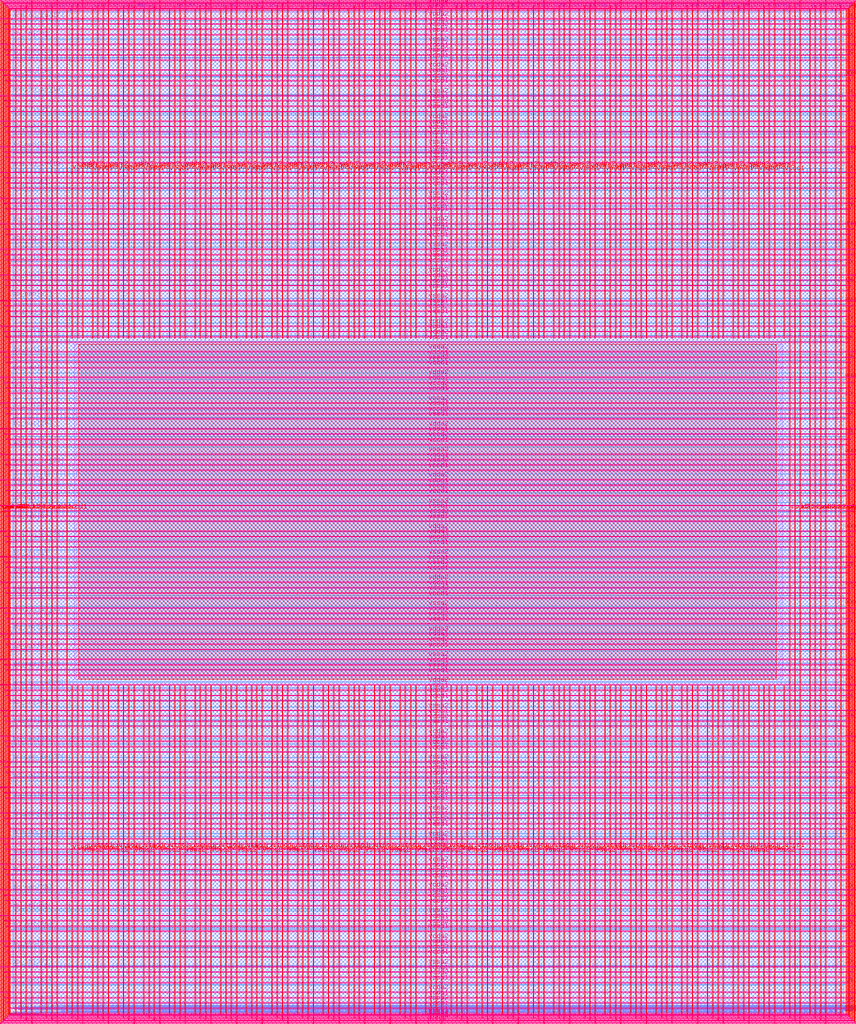
<source format=lef>
VERSION 5.7 ;
  NOWIREEXTENSIONATPIN ON ;
  DIVIDERCHAR "/" ;
  BUSBITCHARS "[]" ;
MACRO user_project_wrapper
  CLASS BLOCK ;
  FOREIGN user_project_wrapper ;
  ORIGIN 0.000 0.000 ;
  SIZE 2920.000 BY 3520.000 ;
  PIN analog_io[0]
    DIRECTION INOUT ;
    USE SIGNAL ;
    PORT
      LAYER met3 ;
        RECT 2917.600 1426.380 2924.800 1427.580 ;
    END
  END analog_io[0]
  PIN analog_io[10]
    DIRECTION INOUT ;
    USE SIGNAL ;
    PORT
      LAYER met2 ;
        RECT 2230.490 3517.600 2231.050 3524.800 ;
    END
  END analog_io[10]
  PIN analog_io[11]
    DIRECTION INOUT ;
    USE SIGNAL ;
    PORT
      LAYER met2 ;
        RECT 1905.730 3517.600 1906.290 3524.800 ;
    END
  END analog_io[11]
  PIN analog_io[12]
    DIRECTION INOUT ;
    USE SIGNAL ;
    PORT
      LAYER met2 ;
        RECT 1581.430 3517.600 1581.990 3524.800 ;
    END
  END analog_io[12]
  PIN analog_io[13]
    DIRECTION INOUT ;
    USE SIGNAL ;
    PORT
      LAYER met2 ;
        RECT 1257.130 3517.600 1257.690 3524.800 ;
    END
  END analog_io[13]
  PIN analog_io[14]
    DIRECTION INOUT ;
    USE SIGNAL ;
    PORT
      LAYER met2 ;
        RECT 932.370 3517.600 932.930 3524.800 ;
    END
  END analog_io[14]
  PIN analog_io[15]
    DIRECTION INOUT ;
    USE SIGNAL ;
    PORT
      LAYER met2 ;
        RECT 608.070 3517.600 608.630 3524.800 ;
    END
  END analog_io[15]
  PIN analog_io[16]
    DIRECTION INOUT ;
    USE SIGNAL ;
    PORT
      LAYER met2 ;
        RECT 283.770 3517.600 284.330 3524.800 ;
    END
  END analog_io[16]
  PIN analog_io[17]
    DIRECTION INOUT ;
    USE SIGNAL ;
    PORT
      LAYER met3 ;
        RECT -4.800 3486.100 2.400 3487.300 ;
    END
  END analog_io[17]
  PIN analog_io[18]
    DIRECTION INOUT ;
    USE SIGNAL ;
    PORT
      LAYER met3 ;
        RECT -4.800 3224.980 2.400 3226.180 ;
    END
  END analog_io[18]
  PIN analog_io[19]
    DIRECTION INOUT ;
    USE SIGNAL ;
    PORT
      LAYER met3 ;
        RECT -4.800 2964.540 2.400 2965.740 ;
    END
  END analog_io[19]
  PIN analog_io[1]
    DIRECTION INOUT ;
    USE SIGNAL ;
    PORT
      LAYER met3 ;
        RECT 2917.600 1692.260 2924.800 1693.460 ;
    END
  END analog_io[1]
  PIN analog_io[20]
    DIRECTION INOUT ;
    USE SIGNAL ;
    PORT
      LAYER met3 ;
        RECT -4.800 2703.420 2.400 2704.620 ;
    END
  END analog_io[20]
  PIN analog_io[21]
    DIRECTION INOUT ;
    USE SIGNAL ;
    PORT
      LAYER met3 ;
        RECT -4.800 2442.980 2.400 2444.180 ;
    END
  END analog_io[21]
  PIN analog_io[22]
    DIRECTION INOUT ;
    USE SIGNAL ;
    PORT
      LAYER met3 ;
        RECT -4.800 2182.540 2.400 2183.740 ;
    END
  END analog_io[22]
  PIN analog_io[23]
    DIRECTION INOUT ;
    USE SIGNAL ;
    PORT
      LAYER met3 ;
        RECT -4.800 1921.420 2.400 1922.620 ;
    END
  END analog_io[23]
  PIN analog_io[24]
    DIRECTION INOUT ;
    USE SIGNAL ;
    PORT
      LAYER met3 ;
        RECT -4.800 1660.980 2.400 1662.180 ;
    END
  END analog_io[24]
  PIN analog_io[25]
    DIRECTION INOUT ;
    USE SIGNAL ;
    PORT
      LAYER met3 ;
        RECT -4.800 1399.860 2.400 1401.060 ;
    END
  END analog_io[25]
  PIN analog_io[26]
    DIRECTION INOUT ;
    USE SIGNAL ;
    PORT
      LAYER met3 ;
        RECT -4.800 1139.420 2.400 1140.620 ;
    END
  END analog_io[26]
  PIN analog_io[27]
    DIRECTION INOUT ;
    USE SIGNAL ;
    PORT
      LAYER met3 ;
        RECT -4.800 878.980 2.400 880.180 ;
    END
  END analog_io[27]
  PIN analog_io[28]
    DIRECTION INOUT ;
    USE SIGNAL ;
    PORT
      LAYER met3 ;
        RECT -4.800 617.860 2.400 619.060 ;
    END
  END analog_io[28]
  PIN analog_io[2]
    DIRECTION INOUT ;
    USE SIGNAL ;
    PORT
      LAYER met3 ;
        RECT 2917.600 1958.140 2924.800 1959.340 ;
    END
  END analog_io[2]
  PIN analog_io[3]
    DIRECTION INOUT ;
    USE SIGNAL ;
    PORT
      LAYER met3 ;
        RECT 2917.600 2223.340 2924.800 2224.540 ;
    END
  END analog_io[3]
  PIN analog_io[4]
    DIRECTION INOUT ;
    USE SIGNAL ;
    PORT
      LAYER met3 ;
        RECT 2917.600 2489.220 2924.800 2490.420 ;
    END
  END analog_io[4]
  PIN analog_io[5]
    DIRECTION INOUT ;
    USE SIGNAL ;
    PORT
      LAYER met3 ;
        RECT 2917.600 2755.100 2924.800 2756.300 ;
    END
  END analog_io[5]
  PIN analog_io[6]
    DIRECTION INOUT ;
    USE SIGNAL ;
    PORT
      LAYER met3 ;
        RECT 2917.600 3020.300 2924.800 3021.500 ;
    END
  END analog_io[6]
  PIN analog_io[7]
    DIRECTION INOUT ;
    USE SIGNAL ;
    PORT
      LAYER met3 ;
        RECT 2917.600 3286.180 2924.800 3287.380 ;
    END
  END analog_io[7]
  PIN analog_io[8]
    DIRECTION INOUT ;
    USE SIGNAL ;
    PORT
      LAYER met2 ;
        RECT 2879.090 3517.600 2879.650 3524.800 ;
    END
  END analog_io[8]
  PIN analog_io[9]
    DIRECTION INOUT ;
    USE SIGNAL ;
    PORT
      LAYER met2 ;
        RECT 2554.790 3517.600 2555.350 3524.800 ;
    END
  END analog_io[9]
  PIN io_in[0]
    DIRECTION INPUT ;
    USE SIGNAL ;
    PORT
      LAYER met3 ;
        RECT 2917.600 32.380 2924.800 33.580 ;
    END
  END io_in[0]
  PIN io_in[10]
    DIRECTION INPUT ;
    USE SIGNAL ;
    PORT
      LAYER met3 ;
        RECT 2917.600 2289.980 2924.800 2291.180 ;
    END
  END io_in[10]
  PIN io_in[11]
    DIRECTION INPUT ;
    USE SIGNAL ;
    PORT
      LAYER met3 ;
        RECT 2917.600 2555.860 2924.800 2557.060 ;
    END
  END io_in[11]
  PIN io_in[12]
    DIRECTION INPUT ;
    USE SIGNAL ;
    PORT
      LAYER met3 ;
        RECT 2917.600 2821.060 2924.800 2822.260 ;
    END
  END io_in[12]
  PIN io_in[13]
    DIRECTION INPUT ;
    USE SIGNAL ;
    PORT
      LAYER met3 ;
        RECT 2917.600 3086.940 2924.800 3088.140 ;
    END
  END io_in[13]
  PIN io_in[14]
    DIRECTION INPUT ;
    USE SIGNAL ;
    PORT
      LAYER met3 ;
        RECT 2917.600 3352.820 2924.800 3354.020 ;
    END
  END io_in[14]
  PIN io_in[15]
    DIRECTION INPUT ;
    USE SIGNAL ;
    PORT
      LAYER met2 ;
        RECT 2798.130 3517.600 2798.690 3524.800 ;
    END
  END io_in[15]
  PIN io_in[16]
    DIRECTION INPUT ;
    USE SIGNAL ;
    PORT
      LAYER met2 ;
        RECT 2473.830 3517.600 2474.390 3524.800 ;
    END
  END io_in[16]
  PIN io_in[17]
    DIRECTION INPUT ;
    USE SIGNAL ;
    PORT
      LAYER met2 ;
        RECT 2149.070 3517.600 2149.630 3524.800 ;
    END
  END io_in[17]
  PIN io_in[18]
    DIRECTION INPUT ;
    USE SIGNAL ;
    PORT
      LAYER met2 ;
        RECT 1824.770 3517.600 1825.330 3524.800 ;
    END
  END io_in[18]
  PIN io_in[19]
    DIRECTION INPUT ;
    USE SIGNAL ;
    PORT
      LAYER met2 ;
        RECT 1500.470 3517.600 1501.030 3524.800 ;
    END
  END io_in[19]
  PIN io_in[1]
    DIRECTION INPUT ;
    USE SIGNAL ;
    PORT
      LAYER met3 ;
        RECT 2917.600 230.940 2924.800 232.140 ;
    END
  END io_in[1]
  PIN io_in[20]
    DIRECTION INPUT ;
    USE SIGNAL ;
    PORT
      LAYER met2 ;
        RECT 1175.710 3517.600 1176.270 3524.800 ;
    END
  END io_in[20]
  PIN io_in[21]
    DIRECTION INPUT ;
    USE SIGNAL ;
    PORT
      LAYER met2 ;
        RECT 851.410 3517.600 851.970 3524.800 ;
    END
  END io_in[21]
  PIN io_in[22]
    DIRECTION INPUT ;
    USE SIGNAL ;
    PORT
      LAYER met2 ;
        RECT 527.110 3517.600 527.670 3524.800 ;
    END
  END io_in[22]
  PIN io_in[23]
    DIRECTION INPUT ;
    USE SIGNAL ;
    PORT
      LAYER met2 ;
        RECT 202.350 3517.600 202.910 3524.800 ;
    END
  END io_in[23]
  PIN io_in[24]
    DIRECTION INPUT ;
    USE SIGNAL ;
    PORT
      LAYER met3 ;
        RECT -4.800 3420.820 2.400 3422.020 ;
    END
  END io_in[24]
  PIN io_in[25]
    DIRECTION INPUT ;
    USE SIGNAL ;
    PORT
      LAYER met3 ;
        RECT -4.800 3159.700 2.400 3160.900 ;
    END
  END io_in[25]
  PIN io_in[26]
    DIRECTION INPUT ;
    USE SIGNAL ;
    PORT
      LAYER met3 ;
        RECT -4.800 2899.260 2.400 2900.460 ;
    END
  END io_in[26]
  PIN io_in[27]
    DIRECTION INPUT ;
    USE SIGNAL ;
    PORT
      LAYER met3 ;
        RECT -4.800 2638.820 2.400 2640.020 ;
    END
  END io_in[27]
  PIN io_in[28]
    DIRECTION INPUT ;
    USE SIGNAL ;
    PORT
      LAYER met3 ;
        RECT -4.800 2377.700 2.400 2378.900 ;
    END
  END io_in[28]
  PIN io_in[29]
    DIRECTION INPUT ;
    USE SIGNAL ;
    PORT
      LAYER met3 ;
        RECT -4.800 2117.260 2.400 2118.460 ;
    END
  END io_in[29]
  PIN io_in[2]
    DIRECTION INPUT ;
    USE SIGNAL ;
    PORT
      LAYER met3 ;
        RECT 2917.600 430.180 2924.800 431.380 ;
    END
  END io_in[2]
  PIN io_in[30]
    DIRECTION INPUT ;
    USE SIGNAL ;
    PORT
      LAYER met3 ;
        RECT -4.800 1856.140 2.400 1857.340 ;
    END
  END io_in[30]
  PIN io_in[31]
    DIRECTION INPUT ;
    USE SIGNAL ;
    PORT
      LAYER met3 ;
        RECT -4.800 1595.700 2.400 1596.900 ;
    END
  END io_in[31]
  PIN io_in[32]
    DIRECTION INPUT ;
    USE SIGNAL ;
    PORT
      LAYER met3 ;
        RECT -4.800 1335.260 2.400 1336.460 ;
    END
  END io_in[32]
  PIN io_in[33]
    DIRECTION INPUT ;
    USE SIGNAL ;
    PORT
      LAYER met3 ;
        RECT -4.800 1074.140 2.400 1075.340 ;
    END
  END io_in[33]
  PIN io_in[34]
    DIRECTION INPUT ;
    USE SIGNAL ;
    PORT
      LAYER met3 ;
        RECT -4.800 813.700 2.400 814.900 ;
    END
  END io_in[34]
  PIN io_in[35]
    DIRECTION INPUT ;
    USE SIGNAL ;
    PORT
      LAYER met3 ;
        RECT -4.800 552.580 2.400 553.780 ;
    END
  END io_in[35]
  PIN io_in[36]
    DIRECTION INPUT ;
    USE SIGNAL ;
    PORT
      LAYER met3 ;
        RECT -4.800 357.420 2.400 358.620 ;
    END
  END io_in[36]
  PIN io_in[37]
    DIRECTION INPUT ;
    USE SIGNAL ;
    PORT
      LAYER met3 ;
        RECT -4.800 161.580 2.400 162.780 ;
    END
  END io_in[37]
  PIN io_in[3]
    DIRECTION INPUT ;
    USE SIGNAL ;
    PORT
      LAYER met3 ;
        RECT 2917.600 629.420 2924.800 630.620 ;
    END
  END io_in[3]
  PIN io_in[4]
    DIRECTION INPUT ;
    USE SIGNAL ;
    PORT
      LAYER met3 ;
        RECT 2917.600 828.660 2924.800 829.860 ;
    END
  END io_in[4]
  PIN io_in[5]
    DIRECTION INPUT ;
    USE SIGNAL ;
    PORT
      LAYER met3 ;
        RECT 2917.600 1027.900 2924.800 1029.100 ;
    END
  END io_in[5]
  PIN io_in[6]
    DIRECTION INPUT ;
    USE SIGNAL ;
    PORT
      LAYER met3 ;
        RECT 2917.600 1227.140 2924.800 1228.340 ;
    END
  END io_in[6]
  PIN io_in[7]
    DIRECTION INPUT ;
    USE SIGNAL ;
    PORT
      LAYER met3 ;
        RECT 2917.600 1493.020 2924.800 1494.220 ;
    END
  END io_in[7]
  PIN io_in[8]
    DIRECTION INPUT ;
    USE SIGNAL ;
    PORT
      LAYER met3 ;
        RECT 2917.600 1758.900 2924.800 1760.100 ;
    END
  END io_in[8]
  PIN io_in[9]
    DIRECTION INPUT ;
    USE SIGNAL ;
    PORT
      LAYER met3 ;
        RECT 2917.600 2024.100 2924.800 2025.300 ;
    END
  END io_in[9]
  PIN io_oeb[0]
    DIRECTION OUTPUT TRISTATE ;
    USE SIGNAL ;
    PORT
      LAYER met3 ;
        RECT 2917.600 164.980 2924.800 166.180 ;
    END
  END io_oeb[0]
  PIN io_oeb[10]
    DIRECTION OUTPUT TRISTATE ;
    USE SIGNAL ;
    PORT
      LAYER met3 ;
        RECT 2917.600 2422.580 2924.800 2423.780 ;
    END
  END io_oeb[10]
  PIN io_oeb[11]
    DIRECTION OUTPUT TRISTATE ;
    USE SIGNAL ;
    PORT
      LAYER met3 ;
        RECT 2917.600 2688.460 2924.800 2689.660 ;
    END
  END io_oeb[11]
  PIN io_oeb[12]
    DIRECTION OUTPUT TRISTATE ;
    USE SIGNAL ;
    PORT
      LAYER met3 ;
        RECT 2917.600 2954.340 2924.800 2955.540 ;
    END
  END io_oeb[12]
  PIN io_oeb[13]
    DIRECTION OUTPUT TRISTATE ;
    USE SIGNAL ;
    PORT
      LAYER met3 ;
        RECT 2917.600 3219.540 2924.800 3220.740 ;
    END
  END io_oeb[13]
  PIN io_oeb[14]
    DIRECTION OUTPUT TRISTATE ;
    USE SIGNAL ;
    PORT
      LAYER met3 ;
        RECT 2917.600 3485.420 2924.800 3486.620 ;
    END
  END io_oeb[14]
  PIN io_oeb[15]
    DIRECTION OUTPUT TRISTATE ;
    USE SIGNAL ;
    PORT
      LAYER met2 ;
        RECT 2635.750 3517.600 2636.310 3524.800 ;
    END
  END io_oeb[15]
  PIN io_oeb[16]
    DIRECTION OUTPUT TRISTATE ;
    USE SIGNAL ;
    PORT
      LAYER met2 ;
        RECT 2311.450 3517.600 2312.010 3524.800 ;
    END
  END io_oeb[16]
  PIN io_oeb[17]
    DIRECTION OUTPUT TRISTATE ;
    USE SIGNAL ;
    PORT
      LAYER met2 ;
        RECT 1987.150 3517.600 1987.710 3524.800 ;
    END
  END io_oeb[17]
  PIN io_oeb[18]
    DIRECTION OUTPUT TRISTATE ;
    USE SIGNAL ;
    PORT
      LAYER met2 ;
        RECT 1662.390 3517.600 1662.950 3524.800 ;
    END
  END io_oeb[18]
  PIN io_oeb[19]
    DIRECTION OUTPUT TRISTATE ;
    USE SIGNAL ;
    PORT
      LAYER met2 ;
        RECT 1338.090 3517.600 1338.650 3524.800 ;
    END
  END io_oeb[19]
  PIN io_oeb[1]
    DIRECTION OUTPUT TRISTATE ;
    USE SIGNAL ;
    PORT
      LAYER met3 ;
        RECT 2917.600 364.220 2924.800 365.420 ;
    END
  END io_oeb[1]
  PIN io_oeb[20]
    DIRECTION OUTPUT TRISTATE ;
    USE SIGNAL ;
    PORT
      LAYER met2 ;
        RECT 1013.790 3517.600 1014.350 3524.800 ;
    END
  END io_oeb[20]
  PIN io_oeb[21]
    DIRECTION OUTPUT TRISTATE ;
    USE SIGNAL ;
    PORT
      LAYER met2 ;
        RECT 689.030 3517.600 689.590 3524.800 ;
    END
  END io_oeb[21]
  PIN io_oeb[22]
    DIRECTION OUTPUT TRISTATE ;
    USE SIGNAL ;
    PORT
      LAYER met2 ;
        RECT 364.730 3517.600 365.290 3524.800 ;
    END
  END io_oeb[22]
  PIN io_oeb[23]
    DIRECTION OUTPUT TRISTATE ;
    USE SIGNAL ;
    PORT
      LAYER met2 ;
        RECT 40.430 3517.600 40.990 3524.800 ;
    END
  END io_oeb[23]
  PIN io_oeb[24]
    DIRECTION OUTPUT TRISTATE ;
    USE SIGNAL ;
    PORT
      LAYER met3 ;
        RECT -4.800 3290.260 2.400 3291.460 ;
    END
  END io_oeb[24]
  PIN io_oeb[25]
    DIRECTION OUTPUT TRISTATE ;
    USE SIGNAL ;
    PORT
      LAYER met3 ;
        RECT -4.800 3029.820 2.400 3031.020 ;
    END
  END io_oeb[25]
  PIN io_oeb[26]
    DIRECTION OUTPUT TRISTATE ;
    USE SIGNAL ;
    PORT
      LAYER met3 ;
        RECT -4.800 2768.700 2.400 2769.900 ;
    END
  END io_oeb[26]
  PIN io_oeb[27]
    DIRECTION OUTPUT TRISTATE ;
    USE SIGNAL ;
    PORT
      LAYER met3 ;
        RECT -4.800 2508.260 2.400 2509.460 ;
    END
  END io_oeb[27]
  PIN io_oeb[28]
    DIRECTION OUTPUT TRISTATE ;
    USE SIGNAL ;
    PORT
      LAYER met3 ;
        RECT -4.800 2247.140 2.400 2248.340 ;
    END
  END io_oeb[28]
  PIN io_oeb[29]
    DIRECTION OUTPUT TRISTATE ;
    USE SIGNAL ;
    PORT
      LAYER met3 ;
        RECT -4.800 1986.700 2.400 1987.900 ;
    END
  END io_oeb[29]
  PIN io_oeb[2]
    DIRECTION OUTPUT TRISTATE ;
    USE SIGNAL ;
    PORT
      LAYER met3 ;
        RECT 2917.600 563.460 2924.800 564.660 ;
    END
  END io_oeb[2]
  PIN io_oeb[30]
    DIRECTION OUTPUT TRISTATE ;
    USE SIGNAL ;
    PORT
      LAYER met3 ;
        RECT -4.800 1726.260 2.400 1727.460 ;
    END
  END io_oeb[30]
  PIN io_oeb[31]
    DIRECTION OUTPUT TRISTATE ;
    USE SIGNAL ;
    PORT
      LAYER met3 ;
        RECT -4.800 1465.140 2.400 1466.340 ;
    END
  END io_oeb[31]
  PIN io_oeb[32]
    DIRECTION OUTPUT TRISTATE ;
    USE SIGNAL ;
    PORT
      LAYER met3 ;
        RECT -4.800 1204.700 2.400 1205.900 ;
    END
  END io_oeb[32]
  PIN io_oeb[33]
    DIRECTION OUTPUT TRISTATE ;
    USE SIGNAL ;
    PORT
      LAYER met3 ;
        RECT -4.800 943.580 2.400 944.780 ;
    END
  END io_oeb[33]
  PIN io_oeb[34]
    DIRECTION OUTPUT TRISTATE ;
    USE SIGNAL ;
    PORT
      LAYER met3 ;
        RECT -4.800 683.140 2.400 684.340 ;
    END
  END io_oeb[34]
  PIN io_oeb[35]
    DIRECTION OUTPUT TRISTATE ;
    USE SIGNAL ;
    PORT
      LAYER met3 ;
        RECT -4.800 422.700 2.400 423.900 ;
    END
  END io_oeb[35]
  PIN io_oeb[36]
    DIRECTION OUTPUT TRISTATE ;
    USE SIGNAL ;
    PORT
      LAYER met3 ;
        RECT -4.800 226.860 2.400 228.060 ;
    END
  END io_oeb[36]
  PIN io_oeb[37]
    DIRECTION OUTPUT TRISTATE ;
    USE SIGNAL ;
    PORT
      LAYER met3 ;
        RECT -4.800 31.700 2.400 32.900 ;
    END
  END io_oeb[37]
  PIN io_oeb[3]
    DIRECTION OUTPUT TRISTATE ;
    USE SIGNAL ;
    PORT
      LAYER met3 ;
        RECT 2917.600 762.700 2924.800 763.900 ;
    END
  END io_oeb[3]
  PIN io_oeb[4]
    DIRECTION OUTPUT TRISTATE ;
    USE SIGNAL ;
    PORT
      LAYER met3 ;
        RECT 2917.600 961.940 2924.800 963.140 ;
    END
  END io_oeb[4]
  PIN io_oeb[5]
    DIRECTION OUTPUT TRISTATE ;
    USE SIGNAL ;
    PORT
      LAYER met3 ;
        RECT 2917.600 1161.180 2924.800 1162.380 ;
    END
  END io_oeb[5]
  PIN io_oeb[6]
    DIRECTION OUTPUT TRISTATE ;
    USE SIGNAL ;
    PORT
      LAYER met3 ;
        RECT 2917.600 1360.420 2924.800 1361.620 ;
    END
  END io_oeb[6]
  PIN io_oeb[7]
    DIRECTION OUTPUT TRISTATE ;
    USE SIGNAL ;
    PORT
      LAYER met3 ;
        RECT 2917.600 1625.620 2924.800 1626.820 ;
    END
  END io_oeb[7]
  PIN io_oeb[8]
    DIRECTION OUTPUT TRISTATE ;
    USE SIGNAL ;
    PORT
      LAYER met3 ;
        RECT 2917.600 1891.500 2924.800 1892.700 ;
    END
  END io_oeb[8]
  PIN io_oeb[9]
    DIRECTION OUTPUT TRISTATE ;
    USE SIGNAL ;
    PORT
      LAYER met3 ;
        RECT 2917.600 2157.380 2924.800 2158.580 ;
    END
  END io_oeb[9]
  PIN io_out[0]
    DIRECTION OUTPUT TRISTATE ;
    USE SIGNAL ;
    PORT
      LAYER met3 ;
        RECT 2917.600 98.340 2924.800 99.540 ;
    END
  END io_out[0]
  PIN io_out[10]
    DIRECTION OUTPUT TRISTATE ;
    USE SIGNAL ;
    PORT
      LAYER met3 ;
        RECT 2917.600 2356.620 2924.800 2357.820 ;
    END
  END io_out[10]
  PIN io_out[11]
    DIRECTION OUTPUT TRISTATE ;
    USE SIGNAL ;
    PORT
      LAYER met3 ;
        RECT 2917.600 2621.820 2924.800 2623.020 ;
    END
  END io_out[11]
  PIN io_out[12]
    DIRECTION OUTPUT TRISTATE ;
    USE SIGNAL ;
    PORT
      LAYER met3 ;
        RECT 2917.600 2887.700 2924.800 2888.900 ;
    END
  END io_out[12]
  PIN io_out[13]
    DIRECTION OUTPUT TRISTATE ;
    USE SIGNAL ;
    PORT
      LAYER met3 ;
        RECT 2917.600 3153.580 2924.800 3154.780 ;
    END
  END io_out[13]
  PIN io_out[14]
    DIRECTION OUTPUT TRISTATE ;
    USE SIGNAL ;
    PORT
      LAYER met3 ;
        RECT 2917.600 3418.780 2924.800 3419.980 ;
    END
  END io_out[14]
  PIN io_out[15]
    DIRECTION OUTPUT TRISTATE ;
    USE SIGNAL ;
    PORT
      LAYER met2 ;
        RECT 2717.170 3517.600 2717.730 3524.800 ;
    END
  END io_out[15]
  PIN io_out[16]
    DIRECTION OUTPUT TRISTATE ;
    USE SIGNAL ;
    PORT
      LAYER met2 ;
        RECT 2392.410 3517.600 2392.970 3524.800 ;
    END
  END io_out[16]
  PIN io_out[17]
    DIRECTION OUTPUT TRISTATE ;
    USE SIGNAL ;
    PORT
      LAYER met2 ;
        RECT 2068.110 3517.600 2068.670 3524.800 ;
    END
  END io_out[17]
  PIN io_out[18]
    DIRECTION OUTPUT TRISTATE ;
    USE SIGNAL ;
    PORT
      LAYER met2 ;
        RECT 1743.810 3517.600 1744.370 3524.800 ;
    END
  END io_out[18]
  PIN io_out[19]
    DIRECTION OUTPUT TRISTATE ;
    USE SIGNAL ;
    PORT
      LAYER met2 ;
        RECT 1419.050 3517.600 1419.610 3524.800 ;
    END
  END io_out[19]
  PIN io_out[1]
    DIRECTION OUTPUT TRISTATE ;
    USE SIGNAL ;
    PORT
      LAYER met3 ;
        RECT 2917.600 297.580 2924.800 298.780 ;
    END
  END io_out[1]
  PIN io_out[20]
    DIRECTION OUTPUT TRISTATE ;
    USE SIGNAL ;
    PORT
      LAYER met2 ;
        RECT 1094.750 3517.600 1095.310 3524.800 ;
    END
  END io_out[20]
  PIN io_out[21]
    DIRECTION OUTPUT TRISTATE ;
    USE SIGNAL ;
    PORT
      LAYER met2 ;
        RECT 770.450 3517.600 771.010 3524.800 ;
    END
  END io_out[21]
  PIN io_out[22]
    DIRECTION OUTPUT TRISTATE ;
    USE SIGNAL ;
    PORT
      LAYER met2 ;
        RECT 445.690 3517.600 446.250 3524.800 ;
    END
  END io_out[22]
  PIN io_out[23]
    DIRECTION OUTPUT TRISTATE ;
    USE SIGNAL ;
    PORT
      LAYER met2 ;
        RECT 121.390 3517.600 121.950 3524.800 ;
    END
  END io_out[23]
  PIN io_out[24]
    DIRECTION OUTPUT TRISTATE ;
    USE SIGNAL ;
    PORT
      LAYER met3 ;
        RECT -4.800 3355.540 2.400 3356.740 ;
    END
  END io_out[24]
  PIN io_out[25]
    DIRECTION OUTPUT TRISTATE ;
    USE SIGNAL ;
    PORT
      LAYER met3 ;
        RECT -4.800 3095.100 2.400 3096.300 ;
    END
  END io_out[25]
  PIN io_out[26]
    DIRECTION OUTPUT TRISTATE ;
    USE SIGNAL ;
    PORT
      LAYER met3 ;
        RECT -4.800 2833.980 2.400 2835.180 ;
    END
  END io_out[26]
  PIN io_out[27]
    DIRECTION OUTPUT TRISTATE ;
    USE SIGNAL ;
    PORT
      LAYER met3 ;
        RECT -4.800 2573.540 2.400 2574.740 ;
    END
  END io_out[27]
  PIN io_out[28]
    DIRECTION OUTPUT TRISTATE ;
    USE SIGNAL ;
    PORT
      LAYER met3 ;
        RECT -4.800 2312.420 2.400 2313.620 ;
    END
  END io_out[28]
  PIN io_out[29]
    DIRECTION OUTPUT TRISTATE ;
    USE SIGNAL ;
    PORT
      LAYER met3 ;
        RECT -4.800 2051.980 2.400 2053.180 ;
    END
  END io_out[29]
  PIN io_out[2]
    DIRECTION OUTPUT TRISTATE ;
    USE SIGNAL ;
    PORT
      LAYER met3 ;
        RECT 2917.600 496.820 2924.800 498.020 ;
    END
  END io_out[2]
  PIN io_out[30]
    DIRECTION OUTPUT TRISTATE ;
    USE SIGNAL ;
    PORT
      LAYER met3 ;
        RECT -4.800 1791.540 2.400 1792.740 ;
    END
  END io_out[30]
  PIN io_out[31]
    DIRECTION OUTPUT TRISTATE ;
    USE SIGNAL ;
    PORT
      LAYER met3 ;
        RECT -4.800 1530.420 2.400 1531.620 ;
    END
  END io_out[31]
  PIN io_out[32]
    DIRECTION OUTPUT TRISTATE ;
    USE SIGNAL ;
    PORT
      LAYER met3 ;
        RECT -4.800 1269.980 2.400 1271.180 ;
    END
  END io_out[32]
  PIN io_out[33]
    DIRECTION OUTPUT TRISTATE ;
    USE SIGNAL ;
    PORT
      LAYER met3 ;
        RECT -4.800 1008.860 2.400 1010.060 ;
    END
  END io_out[33]
  PIN io_out[34]
    DIRECTION OUTPUT TRISTATE ;
    USE SIGNAL ;
    PORT
      LAYER met3 ;
        RECT -4.800 748.420 2.400 749.620 ;
    END
  END io_out[34]
  PIN io_out[35]
    DIRECTION OUTPUT TRISTATE ;
    USE SIGNAL ;
    PORT
      LAYER met3 ;
        RECT -4.800 487.300 2.400 488.500 ;
    END
  END io_out[35]
  PIN io_out[36]
    DIRECTION OUTPUT TRISTATE ;
    USE SIGNAL ;
    PORT
      LAYER met3 ;
        RECT -4.800 292.140 2.400 293.340 ;
    END
  END io_out[36]
  PIN io_out[37]
    DIRECTION OUTPUT TRISTATE ;
    USE SIGNAL ;
    PORT
      LAYER met3 ;
        RECT -4.800 96.300 2.400 97.500 ;
    END
  END io_out[37]
  PIN io_out[3]
    DIRECTION OUTPUT TRISTATE ;
    USE SIGNAL ;
    PORT
      LAYER met3 ;
        RECT 2917.600 696.060 2924.800 697.260 ;
    END
  END io_out[3]
  PIN io_out[4]
    DIRECTION OUTPUT TRISTATE ;
    USE SIGNAL ;
    PORT
      LAYER met3 ;
        RECT 2917.600 895.300 2924.800 896.500 ;
    END
  END io_out[4]
  PIN io_out[5]
    DIRECTION OUTPUT TRISTATE ;
    USE SIGNAL ;
    PORT
      LAYER met3 ;
        RECT 2917.600 1094.540 2924.800 1095.740 ;
    END
  END io_out[5]
  PIN io_out[6]
    DIRECTION OUTPUT TRISTATE ;
    USE SIGNAL ;
    PORT
      LAYER met3 ;
        RECT 2917.600 1293.780 2924.800 1294.980 ;
    END
  END io_out[6]
  PIN io_out[7]
    DIRECTION OUTPUT TRISTATE ;
    USE SIGNAL ;
    PORT
      LAYER met3 ;
        RECT 2917.600 1559.660 2924.800 1560.860 ;
    END
  END io_out[7]
  PIN io_out[8]
    DIRECTION OUTPUT TRISTATE ;
    USE SIGNAL ;
    PORT
      LAYER met3 ;
        RECT 2917.600 1824.860 2924.800 1826.060 ;
    END
  END io_out[8]
  PIN io_out[9]
    DIRECTION OUTPUT TRISTATE ;
    USE SIGNAL ;
    PORT
      LAYER met3 ;
        RECT 2917.600 2090.740 2924.800 2091.940 ;
    END
  END io_out[9]
  PIN la_data_in[0]
    DIRECTION INPUT ;
    USE SIGNAL ;
    PORT
      LAYER met2 ;
        RECT 629.230 -4.800 629.790 2.400 ;
    END
  END la_data_in[0]
  PIN la_data_in[100]
    DIRECTION INPUT ;
    USE SIGNAL ;
    PORT
      LAYER met2 ;
        RECT 2402.530 -4.800 2403.090 2.400 ;
    END
  END la_data_in[100]
  PIN la_data_in[101]
    DIRECTION INPUT ;
    USE SIGNAL ;
    PORT
      LAYER met2 ;
        RECT 2420.010 -4.800 2420.570 2.400 ;
    END
  END la_data_in[101]
  PIN la_data_in[102]
    DIRECTION INPUT ;
    USE SIGNAL ;
    PORT
      LAYER met2 ;
        RECT 2437.950 -4.800 2438.510 2.400 ;
    END
  END la_data_in[102]
  PIN la_data_in[103]
    DIRECTION INPUT ;
    USE SIGNAL ;
    PORT
      LAYER met2 ;
        RECT 2455.430 -4.800 2455.990 2.400 ;
    END
  END la_data_in[103]
  PIN la_data_in[104]
    DIRECTION INPUT ;
    USE SIGNAL ;
    PORT
      LAYER met2 ;
        RECT 2473.370 -4.800 2473.930 2.400 ;
    END
  END la_data_in[104]
  PIN la_data_in[105]
    DIRECTION INPUT ;
    USE SIGNAL ;
    PORT
      LAYER met2 ;
        RECT 2490.850 -4.800 2491.410 2.400 ;
    END
  END la_data_in[105]
  PIN la_data_in[106]
    DIRECTION INPUT ;
    USE SIGNAL ;
    PORT
      LAYER met2 ;
        RECT 2508.790 -4.800 2509.350 2.400 ;
    END
  END la_data_in[106]
  PIN la_data_in[107]
    DIRECTION INPUT ;
    USE SIGNAL ;
    PORT
      LAYER met2 ;
        RECT 2526.730 -4.800 2527.290 2.400 ;
    END
  END la_data_in[107]
  PIN la_data_in[108]
    DIRECTION INPUT ;
    USE SIGNAL ;
    PORT
      LAYER met2 ;
        RECT 2544.210 -4.800 2544.770 2.400 ;
    END
  END la_data_in[108]
  PIN la_data_in[109]
    DIRECTION INPUT ;
    USE SIGNAL ;
    PORT
      LAYER met2 ;
        RECT 2562.150 -4.800 2562.710 2.400 ;
    END
  END la_data_in[109]
  PIN la_data_in[10]
    DIRECTION INPUT ;
    USE SIGNAL ;
    PORT
      LAYER met2 ;
        RECT 806.330 -4.800 806.890 2.400 ;
    END
  END la_data_in[10]
  PIN la_data_in[110]
    DIRECTION INPUT ;
    USE SIGNAL ;
    PORT
      LAYER met2 ;
        RECT 2579.630 -4.800 2580.190 2.400 ;
    END
  END la_data_in[110]
  PIN la_data_in[111]
    DIRECTION INPUT ;
    USE SIGNAL ;
    PORT
      LAYER met2 ;
        RECT 2597.570 -4.800 2598.130 2.400 ;
    END
  END la_data_in[111]
  PIN la_data_in[112]
    DIRECTION INPUT ;
    USE SIGNAL ;
    PORT
      LAYER met2 ;
        RECT 2615.050 -4.800 2615.610 2.400 ;
    END
  END la_data_in[112]
  PIN la_data_in[113]
    DIRECTION INPUT ;
    USE SIGNAL ;
    PORT
      LAYER met2 ;
        RECT 2632.990 -4.800 2633.550 2.400 ;
    END
  END la_data_in[113]
  PIN la_data_in[114]
    DIRECTION INPUT ;
    USE SIGNAL ;
    PORT
      LAYER met2 ;
        RECT 2650.470 -4.800 2651.030 2.400 ;
    END
  END la_data_in[114]
  PIN la_data_in[115]
    DIRECTION INPUT ;
    USE SIGNAL ;
    PORT
      LAYER met2 ;
        RECT 2668.410 -4.800 2668.970 2.400 ;
    END
  END la_data_in[115]
  PIN la_data_in[116]
    DIRECTION INPUT ;
    USE SIGNAL ;
    PORT
      LAYER met2 ;
        RECT 2685.890 -4.800 2686.450 2.400 ;
    END
  END la_data_in[116]
  PIN la_data_in[117]
    DIRECTION INPUT ;
    USE SIGNAL ;
    PORT
      LAYER met2 ;
        RECT 2703.830 -4.800 2704.390 2.400 ;
    END
  END la_data_in[117]
  PIN la_data_in[118]
    DIRECTION INPUT ;
    USE SIGNAL ;
    PORT
      LAYER met2 ;
        RECT 2721.770 -4.800 2722.330 2.400 ;
    END
  END la_data_in[118]
  PIN la_data_in[119]
    DIRECTION INPUT ;
    USE SIGNAL ;
    PORT
      LAYER met2 ;
        RECT 2739.250 -4.800 2739.810 2.400 ;
    END
  END la_data_in[119]
  PIN la_data_in[11]
    DIRECTION INPUT ;
    USE SIGNAL ;
    PORT
      LAYER met2 ;
        RECT 824.270 -4.800 824.830 2.400 ;
    END
  END la_data_in[11]
  PIN la_data_in[120]
    DIRECTION INPUT ;
    USE SIGNAL ;
    PORT
      LAYER met2 ;
        RECT 2757.190 -4.800 2757.750 2.400 ;
    END
  END la_data_in[120]
  PIN la_data_in[121]
    DIRECTION INPUT ;
    USE SIGNAL ;
    PORT
      LAYER met2 ;
        RECT 2774.670 -4.800 2775.230 2.400 ;
    END
  END la_data_in[121]
  PIN la_data_in[122]
    DIRECTION INPUT ;
    USE SIGNAL ;
    PORT
      LAYER met2 ;
        RECT 2792.610 -4.800 2793.170 2.400 ;
    END
  END la_data_in[122]
  PIN la_data_in[123]
    DIRECTION INPUT ;
    USE SIGNAL ;
    PORT
      LAYER met2 ;
        RECT 2810.090 -4.800 2810.650 2.400 ;
    END
  END la_data_in[123]
  PIN la_data_in[124]
    DIRECTION INPUT ;
    USE SIGNAL ;
    PORT
      LAYER met2 ;
        RECT 2828.030 -4.800 2828.590 2.400 ;
    END
  END la_data_in[124]
  PIN la_data_in[125]
    DIRECTION INPUT ;
    USE SIGNAL ;
    PORT
      LAYER met2 ;
        RECT 2845.510 -4.800 2846.070 2.400 ;
    END
  END la_data_in[125]
  PIN la_data_in[126]
    DIRECTION INPUT ;
    USE SIGNAL ;
    PORT
      LAYER met2 ;
        RECT 2863.450 -4.800 2864.010 2.400 ;
    END
  END la_data_in[126]
  PIN la_data_in[127]
    DIRECTION INPUT ;
    USE SIGNAL ;
    PORT
      LAYER met2 ;
        RECT 2881.390 -4.800 2881.950 2.400 ;
    END
  END la_data_in[127]
  PIN la_data_in[12]
    DIRECTION INPUT ;
    USE SIGNAL ;
    PORT
      LAYER met2 ;
        RECT 841.750 -4.800 842.310 2.400 ;
    END
  END la_data_in[12]
  PIN la_data_in[13]
    DIRECTION INPUT ;
    USE SIGNAL ;
    PORT
      LAYER met2 ;
        RECT 859.690 -4.800 860.250 2.400 ;
    END
  END la_data_in[13]
  PIN la_data_in[14]
    DIRECTION INPUT ;
    USE SIGNAL ;
    PORT
      LAYER met2 ;
        RECT 877.170 -4.800 877.730 2.400 ;
    END
  END la_data_in[14]
  PIN la_data_in[15]
    DIRECTION INPUT ;
    USE SIGNAL ;
    PORT
      LAYER met2 ;
        RECT 895.110 -4.800 895.670 2.400 ;
    END
  END la_data_in[15]
  PIN la_data_in[16]
    DIRECTION INPUT ;
    USE SIGNAL ;
    PORT
      LAYER met2 ;
        RECT 912.590 -4.800 913.150 2.400 ;
    END
  END la_data_in[16]
  PIN la_data_in[17]
    DIRECTION INPUT ;
    USE SIGNAL ;
    PORT
      LAYER met2 ;
        RECT 930.530 -4.800 931.090 2.400 ;
    END
  END la_data_in[17]
  PIN la_data_in[18]
    DIRECTION INPUT ;
    USE SIGNAL ;
    PORT
      LAYER met2 ;
        RECT 948.470 -4.800 949.030 2.400 ;
    END
  END la_data_in[18]
  PIN la_data_in[19]
    DIRECTION INPUT ;
    USE SIGNAL ;
    PORT
      LAYER met2 ;
        RECT 965.950 -4.800 966.510 2.400 ;
    END
  END la_data_in[19]
  PIN la_data_in[1]
    DIRECTION INPUT ;
    USE SIGNAL ;
    PORT
      LAYER met2 ;
        RECT 646.710 -4.800 647.270 2.400 ;
    END
  END la_data_in[1]
  PIN la_data_in[20]
    DIRECTION INPUT ;
    USE SIGNAL ;
    PORT
      LAYER met2 ;
        RECT 983.890 -4.800 984.450 2.400 ;
    END
  END la_data_in[20]
  PIN la_data_in[21]
    DIRECTION INPUT ;
    USE SIGNAL ;
    PORT
      LAYER met2 ;
        RECT 1001.370 -4.800 1001.930 2.400 ;
    END
  END la_data_in[21]
  PIN la_data_in[22]
    DIRECTION INPUT ;
    USE SIGNAL ;
    PORT
      LAYER met2 ;
        RECT 1019.310 -4.800 1019.870 2.400 ;
    END
  END la_data_in[22]
  PIN la_data_in[23]
    DIRECTION INPUT ;
    USE SIGNAL ;
    PORT
      LAYER met2 ;
        RECT 1036.790 -4.800 1037.350 2.400 ;
    END
  END la_data_in[23]
  PIN la_data_in[24]
    DIRECTION INPUT ;
    USE SIGNAL ;
    PORT
      LAYER met2 ;
        RECT 1054.730 -4.800 1055.290 2.400 ;
    END
  END la_data_in[24]
  PIN la_data_in[25]
    DIRECTION INPUT ;
    USE SIGNAL ;
    PORT
      LAYER met2 ;
        RECT 1072.210 -4.800 1072.770 2.400 ;
    END
  END la_data_in[25]
  PIN la_data_in[26]
    DIRECTION INPUT ;
    USE SIGNAL ;
    PORT
      LAYER met2 ;
        RECT 1090.150 -4.800 1090.710 2.400 ;
    END
  END la_data_in[26]
  PIN la_data_in[27]
    DIRECTION INPUT ;
    USE SIGNAL ;
    PORT
      LAYER met2 ;
        RECT 1107.630 -4.800 1108.190 2.400 ;
    END
  END la_data_in[27]
  PIN la_data_in[28]
    DIRECTION INPUT ;
    USE SIGNAL ;
    PORT
      LAYER met2 ;
        RECT 1125.570 -4.800 1126.130 2.400 ;
    END
  END la_data_in[28]
  PIN la_data_in[29]
    DIRECTION INPUT ;
    USE SIGNAL ;
    PORT
      LAYER met2 ;
        RECT 1143.510 -4.800 1144.070 2.400 ;
    END
  END la_data_in[29]
  PIN la_data_in[2]
    DIRECTION INPUT ;
    USE SIGNAL ;
    PORT
      LAYER met2 ;
        RECT 664.650 -4.800 665.210 2.400 ;
    END
  END la_data_in[2]
  PIN la_data_in[30]
    DIRECTION INPUT ;
    USE SIGNAL ;
    PORT
      LAYER met2 ;
        RECT 1160.990 -4.800 1161.550 2.400 ;
    END
  END la_data_in[30]
  PIN la_data_in[31]
    DIRECTION INPUT ;
    USE SIGNAL ;
    PORT
      LAYER met2 ;
        RECT 1178.930 -4.800 1179.490 2.400 ;
    END
  END la_data_in[31]
  PIN la_data_in[32]
    DIRECTION INPUT ;
    USE SIGNAL ;
    PORT
      LAYER met2 ;
        RECT 1196.410 -4.800 1196.970 2.400 ;
    END
  END la_data_in[32]
  PIN la_data_in[33]
    DIRECTION INPUT ;
    USE SIGNAL ;
    PORT
      LAYER met2 ;
        RECT 1214.350 -4.800 1214.910 2.400 ;
    END
  END la_data_in[33]
  PIN la_data_in[34]
    DIRECTION INPUT ;
    USE SIGNAL ;
    PORT
      LAYER met2 ;
        RECT 1231.830 -4.800 1232.390 2.400 ;
    END
  END la_data_in[34]
  PIN la_data_in[35]
    DIRECTION INPUT ;
    USE SIGNAL ;
    PORT
      LAYER met2 ;
        RECT 1249.770 -4.800 1250.330 2.400 ;
    END
  END la_data_in[35]
  PIN la_data_in[36]
    DIRECTION INPUT ;
    USE SIGNAL ;
    PORT
      LAYER met2 ;
        RECT 1267.250 -4.800 1267.810 2.400 ;
    END
  END la_data_in[36]
  PIN la_data_in[37]
    DIRECTION INPUT ;
    USE SIGNAL ;
    PORT
      LAYER met2 ;
        RECT 1285.190 -4.800 1285.750 2.400 ;
    END
  END la_data_in[37]
  PIN la_data_in[38]
    DIRECTION INPUT ;
    USE SIGNAL ;
    PORT
      LAYER met2 ;
        RECT 1303.130 -4.800 1303.690 2.400 ;
    END
  END la_data_in[38]
  PIN la_data_in[39]
    DIRECTION INPUT ;
    USE SIGNAL ;
    PORT
      LAYER met2 ;
        RECT 1320.610 -4.800 1321.170 2.400 ;
    END
  END la_data_in[39]
  PIN la_data_in[3]
    DIRECTION INPUT ;
    USE SIGNAL ;
    PORT
      LAYER met2 ;
        RECT 682.130 -4.800 682.690 2.400 ;
    END
  END la_data_in[3]
  PIN la_data_in[40]
    DIRECTION INPUT ;
    USE SIGNAL ;
    PORT
      LAYER met2 ;
        RECT 1338.550 -4.800 1339.110 2.400 ;
    END
  END la_data_in[40]
  PIN la_data_in[41]
    DIRECTION INPUT ;
    USE SIGNAL ;
    PORT
      LAYER met2 ;
        RECT 1356.030 -4.800 1356.590 2.400 ;
    END
  END la_data_in[41]
  PIN la_data_in[42]
    DIRECTION INPUT ;
    USE SIGNAL ;
    PORT
      LAYER met2 ;
        RECT 1373.970 -4.800 1374.530 2.400 ;
    END
  END la_data_in[42]
  PIN la_data_in[43]
    DIRECTION INPUT ;
    USE SIGNAL ;
    PORT
      LAYER met2 ;
        RECT 1391.450 -4.800 1392.010 2.400 ;
    END
  END la_data_in[43]
  PIN la_data_in[44]
    DIRECTION INPUT ;
    USE SIGNAL ;
    PORT
      LAYER met2 ;
        RECT 1409.390 -4.800 1409.950 2.400 ;
    END
  END la_data_in[44]
  PIN la_data_in[45]
    DIRECTION INPUT ;
    USE SIGNAL ;
    PORT
      LAYER met2 ;
        RECT 1426.870 -4.800 1427.430 2.400 ;
    END
  END la_data_in[45]
  PIN la_data_in[46]
    DIRECTION INPUT ;
    USE SIGNAL ;
    PORT
      LAYER met2 ;
        RECT 1444.810 -4.800 1445.370 2.400 ;
    END
  END la_data_in[46]
  PIN la_data_in[47]
    DIRECTION INPUT ;
    USE SIGNAL ;
    PORT
      LAYER met2 ;
        RECT 1462.750 -4.800 1463.310 2.400 ;
    END
  END la_data_in[47]
  PIN la_data_in[48]
    DIRECTION INPUT ;
    USE SIGNAL ;
    PORT
      LAYER met2 ;
        RECT 1480.230 -4.800 1480.790 2.400 ;
    END
  END la_data_in[48]
  PIN la_data_in[49]
    DIRECTION INPUT ;
    USE SIGNAL ;
    PORT
      LAYER met2 ;
        RECT 1498.170 -4.800 1498.730 2.400 ;
    END
  END la_data_in[49]
  PIN la_data_in[4]
    DIRECTION INPUT ;
    USE SIGNAL ;
    PORT
      LAYER met2 ;
        RECT 700.070 -4.800 700.630 2.400 ;
    END
  END la_data_in[4]
  PIN la_data_in[50]
    DIRECTION INPUT ;
    USE SIGNAL ;
    PORT
      LAYER met2 ;
        RECT 1515.650 -4.800 1516.210 2.400 ;
    END
  END la_data_in[50]
  PIN la_data_in[51]
    DIRECTION INPUT ;
    USE SIGNAL ;
    PORT
      LAYER met2 ;
        RECT 1533.590 -4.800 1534.150 2.400 ;
    END
  END la_data_in[51]
  PIN la_data_in[52]
    DIRECTION INPUT ;
    USE SIGNAL ;
    PORT
      LAYER met2 ;
        RECT 1551.070 -4.800 1551.630 2.400 ;
    END
  END la_data_in[52]
  PIN la_data_in[53]
    DIRECTION INPUT ;
    USE SIGNAL ;
    PORT
      LAYER met2 ;
        RECT 1569.010 -4.800 1569.570 2.400 ;
    END
  END la_data_in[53]
  PIN la_data_in[54]
    DIRECTION INPUT ;
    USE SIGNAL ;
    PORT
      LAYER met2 ;
        RECT 1586.490 -4.800 1587.050 2.400 ;
    END
  END la_data_in[54]
  PIN la_data_in[55]
    DIRECTION INPUT ;
    USE SIGNAL ;
    PORT
      LAYER met2 ;
        RECT 1604.430 -4.800 1604.990 2.400 ;
    END
  END la_data_in[55]
  PIN la_data_in[56]
    DIRECTION INPUT ;
    USE SIGNAL ;
    PORT
      LAYER met2 ;
        RECT 1621.910 -4.800 1622.470 2.400 ;
    END
  END la_data_in[56]
  PIN la_data_in[57]
    DIRECTION INPUT ;
    USE SIGNAL ;
    PORT
      LAYER met2 ;
        RECT 1639.850 -4.800 1640.410 2.400 ;
    END
  END la_data_in[57]
  PIN la_data_in[58]
    DIRECTION INPUT ;
    USE SIGNAL ;
    PORT
      LAYER met2 ;
        RECT 1657.790 -4.800 1658.350 2.400 ;
    END
  END la_data_in[58]
  PIN la_data_in[59]
    DIRECTION INPUT ;
    USE SIGNAL ;
    PORT
      LAYER met2 ;
        RECT 1675.270 -4.800 1675.830 2.400 ;
    END
  END la_data_in[59]
  PIN la_data_in[5]
    DIRECTION INPUT ;
    USE SIGNAL ;
    PORT
      LAYER met2 ;
        RECT 717.550 -4.800 718.110 2.400 ;
    END
  END la_data_in[5]
  PIN la_data_in[60]
    DIRECTION INPUT ;
    USE SIGNAL ;
    PORT
      LAYER met2 ;
        RECT 1693.210 -4.800 1693.770 2.400 ;
    END
  END la_data_in[60]
  PIN la_data_in[61]
    DIRECTION INPUT ;
    USE SIGNAL ;
    PORT
      LAYER met2 ;
        RECT 1710.690 -4.800 1711.250 2.400 ;
    END
  END la_data_in[61]
  PIN la_data_in[62]
    DIRECTION INPUT ;
    USE SIGNAL ;
    PORT
      LAYER met2 ;
        RECT 1728.630 -4.800 1729.190 2.400 ;
    END
  END la_data_in[62]
  PIN la_data_in[63]
    DIRECTION INPUT ;
    USE SIGNAL ;
    PORT
      LAYER met2 ;
        RECT 1746.110 -4.800 1746.670 2.400 ;
    END
  END la_data_in[63]
  PIN la_data_in[64]
    DIRECTION INPUT ;
    USE SIGNAL ;
    PORT
      LAYER met2 ;
        RECT 1764.050 -4.800 1764.610 2.400 ;
    END
  END la_data_in[64]
  PIN la_data_in[65]
    DIRECTION INPUT ;
    USE SIGNAL ;
    PORT
      LAYER met2 ;
        RECT 1781.530 -4.800 1782.090 2.400 ;
    END
  END la_data_in[65]
  PIN la_data_in[66]
    DIRECTION INPUT ;
    USE SIGNAL ;
    PORT
      LAYER met2 ;
        RECT 1799.470 -4.800 1800.030 2.400 ;
    END
  END la_data_in[66]
  PIN la_data_in[67]
    DIRECTION INPUT ;
    USE SIGNAL ;
    PORT
      LAYER met2 ;
        RECT 1817.410 -4.800 1817.970 2.400 ;
    END
  END la_data_in[67]
  PIN la_data_in[68]
    DIRECTION INPUT ;
    USE SIGNAL ;
    PORT
      LAYER met2 ;
        RECT 1834.890 -4.800 1835.450 2.400 ;
    END
  END la_data_in[68]
  PIN la_data_in[69]
    DIRECTION INPUT ;
    USE SIGNAL ;
    PORT
      LAYER met2 ;
        RECT 1852.830 -4.800 1853.390 2.400 ;
    END
  END la_data_in[69]
  PIN la_data_in[6]
    DIRECTION INPUT ;
    USE SIGNAL ;
    PORT
      LAYER met2 ;
        RECT 735.490 -4.800 736.050 2.400 ;
    END
  END la_data_in[6]
  PIN la_data_in[70]
    DIRECTION INPUT ;
    USE SIGNAL ;
    PORT
      LAYER met2 ;
        RECT 1870.310 -4.800 1870.870 2.400 ;
    END
  END la_data_in[70]
  PIN la_data_in[71]
    DIRECTION INPUT ;
    USE SIGNAL ;
    PORT
      LAYER met2 ;
        RECT 1888.250 -4.800 1888.810 2.400 ;
    END
  END la_data_in[71]
  PIN la_data_in[72]
    DIRECTION INPUT ;
    USE SIGNAL ;
    PORT
      LAYER met2 ;
        RECT 1905.730 -4.800 1906.290 2.400 ;
    END
  END la_data_in[72]
  PIN la_data_in[73]
    DIRECTION INPUT ;
    USE SIGNAL ;
    PORT
      LAYER met2 ;
        RECT 1923.670 -4.800 1924.230 2.400 ;
    END
  END la_data_in[73]
  PIN la_data_in[74]
    DIRECTION INPUT ;
    USE SIGNAL ;
    PORT
      LAYER met2 ;
        RECT 1941.150 -4.800 1941.710 2.400 ;
    END
  END la_data_in[74]
  PIN la_data_in[75]
    DIRECTION INPUT ;
    USE SIGNAL ;
    PORT
      LAYER met2 ;
        RECT 1959.090 -4.800 1959.650 2.400 ;
    END
  END la_data_in[75]
  PIN la_data_in[76]
    DIRECTION INPUT ;
    USE SIGNAL ;
    PORT
      LAYER met2 ;
        RECT 1976.570 -4.800 1977.130 2.400 ;
    END
  END la_data_in[76]
  PIN la_data_in[77]
    DIRECTION INPUT ;
    USE SIGNAL ;
    PORT
      LAYER met2 ;
        RECT 1994.510 -4.800 1995.070 2.400 ;
    END
  END la_data_in[77]
  PIN la_data_in[78]
    DIRECTION INPUT ;
    USE SIGNAL ;
    PORT
      LAYER met2 ;
        RECT 2012.450 -4.800 2013.010 2.400 ;
    END
  END la_data_in[78]
  PIN la_data_in[79]
    DIRECTION INPUT ;
    USE SIGNAL ;
    PORT
      LAYER met2 ;
        RECT 2029.930 -4.800 2030.490 2.400 ;
    END
  END la_data_in[79]
  PIN la_data_in[7]
    DIRECTION INPUT ;
    USE SIGNAL ;
    PORT
      LAYER met2 ;
        RECT 752.970 -4.800 753.530 2.400 ;
    END
  END la_data_in[7]
  PIN la_data_in[80]
    DIRECTION INPUT ;
    USE SIGNAL ;
    PORT
      LAYER met2 ;
        RECT 2047.870 -4.800 2048.430 2.400 ;
    END
  END la_data_in[80]
  PIN la_data_in[81]
    DIRECTION INPUT ;
    USE SIGNAL ;
    PORT
      LAYER met2 ;
        RECT 2065.350 -4.800 2065.910 2.400 ;
    END
  END la_data_in[81]
  PIN la_data_in[82]
    DIRECTION INPUT ;
    USE SIGNAL ;
    PORT
      LAYER met2 ;
        RECT 2083.290 -4.800 2083.850 2.400 ;
    END
  END la_data_in[82]
  PIN la_data_in[83]
    DIRECTION INPUT ;
    USE SIGNAL ;
    PORT
      LAYER met2 ;
        RECT 2100.770 -4.800 2101.330 2.400 ;
    END
  END la_data_in[83]
  PIN la_data_in[84]
    DIRECTION INPUT ;
    USE SIGNAL ;
    PORT
      LAYER met2 ;
        RECT 2118.710 -4.800 2119.270 2.400 ;
    END
  END la_data_in[84]
  PIN la_data_in[85]
    DIRECTION INPUT ;
    USE SIGNAL ;
    PORT
      LAYER met2 ;
        RECT 2136.190 -4.800 2136.750 2.400 ;
    END
  END la_data_in[85]
  PIN la_data_in[86]
    DIRECTION INPUT ;
    USE SIGNAL ;
    PORT
      LAYER met2 ;
        RECT 2154.130 -4.800 2154.690 2.400 ;
    END
  END la_data_in[86]
  PIN la_data_in[87]
    DIRECTION INPUT ;
    USE SIGNAL ;
    PORT
      LAYER met2 ;
        RECT 2172.070 -4.800 2172.630 2.400 ;
    END
  END la_data_in[87]
  PIN la_data_in[88]
    DIRECTION INPUT ;
    USE SIGNAL ;
    PORT
      LAYER met2 ;
        RECT 2189.550 -4.800 2190.110 2.400 ;
    END
  END la_data_in[88]
  PIN la_data_in[89]
    DIRECTION INPUT ;
    USE SIGNAL ;
    PORT
      LAYER met2 ;
        RECT 2207.490 -4.800 2208.050 2.400 ;
    END
  END la_data_in[89]
  PIN la_data_in[8]
    DIRECTION INPUT ;
    USE SIGNAL ;
    PORT
      LAYER met2 ;
        RECT 770.910 -4.800 771.470 2.400 ;
    END
  END la_data_in[8]
  PIN la_data_in[90]
    DIRECTION INPUT ;
    USE SIGNAL ;
    PORT
      LAYER met2 ;
        RECT 2224.970 -4.800 2225.530 2.400 ;
    END
  END la_data_in[90]
  PIN la_data_in[91]
    DIRECTION INPUT ;
    USE SIGNAL ;
    PORT
      LAYER met2 ;
        RECT 2242.910 -4.800 2243.470 2.400 ;
    END
  END la_data_in[91]
  PIN la_data_in[92]
    DIRECTION INPUT ;
    USE SIGNAL ;
    PORT
      LAYER met2 ;
        RECT 2260.390 -4.800 2260.950 2.400 ;
    END
  END la_data_in[92]
  PIN la_data_in[93]
    DIRECTION INPUT ;
    USE SIGNAL ;
    PORT
      LAYER met2 ;
        RECT 2278.330 -4.800 2278.890 2.400 ;
    END
  END la_data_in[93]
  PIN la_data_in[94]
    DIRECTION INPUT ;
    USE SIGNAL ;
    PORT
      LAYER met2 ;
        RECT 2295.810 -4.800 2296.370 2.400 ;
    END
  END la_data_in[94]
  PIN la_data_in[95]
    DIRECTION INPUT ;
    USE SIGNAL ;
    PORT
      LAYER met2 ;
        RECT 2313.750 -4.800 2314.310 2.400 ;
    END
  END la_data_in[95]
  PIN la_data_in[96]
    DIRECTION INPUT ;
    USE SIGNAL ;
    PORT
      LAYER met2 ;
        RECT 2331.230 -4.800 2331.790 2.400 ;
    END
  END la_data_in[96]
  PIN la_data_in[97]
    DIRECTION INPUT ;
    USE SIGNAL ;
    PORT
      LAYER met2 ;
        RECT 2349.170 -4.800 2349.730 2.400 ;
    END
  END la_data_in[97]
  PIN la_data_in[98]
    DIRECTION INPUT ;
    USE SIGNAL ;
    PORT
      LAYER met2 ;
        RECT 2367.110 -4.800 2367.670 2.400 ;
    END
  END la_data_in[98]
  PIN la_data_in[99]
    DIRECTION INPUT ;
    USE SIGNAL ;
    PORT
      LAYER met2 ;
        RECT 2384.590 -4.800 2385.150 2.400 ;
    END
  END la_data_in[99]
  PIN la_data_in[9]
    DIRECTION INPUT ;
    USE SIGNAL ;
    PORT
      LAYER met2 ;
        RECT 788.850 -4.800 789.410 2.400 ;
    END
  END la_data_in[9]
  PIN la_data_out[0]
    DIRECTION OUTPUT TRISTATE ;
    USE SIGNAL ;
    PORT
      LAYER met2 ;
        RECT 634.750 -4.800 635.310 2.400 ;
    END
  END la_data_out[0]
  PIN la_data_out[100]
    DIRECTION OUTPUT TRISTATE ;
    USE SIGNAL ;
    PORT
      LAYER met2 ;
        RECT 2408.510 -4.800 2409.070 2.400 ;
    END
  END la_data_out[100]
  PIN la_data_out[101]
    DIRECTION OUTPUT TRISTATE ;
    USE SIGNAL ;
    PORT
      LAYER met2 ;
        RECT 2425.990 -4.800 2426.550 2.400 ;
    END
  END la_data_out[101]
  PIN la_data_out[102]
    DIRECTION OUTPUT TRISTATE ;
    USE SIGNAL ;
    PORT
      LAYER met2 ;
        RECT 2443.930 -4.800 2444.490 2.400 ;
    END
  END la_data_out[102]
  PIN la_data_out[103]
    DIRECTION OUTPUT TRISTATE ;
    USE SIGNAL ;
    PORT
      LAYER met2 ;
        RECT 2461.410 -4.800 2461.970 2.400 ;
    END
  END la_data_out[103]
  PIN la_data_out[104]
    DIRECTION OUTPUT TRISTATE ;
    USE SIGNAL ;
    PORT
      LAYER met2 ;
        RECT 2479.350 -4.800 2479.910 2.400 ;
    END
  END la_data_out[104]
  PIN la_data_out[105]
    DIRECTION OUTPUT TRISTATE ;
    USE SIGNAL ;
    PORT
      LAYER met2 ;
        RECT 2496.830 -4.800 2497.390 2.400 ;
    END
  END la_data_out[105]
  PIN la_data_out[106]
    DIRECTION OUTPUT TRISTATE ;
    USE SIGNAL ;
    PORT
      LAYER met2 ;
        RECT 2514.770 -4.800 2515.330 2.400 ;
    END
  END la_data_out[106]
  PIN la_data_out[107]
    DIRECTION OUTPUT TRISTATE ;
    USE SIGNAL ;
    PORT
      LAYER met2 ;
        RECT 2532.250 -4.800 2532.810 2.400 ;
    END
  END la_data_out[107]
  PIN la_data_out[108]
    DIRECTION OUTPUT TRISTATE ;
    USE SIGNAL ;
    PORT
      LAYER met2 ;
        RECT 2550.190 -4.800 2550.750 2.400 ;
    END
  END la_data_out[108]
  PIN la_data_out[109]
    DIRECTION OUTPUT TRISTATE ;
    USE SIGNAL ;
    PORT
      LAYER met2 ;
        RECT 2567.670 -4.800 2568.230 2.400 ;
    END
  END la_data_out[109]
  PIN la_data_out[10]
    DIRECTION OUTPUT TRISTATE ;
    USE SIGNAL ;
    PORT
      LAYER met2 ;
        RECT 812.310 -4.800 812.870 2.400 ;
    END
  END la_data_out[10]
  PIN la_data_out[110]
    DIRECTION OUTPUT TRISTATE ;
    USE SIGNAL ;
    PORT
      LAYER met2 ;
        RECT 2585.610 -4.800 2586.170 2.400 ;
    END
  END la_data_out[110]
  PIN la_data_out[111]
    DIRECTION OUTPUT TRISTATE ;
    USE SIGNAL ;
    PORT
      LAYER met2 ;
        RECT 2603.550 -4.800 2604.110 2.400 ;
    END
  END la_data_out[111]
  PIN la_data_out[112]
    DIRECTION OUTPUT TRISTATE ;
    USE SIGNAL ;
    PORT
      LAYER met2 ;
        RECT 2621.030 -4.800 2621.590 2.400 ;
    END
  END la_data_out[112]
  PIN la_data_out[113]
    DIRECTION OUTPUT TRISTATE ;
    USE SIGNAL ;
    PORT
      LAYER met2 ;
        RECT 2638.970 -4.800 2639.530 2.400 ;
    END
  END la_data_out[113]
  PIN la_data_out[114]
    DIRECTION OUTPUT TRISTATE ;
    USE SIGNAL ;
    PORT
      LAYER met2 ;
        RECT 2656.450 -4.800 2657.010 2.400 ;
    END
  END la_data_out[114]
  PIN la_data_out[115]
    DIRECTION OUTPUT TRISTATE ;
    USE SIGNAL ;
    PORT
      LAYER met2 ;
        RECT 2674.390 -4.800 2674.950 2.400 ;
    END
  END la_data_out[115]
  PIN la_data_out[116]
    DIRECTION OUTPUT TRISTATE ;
    USE SIGNAL ;
    PORT
      LAYER met2 ;
        RECT 2691.870 -4.800 2692.430 2.400 ;
    END
  END la_data_out[116]
  PIN la_data_out[117]
    DIRECTION OUTPUT TRISTATE ;
    USE SIGNAL ;
    PORT
      LAYER met2 ;
        RECT 2709.810 -4.800 2710.370 2.400 ;
    END
  END la_data_out[117]
  PIN la_data_out[118]
    DIRECTION OUTPUT TRISTATE ;
    USE SIGNAL ;
    PORT
      LAYER met2 ;
        RECT 2727.290 -4.800 2727.850 2.400 ;
    END
  END la_data_out[118]
  PIN la_data_out[119]
    DIRECTION OUTPUT TRISTATE ;
    USE SIGNAL ;
    PORT
      LAYER met2 ;
        RECT 2745.230 -4.800 2745.790 2.400 ;
    END
  END la_data_out[119]
  PIN la_data_out[11]
    DIRECTION OUTPUT TRISTATE ;
    USE SIGNAL ;
    PORT
      LAYER met2 ;
        RECT 830.250 -4.800 830.810 2.400 ;
    END
  END la_data_out[11]
  PIN la_data_out[120]
    DIRECTION OUTPUT TRISTATE ;
    USE SIGNAL ;
    PORT
      LAYER met2 ;
        RECT 2763.170 -4.800 2763.730 2.400 ;
    END
  END la_data_out[120]
  PIN la_data_out[121]
    DIRECTION OUTPUT TRISTATE ;
    USE SIGNAL ;
    PORT
      LAYER met2 ;
        RECT 2780.650 -4.800 2781.210 2.400 ;
    END
  END la_data_out[121]
  PIN la_data_out[122]
    DIRECTION OUTPUT TRISTATE ;
    USE SIGNAL ;
    PORT
      LAYER met2 ;
        RECT 2798.590 -4.800 2799.150 2.400 ;
    END
  END la_data_out[122]
  PIN la_data_out[123]
    DIRECTION OUTPUT TRISTATE ;
    USE SIGNAL ;
    PORT
      LAYER met2 ;
        RECT 2816.070 -4.800 2816.630 2.400 ;
    END
  END la_data_out[123]
  PIN la_data_out[124]
    DIRECTION OUTPUT TRISTATE ;
    USE SIGNAL ;
    PORT
      LAYER met2 ;
        RECT 2834.010 -4.800 2834.570 2.400 ;
    END
  END la_data_out[124]
  PIN la_data_out[125]
    DIRECTION OUTPUT TRISTATE ;
    USE SIGNAL ;
    PORT
      LAYER met2 ;
        RECT 2851.490 -4.800 2852.050 2.400 ;
    END
  END la_data_out[125]
  PIN la_data_out[126]
    DIRECTION OUTPUT TRISTATE ;
    USE SIGNAL ;
    PORT
      LAYER met2 ;
        RECT 2869.430 -4.800 2869.990 2.400 ;
    END
  END la_data_out[126]
  PIN la_data_out[127]
    DIRECTION OUTPUT TRISTATE ;
    USE SIGNAL ;
    PORT
      LAYER met2 ;
        RECT 2886.910 -4.800 2887.470 2.400 ;
    END
  END la_data_out[127]
  PIN la_data_out[12]
    DIRECTION OUTPUT TRISTATE ;
    USE SIGNAL ;
    PORT
      LAYER met2 ;
        RECT 847.730 -4.800 848.290 2.400 ;
    END
  END la_data_out[12]
  PIN la_data_out[13]
    DIRECTION OUTPUT TRISTATE ;
    USE SIGNAL ;
    PORT
      LAYER met2 ;
        RECT 865.670 -4.800 866.230 2.400 ;
    END
  END la_data_out[13]
  PIN la_data_out[14]
    DIRECTION OUTPUT TRISTATE ;
    USE SIGNAL ;
    PORT
      LAYER met2 ;
        RECT 883.150 -4.800 883.710 2.400 ;
    END
  END la_data_out[14]
  PIN la_data_out[15]
    DIRECTION OUTPUT TRISTATE ;
    USE SIGNAL ;
    PORT
      LAYER met2 ;
        RECT 901.090 -4.800 901.650 2.400 ;
    END
  END la_data_out[15]
  PIN la_data_out[16]
    DIRECTION OUTPUT TRISTATE ;
    USE SIGNAL ;
    PORT
      LAYER met2 ;
        RECT 918.570 -4.800 919.130 2.400 ;
    END
  END la_data_out[16]
  PIN la_data_out[17]
    DIRECTION OUTPUT TRISTATE ;
    USE SIGNAL ;
    PORT
      LAYER met2 ;
        RECT 936.510 -4.800 937.070 2.400 ;
    END
  END la_data_out[17]
  PIN la_data_out[18]
    DIRECTION OUTPUT TRISTATE ;
    USE SIGNAL ;
    PORT
      LAYER met2 ;
        RECT 953.990 -4.800 954.550 2.400 ;
    END
  END la_data_out[18]
  PIN la_data_out[19]
    DIRECTION OUTPUT TRISTATE ;
    USE SIGNAL ;
    PORT
      LAYER met2 ;
        RECT 971.930 -4.800 972.490 2.400 ;
    END
  END la_data_out[19]
  PIN la_data_out[1]
    DIRECTION OUTPUT TRISTATE ;
    USE SIGNAL ;
    PORT
      LAYER met2 ;
        RECT 652.690 -4.800 653.250 2.400 ;
    END
  END la_data_out[1]
  PIN la_data_out[20]
    DIRECTION OUTPUT TRISTATE ;
    USE SIGNAL ;
    PORT
      LAYER met2 ;
        RECT 989.410 -4.800 989.970 2.400 ;
    END
  END la_data_out[20]
  PIN la_data_out[21]
    DIRECTION OUTPUT TRISTATE ;
    USE SIGNAL ;
    PORT
      LAYER met2 ;
        RECT 1007.350 -4.800 1007.910 2.400 ;
    END
  END la_data_out[21]
  PIN la_data_out[22]
    DIRECTION OUTPUT TRISTATE ;
    USE SIGNAL ;
    PORT
      LAYER met2 ;
        RECT 1025.290 -4.800 1025.850 2.400 ;
    END
  END la_data_out[22]
  PIN la_data_out[23]
    DIRECTION OUTPUT TRISTATE ;
    USE SIGNAL ;
    PORT
      LAYER met2 ;
        RECT 1042.770 -4.800 1043.330 2.400 ;
    END
  END la_data_out[23]
  PIN la_data_out[24]
    DIRECTION OUTPUT TRISTATE ;
    USE SIGNAL ;
    PORT
      LAYER met2 ;
        RECT 1060.710 -4.800 1061.270 2.400 ;
    END
  END la_data_out[24]
  PIN la_data_out[25]
    DIRECTION OUTPUT TRISTATE ;
    USE SIGNAL ;
    PORT
      LAYER met2 ;
        RECT 1078.190 -4.800 1078.750 2.400 ;
    END
  END la_data_out[25]
  PIN la_data_out[26]
    DIRECTION OUTPUT TRISTATE ;
    USE SIGNAL ;
    PORT
      LAYER met2 ;
        RECT 1096.130 -4.800 1096.690 2.400 ;
    END
  END la_data_out[26]
  PIN la_data_out[27]
    DIRECTION OUTPUT TRISTATE ;
    USE SIGNAL ;
    PORT
      LAYER met2 ;
        RECT 1113.610 -4.800 1114.170 2.400 ;
    END
  END la_data_out[27]
  PIN la_data_out[28]
    DIRECTION OUTPUT TRISTATE ;
    USE SIGNAL ;
    PORT
      LAYER met2 ;
        RECT 1131.550 -4.800 1132.110 2.400 ;
    END
  END la_data_out[28]
  PIN la_data_out[29]
    DIRECTION OUTPUT TRISTATE ;
    USE SIGNAL ;
    PORT
      LAYER met2 ;
        RECT 1149.030 -4.800 1149.590 2.400 ;
    END
  END la_data_out[29]
  PIN la_data_out[2]
    DIRECTION OUTPUT TRISTATE ;
    USE SIGNAL ;
    PORT
      LAYER met2 ;
        RECT 670.630 -4.800 671.190 2.400 ;
    END
  END la_data_out[2]
  PIN la_data_out[30]
    DIRECTION OUTPUT TRISTATE ;
    USE SIGNAL ;
    PORT
      LAYER met2 ;
        RECT 1166.970 -4.800 1167.530 2.400 ;
    END
  END la_data_out[30]
  PIN la_data_out[31]
    DIRECTION OUTPUT TRISTATE ;
    USE SIGNAL ;
    PORT
      LAYER met2 ;
        RECT 1184.910 -4.800 1185.470 2.400 ;
    END
  END la_data_out[31]
  PIN la_data_out[32]
    DIRECTION OUTPUT TRISTATE ;
    USE SIGNAL ;
    PORT
      LAYER met2 ;
        RECT 1202.390 -4.800 1202.950 2.400 ;
    END
  END la_data_out[32]
  PIN la_data_out[33]
    DIRECTION OUTPUT TRISTATE ;
    USE SIGNAL ;
    PORT
      LAYER met2 ;
        RECT 1220.330 -4.800 1220.890 2.400 ;
    END
  END la_data_out[33]
  PIN la_data_out[34]
    DIRECTION OUTPUT TRISTATE ;
    USE SIGNAL ;
    PORT
      LAYER met2 ;
        RECT 1237.810 -4.800 1238.370 2.400 ;
    END
  END la_data_out[34]
  PIN la_data_out[35]
    DIRECTION OUTPUT TRISTATE ;
    USE SIGNAL ;
    PORT
      LAYER met2 ;
        RECT 1255.750 -4.800 1256.310 2.400 ;
    END
  END la_data_out[35]
  PIN la_data_out[36]
    DIRECTION OUTPUT TRISTATE ;
    USE SIGNAL ;
    PORT
      LAYER met2 ;
        RECT 1273.230 -4.800 1273.790 2.400 ;
    END
  END la_data_out[36]
  PIN la_data_out[37]
    DIRECTION OUTPUT TRISTATE ;
    USE SIGNAL ;
    PORT
      LAYER met2 ;
        RECT 1291.170 -4.800 1291.730 2.400 ;
    END
  END la_data_out[37]
  PIN la_data_out[38]
    DIRECTION OUTPUT TRISTATE ;
    USE SIGNAL ;
    PORT
      LAYER met2 ;
        RECT 1308.650 -4.800 1309.210 2.400 ;
    END
  END la_data_out[38]
  PIN la_data_out[39]
    DIRECTION OUTPUT TRISTATE ;
    USE SIGNAL ;
    PORT
      LAYER met2 ;
        RECT 1326.590 -4.800 1327.150 2.400 ;
    END
  END la_data_out[39]
  PIN la_data_out[3]
    DIRECTION OUTPUT TRISTATE ;
    USE SIGNAL ;
    PORT
      LAYER met2 ;
        RECT 688.110 -4.800 688.670 2.400 ;
    END
  END la_data_out[3]
  PIN la_data_out[40]
    DIRECTION OUTPUT TRISTATE ;
    USE SIGNAL ;
    PORT
      LAYER met2 ;
        RECT 1344.070 -4.800 1344.630 2.400 ;
    END
  END la_data_out[40]
  PIN la_data_out[41]
    DIRECTION OUTPUT TRISTATE ;
    USE SIGNAL ;
    PORT
      LAYER met2 ;
        RECT 1362.010 -4.800 1362.570 2.400 ;
    END
  END la_data_out[41]
  PIN la_data_out[42]
    DIRECTION OUTPUT TRISTATE ;
    USE SIGNAL ;
    PORT
      LAYER met2 ;
        RECT 1379.950 -4.800 1380.510 2.400 ;
    END
  END la_data_out[42]
  PIN la_data_out[43]
    DIRECTION OUTPUT TRISTATE ;
    USE SIGNAL ;
    PORT
      LAYER met2 ;
        RECT 1397.430 -4.800 1397.990 2.400 ;
    END
  END la_data_out[43]
  PIN la_data_out[44]
    DIRECTION OUTPUT TRISTATE ;
    USE SIGNAL ;
    PORT
      LAYER met2 ;
        RECT 1415.370 -4.800 1415.930 2.400 ;
    END
  END la_data_out[44]
  PIN la_data_out[45]
    DIRECTION OUTPUT TRISTATE ;
    USE SIGNAL ;
    PORT
      LAYER met2 ;
        RECT 1432.850 -4.800 1433.410 2.400 ;
    END
  END la_data_out[45]
  PIN la_data_out[46]
    DIRECTION OUTPUT TRISTATE ;
    USE SIGNAL ;
    PORT
      LAYER met2 ;
        RECT 1450.790 -4.800 1451.350 2.400 ;
    END
  END la_data_out[46]
  PIN la_data_out[47]
    DIRECTION OUTPUT TRISTATE ;
    USE SIGNAL ;
    PORT
      LAYER met2 ;
        RECT 1468.270 -4.800 1468.830 2.400 ;
    END
  END la_data_out[47]
  PIN la_data_out[48]
    DIRECTION OUTPUT TRISTATE ;
    USE SIGNAL ;
    PORT
      LAYER met2 ;
        RECT 1486.210 -4.800 1486.770 2.400 ;
    END
  END la_data_out[48]
  PIN la_data_out[49]
    DIRECTION OUTPUT TRISTATE ;
    USE SIGNAL ;
    PORT
      LAYER met2 ;
        RECT 1503.690 -4.800 1504.250 2.400 ;
    END
  END la_data_out[49]
  PIN la_data_out[4]
    DIRECTION OUTPUT TRISTATE ;
    USE SIGNAL ;
    PORT
      LAYER met2 ;
        RECT 706.050 -4.800 706.610 2.400 ;
    END
  END la_data_out[4]
  PIN la_data_out[50]
    DIRECTION OUTPUT TRISTATE ;
    USE SIGNAL ;
    PORT
      LAYER met2 ;
        RECT 1521.630 -4.800 1522.190 2.400 ;
    END
  END la_data_out[50]
  PIN la_data_out[51]
    DIRECTION OUTPUT TRISTATE ;
    USE SIGNAL ;
    PORT
      LAYER met2 ;
        RECT 1539.570 -4.800 1540.130 2.400 ;
    END
  END la_data_out[51]
  PIN la_data_out[52]
    DIRECTION OUTPUT TRISTATE ;
    USE SIGNAL ;
    PORT
      LAYER met2 ;
        RECT 1557.050 -4.800 1557.610 2.400 ;
    END
  END la_data_out[52]
  PIN la_data_out[53]
    DIRECTION OUTPUT TRISTATE ;
    USE SIGNAL ;
    PORT
      LAYER met2 ;
        RECT 1574.990 -4.800 1575.550 2.400 ;
    END
  END la_data_out[53]
  PIN la_data_out[54]
    DIRECTION OUTPUT TRISTATE ;
    USE SIGNAL ;
    PORT
      LAYER met2 ;
        RECT 1592.470 -4.800 1593.030 2.400 ;
    END
  END la_data_out[54]
  PIN la_data_out[55]
    DIRECTION OUTPUT TRISTATE ;
    USE SIGNAL ;
    PORT
      LAYER met2 ;
        RECT 1610.410 -4.800 1610.970 2.400 ;
    END
  END la_data_out[55]
  PIN la_data_out[56]
    DIRECTION OUTPUT TRISTATE ;
    USE SIGNAL ;
    PORT
      LAYER met2 ;
        RECT 1627.890 -4.800 1628.450 2.400 ;
    END
  END la_data_out[56]
  PIN la_data_out[57]
    DIRECTION OUTPUT TRISTATE ;
    USE SIGNAL ;
    PORT
      LAYER met2 ;
        RECT 1645.830 -4.800 1646.390 2.400 ;
    END
  END la_data_out[57]
  PIN la_data_out[58]
    DIRECTION OUTPUT TRISTATE ;
    USE SIGNAL ;
    PORT
      LAYER met2 ;
        RECT 1663.310 -4.800 1663.870 2.400 ;
    END
  END la_data_out[58]
  PIN la_data_out[59]
    DIRECTION OUTPUT TRISTATE ;
    USE SIGNAL ;
    PORT
      LAYER met2 ;
        RECT 1681.250 -4.800 1681.810 2.400 ;
    END
  END la_data_out[59]
  PIN la_data_out[5]
    DIRECTION OUTPUT TRISTATE ;
    USE SIGNAL ;
    PORT
      LAYER met2 ;
        RECT 723.530 -4.800 724.090 2.400 ;
    END
  END la_data_out[5]
  PIN la_data_out[60]
    DIRECTION OUTPUT TRISTATE ;
    USE SIGNAL ;
    PORT
      LAYER met2 ;
        RECT 1699.190 -4.800 1699.750 2.400 ;
    END
  END la_data_out[60]
  PIN la_data_out[61]
    DIRECTION OUTPUT TRISTATE ;
    USE SIGNAL ;
    PORT
      LAYER met2 ;
        RECT 1716.670 -4.800 1717.230 2.400 ;
    END
  END la_data_out[61]
  PIN la_data_out[62]
    DIRECTION OUTPUT TRISTATE ;
    USE SIGNAL ;
    PORT
      LAYER met2 ;
        RECT 1734.610 -4.800 1735.170 2.400 ;
    END
  END la_data_out[62]
  PIN la_data_out[63]
    DIRECTION OUTPUT TRISTATE ;
    USE SIGNAL ;
    PORT
      LAYER met2 ;
        RECT 1752.090 -4.800 1752.650 2.400 ;
    END
  END la_data_out[63]
  PIN la_data_out[64]
    DIRECTION OUTPUT TRISTATE ;
    USE SIGNAL ;
    PORT
      LAYER met2 ;
        RECT 1770.030 -4.800 1770.590 2.400 ;
    END
  END la_data_out[64]
  PIN la_data_out[65]
    DIRECTION OUTPUT TRISTATE ;
    USE SIGNAL ;
    PORT
      LAYER met2 ;
        RECT 1787.510 -4.800 1788.070 2.400 ;
    END
  END la_data_out[65]
  PIN la_data_out[66]
    DIRECTION OUTPUT TRISTATE ;
    USE SIGNAL ;
    PORT
      LAYER met2 ;
        RECT 1805.450 -4.800 1806.010 2.400 ;
    END
  END la_data_out[66]
  PIN la_data_out[67]
    DIRECTION OUTPUT TRISTATE ;
    USE SIGNAL ;
    PORT
      LAYER met2 ;
        RECT 1822.930 -4.800 1823.490 2.400 ;
    END
  END la_data_out[67]
  PIN la_data_out[68]
    DIRECTION OUTPUT TRISTATE ;
    USE SIGNAL ;
    PORT
      LAYER met2 ;
        RECT 1840.870 -4.800 1841.430 2.400 ;
    END
  END la_data_out[68]
  PIN la_data_out[69]
    DIRECTION OUTPUT TRISTATE ;
    USE SIGNAL ;
    PORT
      LAYER met2 ;
        RECT 1858.350 -4.800 1858.910 2.400 ;
    END
  END la_data_out[69]
  PIN la_data_out[6]
    DIRECTION OUTPUT TRISTATE ;
    USE SIGNAL ;
    PORT
      LAYER met2 ;
        RECT 741.470 -4.800 742.030 2.400 ;
    END
  END la_data_out[6]
  PIN la_data_out[70]
    DIRECTION OUTPUT TRISTATE ;
    USE SIGNAL ;
    PORT
      LAYER met2 ;
        RECT 1876.290 -4.800 1876.850 2.400 ;
    END
  END la_data_out[70]
  PIN la_data_out[71]
    DIRECTION OUTPUT TRISTATE ;
    USE SIGNAL ;
    PORT
      LAYER met2 ;
        RECT 1894.230 -4.800 1894.790 2.400 ;
    END
  END la_data_out[71]
  PIN la_data_out[72]
    DIRECTION OUTPUT TRISTATE ;
    USE SIGNAL ;
    PORT
      LAYER met2 ;
        RECT 1911.710 -4.800 1912.270 2.400 ;
    END
  END la_data_out[72]
  PIN la_data_out[73]
    DIRECTION OUTPUT TRISTATE ;
    USE SIGNAL ;
    PORT
      LAYER met2 ;
        RECT 1929.650 -4.800 1930.210 2.400 ;
    END
  END la_data_out[73]
  PIN la_data_out[74]
    DIRECTION OUTPUT TRISTATE ;
    USE SIGNAL ;
    PORT
      LAYER met2 ;
        RECT 1947.130 -4.800 1947.690 2.400 ;
    END
  END la_data_out[74]
  PIN la_data_out[75]
    DIRECTION OUTPUT TRISTATE ;
    USE SIGNAL ;
    PORT
      LAYER met2 ;
        RECT 1965.070 -4.800 1965.630 2.400 ;
    END
  END la_data_out[75]
  PIN la_data_out[76]
    DIRECTION OUTPUT TRISTATE ;
    USE SIGNAL ;
    PORT
      LAYER met2 ;
        RECT 1982.550 -4.800 1983.110 2.400 ;
    END
  END la_data_out[76]
  PIN la_data_out[77]
    DIRECTION OUTPUT TRISTATE ;
    USE SIGNAL ;
    PORT
      LAYER met2 ;
        RECT 2000.490 -4.800 2001.050 2.400 ;
    END
  END la_data_out[77]
  PIN la_data_out[78]
    DIRECTION OUTPUT TRISTATE ;
    USE SIGNAL ;
    PORT
      LAYER met2 ;
        RECT 2017.970 -4.800 2018.530 2.400 ;
    END
  END la_data_out[78]
  PIN la_data_out[79]
    DIRECTION OUTPUT TRISTATE ;
    USE SIGNAL ;
    PORT
      LAYER met2 ;
        RECT 2035.910 -4.800 2036.470 2.400 ;
    END
  END la_data_out[79]
  PIN la_data_out[7]
    DIRECTION OUTPUT TRISTATE ;
    USE SIGNAL ;
    PORT
      LAYER met2 ;
        RECT 758.950 -4.800 759.510 2.400 ;
    END
  END la_data_out[7]
  PIN la_data_out[80]
    DIRECTION OUTPUT TRISTATE ;
    USE SIGNAL ;
    PORT
      LAYER met2 ;
        RECT 2053.850 -4.800 2054.410 2.400 ;
    END
  END la_data_out[80]
  PIN la_data_out[81]
    DIRECTION OUTPUT TRISTATE ;
    USE SIGNAL ;
    PORT
      LAYER met2 ;
        RECT 2071.330 -4.800 2071.890 2.400 ;
    END
  END la_data_out[81]
  PIN la_data_out[82]
    DIRECTION OUTPUT TRISTATE ;
    USE SIGNAL ;
    PORT
      LAYER met2 ;
        RECT 2089.270 -4.800 2089.830 2.400 ;
    END
  END la_data_out[82]
  PIN la_data_out[83]
    DIRECTION OUTPUT TRISTATE ;
    USE SIGNAL ;
    PORT
      LAYER met2 ;
        RECT 2106.750 -4.800 2107.310 2.400 ;
    END
  END la_data_out[83]
  PIN la_data_out[84]
    DIRECTION OUTPUT TRISTATE ;
    USE SIGNAL ;
    PORT
      LAYER met2 ;
        RECT 2124.690 -4.800 2125.250 2.400 ;
    END
  END la_data_out[84]
  PIN la_data_out[85]
    DIRECTION OUTPUT TRISTATE ;
    USE SIGNAL ;
    PORT
      LAYER met2 ;
        RECT 2142.170 -4.800 2142.730 2.400 ;
    END
  END la_data_out[85]
  PIN la_data_out[86]
    DIRECTION OUTPUT TRISTATE ;
    USE SIGNAL ;
    PORT
      LAYER met2 ;
        RECT 2160.110 -4.800 2160.670 2.400 ;
    END
  END la_data_out[86]
  PIN la_data_out[87]
    DIRECTION OUTPUT TRISTATE ;
    USE SIGNAL ;
    PORT
      LAYER met2 ;
        RECT 2177.590 -4.800 2178.150 2.400 ;
    END
  END la_data_out[87]
  PIN la_data_out[88]
    DIRECTION OUTPUT TRISTATE ;
    USE SIGNAL ;
    PORT
      LAYER met2 ;
        RECT 2195.530 -4.800 2196.090 2.400 ;
    END
  END la_data_out[88]
  PIN la_data_out[89]
    DIRECTION OUTPUT TRISTATE ;
    USE SIGNAL ;
    PORT
      LAYER met2 ;
        RECT 2213.010 -4.800 2213.570 2.400 ;
    END
  END la_data_out[89]
  PIN la_data_out[8]
    DIRECTION OUTPUT TRISTATE ;
    USE SIGNAL ;
    PORT
      LAYER met2 ;
        RECT 776.890 -4.800 777.450 2.400 ;
    END
  END la_data_out[8]
  PIN la_data_out[90]
    DIRECTION OUTPUT TRISTATE ;
    USE SIGNAL ;
    PORT
      LAYER met2 ;
        RECT 2230.950 -4.800 2231.510 2.400 ;
    END
  END la_data_out[90]
  PIN la_data_out[91]
    DIRECTION OUTPUT TRISTATE ;
    USE SIGNAL ;
    PORT
      LAYER met2 ;
        RECT 2248.890 -4.800 2249.450 2.400 ;
    END
  END la_data_out[91]
  PIN la_data_out[92]
    DIRECTION OUTPUT TRISTATE ;
    USE SIGNAL ;
    PORT
      LAYER met2 ;
        RECT 2266.370 -4.800 2266.930 2.400 ;
    END
  END la_data_out[92]
  PIN la_data_out[93]
    DIRECTION OUTPUT TRISTATE ;
    USE SIGNAL ;
    PORT
      LAYER met2 ;
        RECT 2284.310 -4.800 2284.870 2.400 ;
    END
  END la_data_out[93]
  PIN la_data_out[94]
    DIRECTION OUTPUT TRISTATE ;
    USE SIGNAL ;
    PORT
      LAYER met2 ;
        RECT 2301.790 -4.800 2302.350 2.400 ;
    END
  END la_data_out[94]
  PIN la_data_out[95]
    DIRECTION OUTPUT TRISTATE ;
    USE SIGNAL ;
    PORT
      LAYER met2 ;
        RECT 2319.730 -4.800 2320.290 2.400 ;
    END
  END la_data_out[95]
  PIN la_data_out[96]
    DIRECTION OUTPUT TRISTATE ;
    USE SIGNAL ;
    PORT
      LAYER met2 ;
        RECT 2337.210 -4.800 2337.770 2.400 ;
    END
  END la_data_out[96]
  PIN la_data_out[97]
    DIRECTION OUTPUT TRISTATE ;
    USE SIGNAL ;
    PORT
      LAYER met2 ;
        RECT 2355.150 -4.800 2355.710 2.400 ;
    END
  END la_data_out[97]
  PIN la_data_out[98]
    DIRECTION OUTPUT TRISTATE ;
    USE SIGNAL ;
    PORT
      LAYER met2 ;
        RECT 2372.630 -4.800 2373.190 2.400 ;
    END
  END la_data_out[98]
  PIN la_data_out[99]
    DIRECTION OUTPUT TRISTATE ;
    USE SIGNAL ;
    PORT
      LAYER met2 ;
        RECT 2390.570 -4.800 2391.130 2.400 ;
    END
  END la_data_out[99]
  PIN la_data_out[9]
    DIRECTION OUTPUT TRISTATE ;
    USE SIGNAL ;
    PORT
      LAYER met2 ;
        RECT 794.370 -4.800 794.930 2.400 ;
    END
  END la_data_out[9]
  PIN la_oenb[0]
    DIRECTION INPUT ;
    USE SIGNAL ;
    PORT
      LAYER met2 ;
        RECT 640.730 -4.800 641.290 2.400 ;
    END
  END la_oenb[0]
  PIN la_oenb[100]
    DIRECTION INPUT ;
    USE SIGNAL ;
    PORT
      LAYER met2 ;
        RECT 2414.030 -4.800 2414.590 2.400 ;
    END
  END la_oenb[100]
  PIN la_oenb[101]
    DIRECTION INPUT ;
    USE SIGNAL ;
    PORT
      LAYER met2 ;
        RECT 2431.970 -4.800 2432.530 2.400 ;
    END
  END la_oenb[101]
  PIN la_oenb[102]
    DIRECTION INPUT ;
    USE SIGNAL ;
    PORT
      LAYER met2 ;
        RECT 2449.450 -4.800 2450.010 2.400 ;
    END
  END la_oenb[102]
  PIN la_oenb[103]
    DIRECTION INPUT ;
    USE SIGNAL ;
    PORT
      LAYER met2 ;
        RECT 2467.390 -4.800 2467.950 2.400 ;
    END
  END la_oenb[103]
  PIN la_oenb[104]
    DIRECTION INPUT ;
    USE SIGNAL ;
    PORT
      LAYER met2 ;
        RECT 2485.330 -4.800 2485.890 2.400 ;
    END
  END la_oenb[104]
  PIN la_oenb[105]
    DIRECTION INPUT ;
    USE SIGNAL ;
    PORT
      LAYER met2 ;
        RECT 2502.810 -4.800 2503.370 2.400 ;
    END
  END la_oenb[105]
  PIN la_oenb[106]
    DIRECTION INPUT ;
    USE SIGNAL ;
    PORT
      LAYER met2 ;
        RECT 2520.750 -4.800 2521.310 2.400 ;
    END
  END la_oenb[106]
  PIN la_oenb[107]
    DIRECTION INPUT ;
    USE SIGNAL ;
    PORT
      LAYER met2 ;
        RECT 2538.230 -4.800 2538.790 2.400 ;
    END
  END la_oenb[107]
  PIN la_oenb[108]
    DIRECTION INPUT ;
    USE SIGNAL ;
    PORT
      LAYER met2 ;
        RECT 2556.170 -4.800 2556.730 2.400 ;
    END
  END la_oenb[108]
  PIN la_oenb[109]
    DIRECTION INPUT ;
    USE SIGNAL ;
    PORT
      LAYER met2 ;
        RECT 2573.650 -4.800 2574.210 2.400 ;
    END
  END la_oenb[109]
  PIN la_oenb[10]
    DIRECTION INPUT ;
    USE SIGNAL ;
    PORT
      LAYER met2 ;
        RECT 818.290 -4.800 818.850 2.400 ;
    END
  END la_oenb[10]
  PIN la_oenb[110]
    DIRECTION INPUT ;
    USE SIGNAL ;
    PORT
      LAYER met2 ;
        RECT 2591.590 -4.800 2592.150 2.400 ;
    END
  END la_oenb[110]
  PIN la_oenb[111]
    DIRECTION INPUT ;
    USE SIGNAL ;
    PORT
      LAYER met2 ;
        RECT 2609.070 -4.800 2609.630 2.400 ;
    END
  END la_oenb[111]
  PIN la_oenb[112]
    DIRECTION INPUT ;
    USE SIGNAL ;
    PORT
      LAYER met2 ;
        RECT 2627.010 -4.800 2627.570 2.400 ;
    END
  END la_oenb[112]
  PIN la_oenb[113]
    DIRECTION INPUT ;
    USE SIGNAL ;
    PORT
      LAYER met2 ;
        RECT 2644.950 -4.800 2645.510 2.400 ;
    END
  END la_oenb[113]
  PIN la_oenb[114]
    DIRECTION INPUT ;
    USE SIGNAL ;
    PORT
      LAYER met2 ;
        RECT 2662.430 -4.800 2662.990 2.400 ;
    END
  END la_oenb[114]
  PIN la_oenb[115]
    DIRECTION INPUT ;
    USE SIGNAL ;
    PORT
      LAYER met2 ;
        RECT 2680.370 -4.800 2680.930 2.400 ;
    END
  END la_oenb[115]
  PIN la_oenb[116]
    DIRECTION INPUT ;
    USE SIGNAL ;
    PORT
      LAYER met2 ;
        RECT 2697.850 -4.800 2698.410 2.400 ;
    END
  END la_oenb[116]
  PIN la_oenb[117]
    DIRECTION INPUT ;
    USE SIGNAL ;
    PORT
      LAYER met2 ;
        RECT 2715.790 -4.800 2716.350 2.400 ;
    END
  END la_oenb[117]
  PIN la_oenb[118]
    DIRECTION INPUT ;
    USE SIGNAL ;
    PORT
      LAYER met2 ;
        RECT 2733.270 -4.800 2733.830 2.400 ;
    END
  END la_oenb[118]
  PIN la_oenb[119]
    DIRECTION INPUT ;
    USE SIGNAL ;
    PORT
      LAYER met2 ;
        RECT 2751.210 -4.800 2751.770 2.400 ;
    END
  END la_oenb[119]
  PIN la_oenb[11]
    DIRECTION INPUT ;
    USE SIGNAL ;
    PORT
      LAYER met2 ;
        RECT 835.770 -4.800 836.330 2.400 ;
    END
  END la_oenb[11]
  PIN la_oenb[120]
    DIRECTION INPUT ;
    USE SIGNAL ;
    PORT
      LAYER met2 ;
        RECT 2768.690 -4.800 2769.250 2.400 ;
    END
  END la_oenb[120]
  PIN la_oenb[121]
    DIRECTION INPUT ;
    USE SIGNAL ;
    PORT
      LAYER met2 ;
        RECT 2786.630 -4.800 2787.190 2.400 ;
    END
  END la_oenb[121]
  PIN la_oenb[122]
    DIRECTION INPUT ;
    USE SIGNAL ;
    PORT
      LAYER met2 ;
        RECT 2804.110 -4.800 2804.670 2.400 ;
    END
  END la_oenb[122]
  PIN la_oenb[123]
    DIRECTION INPUT ;
    USE SIGNAL ;
    PORT
      LAYER met2 ;
        RECT 2822.050 -4.800 2822.610 2.400 ;
    END
  END la_oenb[123]
  PIN la_oenb[124]
    DIRECTION INPUT ;
    USE SIGNAL ;
    PORT
      LAYER met2 ;
        RECT 2839.990 -4.800 2840.550 2.400 ;
    END
  END la_oenb[124]
  PIN la_oenb[125]
    DIRECTION INPUT ;
    USE SIGNAL ;
    PORT
      LAYER met2 ;
        RECT 2857.470 -4.800 2858.030 2.400 ;
    END
  END la_oenb[125]
  PIN la_oenb[126]
    DIRECTION INPUT ;
    USE SIGNAL ;
    PORT
      LAYER met2 ;
        RECT 2875.410 -4.800 2875.970 2.400 ;
    END
  END la_oenb[126]
  PIN la_oenb[127]
    DIRECTION INPUT ;
    USE SIGNAL ;
    PORT
      LAYER met2 ;
        RECT 2892.890 -4.800 2893.450 2.400 ;
    END
  END la_oenb[127]
  PIN la_oenb[12]
    DIRECTION INPUT ;
    USE SIGNAL ;
    PORT
      LAYER met2 ;
        RECT 853.710 -4.800 854.270 2.400 ;
    END
  END la_oenb[12]
  PIN la_oenb[13]
    DIRECTION INPUT ;
    USE SIGNAL ;
    PORT
      LAYER met2 ;
        RECT 871.190 -4.800 871.750 2.400 ;
    END
  END la_oenb[13]
  PIN la_oenb[14]
    DIRECTION INPUT ;
    USE SIGNAL ;
    PORT
      LAYER met2 ;
        RECT 889.130 -4.800 889.690 2.400 ;
    END
  END la_oenb[14]
  PIN la_oenb[15]
    DIRECTION INPUT ;
    USE SIGNAL ;
    PORT
      LAYER met2 ;
        RECT 907.070 -4.800 907.630 2.400 ;
    END
  END la_oenb[15]
  PIN la_oenb[16]
    DIRECTION INPUT ;
    USE SIGNAL ;
    PORT
      LAYER met2 ;
        RECT 924.550 -4.800 925.110 2.400 ;
    END
  END la_oenb[16]
  PIN la_oenb[17]
    DIRECTION INPUT ;
    USE SIGNAL ;
    PORT
      LAYER met2 ;
        RECT 942.490 -4.800 943.050 2.400 ;
    END
  END la_oenb[17]
  PIN la_oenb[18]
    DIRECTION INPUT ;
    USE SIGNAL ;
    PORT
      LAYER met2 ;
        RECT 959.970 -4.800 960.530 2.400 ;
    END
  END la_oenb[18]
  PIN la_oenb[19]
    DIRECTION INPUT ;
    USE SIGNAL ;
    PORT
      LAYER met2 ;
        RECT 977.910 -4.800 978.470 2.400 ;
    END
  END la_oenb[19]
  PIN la_oenb[1]
    DIRECTION INPUT ;
    USE SIGNAL ;
    PORT
      LAYER met2 ;
        RECT 658.670 -4.800 659.230 2.400 ;
    END
  END la_oenb[1]
  PIN la_oenb[20]
    DIRECTION INPUT ;
    USE SIGNAL ;
    PORT
      LAYER met2 ;
        RECT 995.390 -4.800 995.950 2.400 ;
    END
  END la_oenb[20]
  PIN la_oenb[21]
    DIRECTION INPUT ;
    USE SIGNAL ;
    PORT
      LAYER met2 ;
        RECT 1013.330 -4.800 1013.890 2.400 ;
    END
  END la_oenb[21]
  PIN la_oenb[22]
    DIRECTION INPUT ;
    USE SIGNAL ;
    PORT
      LAYER met2 ;
        RECT 1030.810 -4.800 1031.370 2.400 ;
    END
  END la_oenb[22]
  PIN la_oenb[23]
    DIRECTION INPUT ;
    USE SIGNAL ;
    PORT
      LAYER met2 ;
        RECT 1048.750 -4.800 1049.310 2.400 ;
    END
  END la_oenb[23]
  PIN la_oenb[24]
    DIRECTION INPUT ;
    USE SIGNAL ;
    PORT
      LAYER met2 ;
        RECT 1066.690 -4.800 1067.250 2.400 ;
    END
  END la_oenb[24]
  PIN la_oenb[25]
    DIRECTION INPUT ;
    USE SIGNAL ;
    PORT
      LAYER met2 ;
        RECT 1084.170 -4.800 1084.730 2.400 ;
    END
  END la_oenb[25]
  PIN la_oenb[26]
    DIRECTION INPUT ;
    USE SIGNAL ;
    PORT
      LAYER met2 ;
        RECT 1102.110 -4.800 1102.670 2.400 ;
    END
  END la_oenb[26]
  PIN la_oenb[27]
    DIRECTION INPUT ;
    USE SIGNAL ;
    PORT
      LAYER met2 ;
        RECT 1119.590 -4.800 1120.150 2.400 ;
    END
  END la_oenb[27]
  PIN la_oenb[28]
    DIRECTION INPUT ;
    USE SIGNAL ;
    PORT
      LAYER met2 ;
        RECT 1137.530 -4.800 1138.090 2.400 ;
    END
  END la_oenb[28]
  PIN la_oenb[29]
    DIRECTION INPUT ;
    USE SIGNAL ;
    PORT
      LAYER met2 ;
        RECT 1155.010 -4.800 1155.570 2.400 ;
    END
  END la_oenb[29]
  PIN la_oenb[2]
    DIRECTION INPUT ;
    USE SIGNAL ;
    PORT
      LAYER met2 ;
        RECT 676.150 -4.800 676.710 2.400 ;
    END
  END la_oenb[2]
  PIN la_oenb[30]
    DIRECTION INPUT ;
    USE SIGNAL ;
    PORT
      LAYER met2 ;
        RECT 1172.950 -4.800 1173.510 2.400 ;
    END
  END la_oenb[30]
  PIN la_oenb[31]
    DIRECTION INPUT ;
    USE SIGNAL ;
    PORT
      LAYER met2 ;
        RECT 1190.430 -4.800 1190.990 2.400 ;
    END
  END la_oenb[31]
  PIN la_oenb[32]
    DIRECTION INPUT ;
    USE SIGNAL ;
    PORT
      LAYER met2 ;
        RECT 1208.370 -4.800 1208.930 2.400 ;
    END
  END la_oenb[32]
  PIN la_oenb[33]
    DIRECTION INPUT ;
    USE SIGNAL ;
    PORT
      LAYER met2 ;
        RECT 1225.850 -4.800 1226.410 2.400 ;
    END
  END la_oenb[33]
  PIN la_oenb[34]
    DIRECTION INPUT ;
    USE SIGNAL ;
    PORT
      LAYER met2 ;
        RECT 1243.790 -4.800 1244.350 2.400 ;
    END
  END la_oenb[34]
  PIN la_oenb[35]
    DIRECTION INPUT ;
    USE SIGNAL ;
    PORT
      LAYER met2 ;
        RECT 1261.730 -4.800 1262.290 2.400 ;
    END
  END la_oenb[35]
  PIN la_oenb[36]
    DIRECTION INPUT ;
    USE SIGNAL ;
    PORT
      LAYER met2 ;
        RECT 1279.210 -4.800 1279.770 2.400 ;
    END
  END la_oenb[36]
  PIN la_oenb[37]
    DIRECTION INPUT ;
    USE SIGNAL ;
    PORT
      LAYER met2 ;
        RECT 1297.150 -4.800 1297.710 2.400 ;
    END
  END la_oenb[37]
  PIN la_oenb[38]
    DIRECTION INPUT ;
    USE SIGNAL ;
    PORT
      LAYER met2 ;
        RECT 1314.630 -4.800 1315.190 2.400 ;
    END
  END la_oenb[38]
  PIN la_oenb[39]
    DIRECTION INPUT ;
    USE SIGNAL ;
    PORT
      LAYER met2 ;
        RECT 1332.570 -4.800 1333.130 2.400 ;
    END
  END la_oenb[39]
  PIN la_oenb[3]
    DIRECTION INPUT ;
    USE SIGNAL ;
    PORT
      LAYER met2 ;
        RECT 694.090 -4.800 694.650 2.400 ;
    END
  END la_oenb[3]
  PIN la_oenb[40]
    DIRECTION INPUT ;
    USE SIGNAL ;
    PORT
      LAYER met2 ;
        RECT 1350.050 -4.800 1350.610 2.400 ;
    END
  END la_oenb[40]
  PIN la_oenb[41]
    DIRECTION INPUT ;
    USE SIGNAL ;
    PORT
      LAYER met2 ;
        RECT 1367.990 -4.800 1368.550 2.400 ;
    END
  END la_oenb[41]
  PIN la_oenb[42]
    DIRECTION INPUT ;
    USE SIGNAL ;
    PORT
      LAYER met2 ;
        RECT 1385.470 -4.800 1386.030 2.400 ;
    END
  END la_oenb[42]
  PIN la_oenb[43]
    DIRECTION INPUT ;
    USE SIGNAL ;
    PORT
      LAYER met2 ;
        RECT 1403.410 -4.800 1403.970 2.400 ;
    END
  END la_oenb[43]
  PIN la_oenb[44]
    DIRECTION INPUT ;
    USE SIGNAL ;
    PORT
      LAYER met2 ;
        RECT 1421.350 -4.800 1421.910 2.400 ;
    END
  END la_oenb[44]
  PIN la_oenb[45]
    DIRECTION INPUT ;
    USE SIGNAL ;
    PORT
      LAYER met2 ;
        RECT 1438.830 -4.800 1439.390 2.400 ;
    END
  END la_oenb[45]
  PIN la_oenb[46]
    DIRECTION INPUT ;
    USE SIGNAL ;
    PORT
      LAYER met2 ;
        RECT 1456.770 -4.800 1457.330 2.400 ;
    END
  END la_oenb[46]
  PIN la_oenb[47]
    DIRECTION INPUT ;
    USE SIGNAL ;
    PORT
      LAYER met2 ;
        RECT 1474.250 -4.800 1474.810 2.400 ;
    END
  END la_oenb[47]
  PIN la_oenb[48]
    DIRECTION INPUT ;
    USE SIGNAL ;
    PORT
      LAYER met2 ;
        RECT 1492.190 -4.800 1492.750 2.400 ;
    END
  END la_oenb[48]
  PIN la_oenb[49]
    DIRECTION INPUT ;
    USE SIGNAL ;
    PORT
      LAYER met2 ;
        RECT 1509.670 -4.800 1510.230 2.400 ;
    END
  END la_oenb[49]
  PIN la_oenb[4]
    DIRECTION INPUT ;
    USE SIGNAL ;
    PORT
      LAYER met2 ;
        RECT 712.030 -4.800 712.590 2.400 ;
    END
  END la_oenb[4]
  PIN la_oenb[50]
    DIRECTION INPUT ;
    USE SIGNAL ;
    PORT
      LAYER met2 ;
        RECT 1527.610 -4.800 1528.170 2.400 ;
    END
  END la_oenb[50]
  PIN la_oenb[51]
    DIRECTION INPUT ;
    USE SIGNAL ;
    PORT
      LAYER met2 ;
        RECT 1545.090 -4.800 1545.650 2.400 ;
    END
  END la_oenb[51]
  PIN la_oenb[52]
    DIRECTION INPUT ;
    USE SIGNAL ;
    PORT
      LAYER met2 ;
        RECT 1563.030 -4.800 1563.590 2.400 ;
    END
  END la_oenb[52]
  PIN la_oenb[53]
    DIRECTION INPUT ;
    USE SIGNAL ;
    PORT
      LAYER met2 ;
        RECT 1580.970 -4.800 1581.530 2.400 ;
    END
  END la_oenb[53]
  PIN la_oenb[54]
    DIRECTION INPUT ;
    USE SIGNAL ;
    PORT
      LAYER met2 ;
        RECT 1598.450 -4.800 1599.010 2.400 ;
    END
  END la_oenb[54]
  PIN la_oenb[55]
    DIRECTION INPUT ;
    USE SIGNAL ;
    PORT
      LAYER met2 ;
        RECT 1616.390 -4.800 1616.950 2.400 ;
    END
  END la_oenb[55]
  PIN la_oenb[56]
    DIRECTION INPUT ;
    USE SIGNAL ;
    PORT
      LAYER met2 ;
        RECT 1633.870 -4.800 1634.430 2.400 ;
    END
  END la_oenb[56]
  PIN la_oenb[57]
    DIRECTION INPUT ;
    USE SIGNAL ;
    PORT
      LAYER met2 ;
        RECT 1651.810 -4.800 1652.370 2.400 ;
    END
  END la_oenb[57]
  PIN la_oenb[58]
    DIRECTION INPUT ;
    USE SIGNAL ;
    PORT
      LAYER met2 ;
        RECT 1669.290 -4.800 1669.850 2.400 ;
    END
  END la_oenb[58]
  PIN la_oenb[59]
    DIRECTION INPUT ;
    USE SIGNAL ;
    PORT
      LAYER met2 ;
        RECT 1687.230 -4.800 1687.790 2.400 ;
    END
  END la_oenb[59]
  PIN la_oenb[5]
    DIRECTION INPUT ;
    USE SIGNAL ;
    PORT
      LAYER met2 ;
        RECT 729.510 -4.800 730.070 2.400 ;
    END
  END la_oenb[5]
  PIN la_oenb[60]
    DIRECTION INPUT ;
    USE SIGNAL ;
    PORT
      LAYER met2 ;
        RECT 1704.710 -4.800 1705.270 2.400 ;
    END
  END la_oenb[60]
  PIN la_oenb[61]
    DIRECTION INPUT ;
    USE SIGNAL ;
    PORT
      LAYER met2 ;
        RECT 1722.650 -4.800 1723.210 2.400 ;
    END
  END la_oenb[61]
  PIN la_oenb[62]
    DIRECTION INPUT ;
    USE SIGNAL ;
    PORT
      LAYER met2 ;
        RECT 1740.130 -4.800 1740.690 2.400 ;
    END
  END la_oenb[62]
  PIN la_oenb[63]
    DIRECTION INPUT ;
    USE SIGNAL ;
    PORT
      LAYER met2 ;
        RECT 1758.070 -4.800 1758.630 2.400 ;
    END
  END la_oenb[63]
  PIN la_oenb[64]
    DIRECTION INPUT ;
    USE SIGNAL ;
    PORT
      LAYER met2 ;
        RECT 1776.010 -4.800 1776.570 2.400 ;
    END
  END la_oenb[64]
  PIN la_oenb[65]
    DIRECTION INPUT ;
    USE SIGNAL ;
    PORT
      LAYER met2 ;
        RECT 1793.490 -4.800 1794.050 2.400 ;
    END
  END la_oenb[65]
  PIN la_oenb[66]
    DIRECTION INPUT ;
    USE SIGNAL ;
    PORT
      LAYER met2 ;
        RECT 1811.430 -4.800 1811.990 2.400 ;
    END
  END la_oenb[66]
  PIN la_oenb[67]
    DIRECTION INPUT ;
    USE SIGNAL ;
    PORT
      LAYER met2 ;
        RECT 1828.910 -4.800 1829.470 2.400 ;
    END
  END la_oenb[67]
  PIN la_oenb[68]
    DIRECTION INPUT ;
    USE SIGNAL ;
    PORT
      LAYER met2 ;
        RECT 1846.850 -4.800 1847.410 2.400 ;
    END
  END la_oenb[68]
  PIN la_oenb[69]
    DIRECTION INPUT ;
    USE SIGNAL ;
    PORT
      LAYER met2 ;
        RECT 1864.330 -4.800 1864.890 2.400 ;
    END
  END la_oenb[69]
  PIN la_oenb[6]
    DIRECTION INPUT ;
    USE SIGNAL ;
    PORT
      LAYER met2 ;
        RECT 747.450 -4.800 748.010 2.400 ;
    END
  END la_oenb[6]
  PIN la_oenb[70]
    DIRECTION INPUT ;
    USE SIGNAL ;
    PORT
      LAYER met2 ;
        RECT 1882.270 -4.800 1882.830 2.400 ;
    END
  END la_oenb[70]
  PIN la_oenb[71]
    DIRECTION INPUT ;
    USE SIGNAL ;
    PORT
      LAYER met2 ;
        RECT 1899.750 -4.800 1900.310 2.400 ;
    END
  END la_oenb[71]
  PIN la_oenb[72]
    DIRECTION INPUT ;
    USE SIGNAL ;
    PORT
      LAYER met2 ;
        RECT 1917.690 -4.800 1918.250 2.400 ;
    END
  END la_oenb[72]
  PIN la_oenb[73]
    DIRECTION INPUT ;
    USE SIGNAL ;
    PORT
      LAYER met2 ;
        RECT 1935.630 -4.800 1936.190 2.400 ;
    END
  END la_oenb[73]
  PIN la_oenb[74]
    DIRECTION INPUT ;
    USE SIGNAL ;
    PORT
      LAYER met2 ;
        RECT 1953.110 -4.800 1953.670 2.400 ;
    END
  END la_oenb[74]
  PIN la_oenb[75]
    DIRECTION INPUT ;
    USE SIGNAL ;
    PORT
      LAYER met2 ;
        RECT 1971.050 -4.800 1971.610 2.400 ;
    END
  END la_oenb[75]
  PIN la_oenb[76]
    DIRECTION INPUT ;
    USE SIGNAL ;
    PORT
      LAYER met2 ;
        RECT 1988.530 -4.800 1989.090 2.400 ;
    END
  END la_oenb[76]
  PIN la_oenb[77]
    DIRECTION INPUT ;
    USE SIGNAL ;
    PORT
      LAYER met2 ;
        RECT 2006.470 -4.800 2007.030 2.400 ;
    END
  END la_oenb[77]
  PIN la_oenb[78]
    DIRECTION INPUT ;
    USE SIGNAL ;
    PORT
      LAYER met2 ;
        RECT 2023.950 -4.800 2024.510 2.400 ;
    END
  END la_oenb[78]
  PIN la_oenb[79]
    DIRECTION INPUT ;
    USE SIGNAL ;
    PORT
      LAYER met2 ;
        RECT 2041.890 -4.800 2042.450 2.400 ;
    END
  END la_oenb[79]
  PIN la_oenb[7]
    DIRECTION INPUT ;
    USE SIGNAL ;
    PORT
      LAYER met2 ;
        RECT 764.930 -4.800 765.490 2.400 ;
    END
  END la_oenb[7]
  PIN la_oenb[80]
    DIRECTION INPUT ;
    USE SIGNAL ;
    PORT
      LAYER met2 ;
        RECT 2059.370 -4.800 2059.930 2.400 ;
    END
  END la_oenb[80]
  PIN la_oenb[81]
    DIRECTION INPUT ;
    USE SIGNAL ;
    PORT
      LAYER met2 ;
        RECT 2077.310 -4.800 2077.870 2.400 ;
    END
  END la_oenb[81]
  PIN la_oenb[82]
    DIRECTION INPUT ;
    USE SIGNAL ;
    PORT
      LAYER met2 ;
        RECT 2094.790 -4.800 2095.350 2.400 ;
    END
  END la_oenb[82]
  PIN la_oenb[83]
    DIRECTION INPUT ;
    USE SIGNAL ;
    PORT
      LAYER met2 ;
        RECT 2112.730 -4.800 2113.290 2.400 ;
    END
  END la_oenb[83]
  PIN la_oenb[84]
    DIRECTION INPUT ;
    USE SIGNAL ;
    PORT
      LAYER met2 ;
        RECT 2130.670 -4.800 2131.230 2.400 ;
    END
  END la_oenb[84]
  PIN la_oenb[85]
    DIRECTION INPUT ;
    USE SIGNAL ;
    PORT
      LAYER met2 ;
        RECT 2148.150 -4.800 2148.710 2.400 ;
    END
  END la_oenb[85]
  PIN la_oenb[86]
    DIRECTION INPUT ;
    USE SIGNAL ;
    PORT
      LAYER met2 ;
        RECT 2166.090 -4.800 2166.650 2.400 ;
    END
  END la_oenb[86]
  PIN la_oenb[87]
    DIRECTION INPUT ;
    USE SIGNAL ;
    PORT
      LAYER met2 ;
        RECT 2183.570 -4.800 2184.130 2.400 ;
    END
  END la_oenb[87]
  PIN la_oenb[88]
    DIRECTION INPUT ;
    USE SIGNAL ;
    PORT
      LAYER met2 ;
        RECT 2201.510 -4.800 2202.070 2.400 ;
    END
  END la_oenb[88]
  PIN la_oenb[89]
    DIRECTION INPUT ;
    USE SIGNAL ;
    PORT
      LAYER met2 ;
        RECT 2218.990 -4.800 2219.550 2.400 ;
    END
  END la_oenb[89]
  PIN la_oenb[8]
    DIRECTION INPUT ;
    USE SIGNAL ;
    PORT
      LAYER met2 ;
        RECT 782.870 -4.800 783.430 2.400 ;
    END
  END la_oenb[8]
  PIN la_oenb[90]
    DIRECTION INPUT ;
    USE SIGNAL ;
    PORT
      LAYER met2 ;
        RECT 2236.930 -4.800 2237.490 2.400 ;
    END
  END la_oenb[90]
  PIN la_oenb[91]
    DIRECTION INPUT ;
    USE SIGNAL ;
    PORT
      LAYER met2 ;
        RECT 2254.410 -4.800 2254.970 2.400 ;
    END
  END la_oenb[91]
  PIN la_oenb[92]
    DIRECTION INPUT ;
    USE SIGNAL ;
    PORT
      LAYER met2 ;
        RECT 2272.350 -4.800 2272.910 2.400 ;
    END
  END la_oenb[92]
  PIN la_oenb[93]
    DIRECTION INPUT ;
    USE SIGNAL ;
    PORT
      LAYER met2 ;
        RECT 2290.290 -4.800 2290.850 2.400 ;
    END
  END la_oenb[93]
  PIN la_oenb[94]
    DIRECTION INPUT ;
    USE SIGNAL ;
    PORT
      LAYER met2 ;
        RECT 2307.770 -4.800 2308.330 2.400 ;
    END
  END la_oenb[94]
  PIN la_oenb[95]
    DIRECTION INPUT ;
    USE SIGNAL ;
    PORT
      LAYER met2 ;
        RECT 2325.710 -4.800 2326.270 2.400 ;
    END
  END la_oenb[95]
  PIN la_oenb[96]
    DIRECTION INPUT ;
    USE SIGNAL ;
    PORT
      LAYER met2 ;
        RECT 2343.190 -4.800 2343.750 2.400 ;
    END
  END la_oenb[96]
  PIN la_oenb[97]
    DIRECTION INPUT ;
    USE SIGNAL ;
    PORT
      LAYER met2 ;
        RECT 2361.130 -4.800 2361.690 2.400 ;
    END
  END la_oenb[97]
  PIN la_oenb[98]
    DIRECTION INPUT ;
    USE SIGNAL ;
    PORT
      LAYER met2 ;
        RECT 2378.610 -4.800 2379.170 2.400 ;
    END
  END la_oenb[98]
  PIN la_oenb[99]
    DIRECTION INPUT ;
    USE SIGNAL ;
    PORT
      LAYER met2 ;
        RECT 2396.550 -4.800 2397.110 2.400 ;
    END
  END la_oenb[99]
  PIN la_oenb[9]
    DIRECTION INPUT ;
    USE SIGNAL ;
    PORT
      LAYER met2 ;
        RECT 800.350 -4.800 800.910 2.400 ;
    END
  END la_oenb[9]
  PIN user_clock2
    DIRECTION INPUT ;
    USE SIGNAL ;
    PORT
      LAYER met2 ;
        RECT 2898.870 -4.800 2899.430 2.400 ;
    END
  END user_clock2
  PIN user_irq[0]
    DIRECTION OUTPUT TRISTATE ;
    USE SIGNAL ;
    PORT
      LAYER met2 ;
        RECT 2904.850 -4.800 2905.410 2.400 ;
    END
  END user_irq[0]
  PIN user_irq[1]
    DIRECTION OUTPUT TRISTATE ;
    USE SIGNAL ;
    PORT
      LAYER met2 ;
        RECT 2910.830 -4.800 2911.390 2.400 ;
    END
  END user_irq[1]
  PIN user_irq[2]
    DIRECTION OUTPUT TRISTATE ;
    USE SIGNAL ;
    PORT
      LAYER met2 ;
        RECT 2916.810 -4.800 2917.370 2.400 ;
    END
  END user_irq[2]
  PIN vccd1
    DIRECTION INPUT ;
    USE POWER ;
    PORT
      LAYER met5 ;
        RECT -10.030 -4.670 2929.650 -1.570 ;
    END
    PORT
      LAYER met5 ;
        RECT -14.830 14.330 2934.450 17.430 ;
    END
    PORT
      LAYER met5 ;
        RECT -14.830 194.330 2934.450 197.430 ;
    END
    PORT
      LAYER met5 ;
        RECT -14.830 374.330 2934.450 377.430 ;
    END
    PORT
      LAYER met5 ;
        RECT -14.830 554.330 2934.450 557.430 ;
    END
    PORT
      LAYER met5 ;
        RECT -14.830 734.330 2934.450 737.430 ;
    END
    PORT
      LAYER met5 ;
        RECT -14.830 914.330 2934.450 917.430 ;
    END
    PORT
      LAYER met5 ;
        RECT -14.830 1094.330 2934.450 1097.430 ;
    END
    PORT
      LAYER met5 ;
        RECT -14.830 1274.330 2934.450 1277.430 ;
    END
    PORT
      LAYER met5 ;
        RECT -14.830 1454.330 2934.450 1457.430 ;
    END
    PORT
      LAYER met5 ;
        RECT -14.830 1634.330 2934.450 1637.430 ;
    END
    PORT
      LAYER met5 ;
        RECT -14.830 1814.330 2934.450 1817.430 ;
    END
    PORT
      LAYER met5 ;
        RECT -14.830 1994.330 2934.450 1997.430 ;
    END
    PORT
      LAYER met5 ;
        RECT -14.830 2174.330 2934.450 2177.430 ;
    END
    PORT
      LAYER met5 ;
        RECT -14.830 2354.330 2934.450 2357.430 ;
    END
    PORT
      LAYER met5 ;
        RECT -14.830 2534.330 2934.450 2537.430 ;
    END
    PORT
      LAYER met5 ;
        RECT -14.830 2714.330 2934.450 2717.430 ;
    END
    PORT
      LAYER met5 ;
        RECT -14.830 2894.330 2934.450 2897.430 ;
    END
    PORT
      LAYER met5 ;
        RECT -14.830 3074.330 2934.450 3077.430 ;
    END
    PORT
      LAYER met5 ;
        RECT -14.830 3254.330 2934.450 3257.430 ;
    END
    PORT
      LAYER met5 ;
        RECT -14.830 3434.330 2934.450 3437.430 ;
    END
    PORT
      LAYER met5 ;
        RECT -10.030 3521.250 2929.650 3524.350 ;
    END
    PORT
      LAYER met4 ;
        RECT 368.970 -9.470 372.070 1150.000 ;
    END
    PORT
      LAYER met4 ;
        RECT 548.970 -9.470 552.070 1150.000 ;
    END
    PORT
      LAYER met4 ;
        RECT 728.970 -9.470 732.070 1150.000 ;
    END
    PORT
      LAYER met4 ;
        RECT 908.970 -9.470 912.070 1150.000 ;
    END
    PORT
      LAYER met4 ;
        RECT 1088.970 -9.470 1092.070 1150.000 ;
    END
    PORT
      LAYER met4 ;
        RECT 1268.970 -9.470 1272.070 1150.000 ;
    END
    PORT
      LAYER met4 ;
        RECT 1448.970 -9.470 1452.070 1150.000 ;
    END
    PORT
      LAYER met4 ;
        RECT 1628.970 -9.470 1632.070 1150.000 ;
    END
    PORT
      LAYER met4 ;
        RECT 1808.970 -9.470 1812.070 1150.000 ;
    END
    PORT
      LAYER met4 ;
        RECT 1988.970 -9.470 1992.070 1150.000 ;
    END
    PORT
      LAYER met4 ;
        RECT 2168.970 -9.470 2172.070 1150.000 ;
    END
    PORT
      LAYER met4 ;
        RECT 2348.970 -9.470 2352.070 1150.000 ;
    END
    PORT
      LAYER met4 ;
        RECT 2528.970 -9.470 2532.070 1150.000 ;
    END
    PORT
      LAYER met4 ;
        RECT 2708.970 -9.470 2712.070 1150.000 ;
    END
    PORT
      LAYER met4 ;
        RECT -10.030 -4.670 -6.930 3524.350 ;
    END
    PORT
      LAYER met4 ;
        RECT 2926.550 -4.670 2929.650 3524.350 ;
    END
    PORT
      LAYER met4 ;
        RECT 8.970 -9.470 12.070 3529.150 ;
    END
    PORT
      LAYER met4 ;
        RECT 188.970 -9.470 192.070 3529.150 ;
    END
    PORT
      LAYER met4 ;
        RECT 368.970 2370.000 372.070 3529.150 ;
    END
    PORT
      LAYER met4 ;
        RECT 548.970 2370.000 552.070 3529.150 ;
    END
    PORT
      LAYER met4 ;
        RECT 728.970 2370.000 732.070 3529.150 ;
    END
    PORT
      LAYER met4 ;
        RECT 908.970 2370.000 912.070 3529.150 ;
    END
    PORT
      LAYER met4 ;
        RECT 1088.970 2370.000 1092.070 3529.150 ;
    END
    PORT
      LAYER met4 ;
        RECT 1268.970 2370.000 1272.070 3529.150 ;
    END
    PORT
      LAYER met4 ;
        RECT 1448.970 2370.000 1452.070 3529.150 ;
    END
    PORT
      LAYER met4 ;
        RECT 1628.970 2370.000 1632.070 3529.150 ;
    END
    PORT
      LAYER met4 ;
        RECT 1808.970 2370.000 1812.070 3529.150 ;
    END
    PORT
      LAYER met4 ;
        RECT 1988.970 2370.000 1992.070 3529.150 ;
    END
    PORT
      LAYER met4 ;
        RECT 2168.970 2370.000 2172.070 3529.150 ;
    END
    PORT
      LAYER met4 ;
        RECT 2348.970 2370.000 2352.070 3529.150 ;
    END
    PORT
      LAYER met4 ;
        RECT 2528.970 2370.000 2532.070 3529.150 ;
    END
    PORT
      LAYER met4 ;
        RECT 2708.970 2370.000 2712.070 3529.150 ;
    END
    PORT
      LAYER met4 ;
        RECT 2888.970 -9.470 2892.070 3529.150 ;
    END
  END vccd1
  PIN vccd2
    DIRECTION INPUT ;
    USE POWER ;
    PORT
      LAYER met5 ;
        RECT -19.630 -14.270 2939.250 -11.170 ;
    END
    PORT
      LAYER met5 ;
        RECT -24.430 32.930 2944.050 36.030 ;
    END
    PORT
      LAYER met5 ;
        RECT -24.430 212.930 2944.050 216.030 ;
    END
    PORT
      LAYER met5 ;
        RECT -24.430 392.930 2944.050 396.030 ;
    END
    PORT
      LAYER met5 ;
        RECT -24.430 572.930 2944.050 576.030 ;
    END
    PORT
      LAYER met5 ;
        RECT -24.430 752.930 2944.050 756.030 ;
    END
    PORT
      LAYER met5 ;
        RECT -24.430 932.930 2944.050 936.030 ;
    END
    PORT
      LAYER met5 ;
        RECT -24.430 1112.930 2944.050 1116.030 ;
    END
    PORT
      LAYER met5 ;
        RECT -24.430 1292.930 2944.050 1296.030 ;
    END
    PORT
      LAYER met5 ;
        RECT -24.430 1472.930 2944.050 1476.030 ;
    END
    PORT
      LAYER met5 ;
        RECT -24.430 1652.930 2944.050 1656.030 ;
    END
    PORT
      LAYER met5 ;
        RECT -24.430 1832.930 2944.050 1836.030 ;
    END
    PORT
      LAYER met5 ;
        RECT -24.430 2012.930 2944.050 2016.030 ;
    END
    PORT
      LAYER met5 ;
        RECT -24.430 2192.930 2944.050 2196.030 ;
    END
    PORT
      LAYER met5 ;
        RECT -24.430 2372.930 2944.050 2376.030 ;
    END
    PORT
      LAYER met5 ;
        RECT -24.430 2552.930 2944.050 2556.030 ;
    END
    PORT
      LAYER met5 ;
        RECT -24.430 2732.930 2944.050 2736.030 ;
    END
    PORT
      LAYER met5 ;
        RECT -24.430 2912.930 2944.050 2916.030 ;
    END
    PORT
      LAYER met5 ;
        RECT -24.430 3092.930 2944.050 3096.030 ;
    END
    PORT
      LAYER met5 ;
        RECT -24.430 3272.930 2944.050 3276.030 ;
    END
    PORT
      LAYER met5 ;
        RECT -24.430 3452.930 2944.050 3456.030 ;
    END
    PORT
      LAYER met5 ;
        RECT -19.630 3530.850 2939.250 3533.950 ;
    END
    PORT
      LAYER met4 ;
        RECT 207.570 -19.070 210.670 1150.000 ;
    END
    PORT
      LAYER met4 ;
        RECT 387.570 -19.070 390.670 1150.000 ;
    END
    PORT
      LAYER met4 ;
        RECT 567.570 -19.070 570.670 1150.000 ;
    END
    PORT
      LAYER met4 ;
        RECT 747.570 -19.070 750.670 1150.000 ;
    END
    PORT
      LAYER met4 ;
        RECT 927.570 -19.070 930.670 1150.000 ;
    END
    PORT
      LAYER met4 ;
        RECT 1107.570 -19.070 1110.670 1150.000 ;
    END
    PORT
      LAYER met4 ;
        RECT 1287.570 -19.070 1290.670 1150.000 ;
    END
    PORT
      LAYER met4 ;
        RECT 1467.570 -19.070 1470.670 1150.000 ;
    END
    PORT
      LAYER met4 ;
        RECT 1647.570 -19.070 1650.670 1150.000 ;
    END
    PORT
      LAYER met4 ;
        RECT 1827.570 -19.070 1830.670 1150.000 ;
    END
    PORT
      LAYER met4 ;
        RECT 2007.570 -19.070 2010.670 1150.000 ;
    END
    PORT
      LAYER met4 ;
        RECT 2187.570 -19.070 2190.670 1150.000 ;
    END
    PORT
      LAYER met4 ;
        RECT 2367.570 -19.070 2370.670 1150.000 ;
    END
    PORT
      LAYER met4 ;
        RECT 2547.570 -19.070 2550.670 1150.000 ;
    END
    PORT
      LAYER met4 ;
        RECT -19.630 -14.270 -16.530 3533.950 ;
    END
    PORT
      LAYER met4 ;
        RECT 2936.150 -14.270 2939.250 3533.950 ;
    END
    PORT
      LAYER met4 ;
        RECT 27.570 -19.070 30.670 3538.750 ;
    END
    PORT
      LAYER met4 ;
        RECT 207.570 2370.000 210.670 3538.750 ;
    END
    PORT
      LAYER met4 ;
        RECT 387.570 2370.000 390.670 3538.750 ;
    END
    PORT
      LAYER met4 ;
        RECT 567.570 2370.000 570.670 3538.750 ;
    END
    PORT
      LAYER met4 ;
        RECT 747.570 2370.000 750.670 3538.750 ;
    END
    PORT
      LAYER met4 ;
        RECT 927.570 2370.000 930.670 3538.750 ;
    END
    PORT
      LAYER met4 ;
        RECT 1107.570 2370.000 1110.670 3538.750 ;
    END
    PORT
      LAYER met4 ;
        RECT 1287.570 2370.000 1290.670 3538.750 ;
    END
    PORT
      LAYER met4 ;
        RECT 1467.570 2370.000 1470.670 3538.750 ;
    END
    PORT
      LAYER met4 ;
        RECT 1647.570 2370.000 1650.670 3538.750 ;
    END
    PORT
      LAYER met4 ;
        RECT 1827.570 2370.000 1830.670 3538.750 ;
    END
    PORT
      LAYER met4 ;
        RECT 2007.570 2370.000 2010.670 3538.750 ;
    END
    PORT
      LAYER met4 ;
        RECT 2187.570 2370.000 2190.670 3538.750 ;
    END
    PORT
      LAYER met4 ;
        RECT 2367.570 2370.000 2370.670 3538.750 ;
    END
    PORT
      LAYER met4 ;
        RECT 2547.570 2370.000 2550.670 3538.750 ;
    END
    PORT
      LAYER met4 ;
        RECT 2727.570 -19.070 2730.670 3538.750 ;
    END
    PORT
      LAYER met4 ;
        RECT 2907.570 -19.070 2910.670 3538.750 ;
    END
  END vccd2
  PIN vdda1
    DIRECTION INPUT ;
    USE POWER ;
    PORT
      LAYER met5 ;
        RECT -29.230 -23.870 2948.850 -20.770 ;
    END
    PORT
      LAYER met5 ;
        RECT -34.030 51.530 2953.650 54.630 ;
    END
    PORT
      LAYER met5 ;
        RECT -34.030 231.530 2953.650 234.630 ;
    END
    PORT
      LAYER met5 ;
        RECT -34.030 411.530 2953.650 414.630 ;
    END
    PORT
      LAYER met5 ;
        RECT -34.030 591.530 2953.650 594.630 ;
    END
    PORT
      LAYER met5 ;
        RECT -34.030 771.530 2953.650 774.630 ;
    END
    PORT
      LAYER met5 ;
        RECT -34.030 951.530 2953.650 954.630 ;
    END
    PORT
      LAYER met5 ;
        RECT -34.030 1131.530 2953.650 1134.630 ;
    END
    PORT
      LAYER met5 ;
        RECT -34.030 1311.530 2953.650 1314.630 ;
    END
    PORT
      LAYER met5 ;
        RECT -34.030 1491.530 2953.650 1494.630 ;
    END
    PORT
      LAYER met5 ;
        RECT -34.030 1671.530 2953.650 1674.630 ;
    END
    PORT
      LAYER met5 ;
        RECT -34.030 1851.530 2953.650 1854.630 ;
    END
    PORT
      LAYER met5 ;
        RECT -34.030 2031.530 2953.650 2034.630 ;
    END
    PORT
      LAYER met5 ;
        RECT -34.030 2211.530 2953.650 2214.630 ;
    END
    PORT
      LAYER met5 ;
        RECT -34.030 2391.530 2953.650 2394.630 ;
    END
    PORT
      LAYER met5 ;
        RECT -34.030 2571.530 2953.650 2574.630 ;
    END
    PORT
      LAYER met5 ;
        RECT -34.030 2751.530 2953.650 2754.630 ;
    END
    PORT
      LAYER met5 ;
        RECT -34.030 2931.530 2953.650 2934.630 ;
    END
    PORT
      LAYER met5 ;
        RECT -34.030 3111.530 2953.650 3114.630 ;
    END
    PORT
      LAYER met5 ;
        RECT -34.030 3291.530 2953.650 3294.630 ;
    END
    PORT
      LAYER met5 ;
        RECT -34.030 3471.530 2953.650 3474.630 ;
    END
    PORT
      LAYER met5 ;
        RECT -29.230 3540.450 2948.850 3543.550 ;
    END
    PORT
      LAYER met4 ;
        RECT 226.170 -28.670 229.270 1150.000 ;
    END
    PORT
      LAYER met4 ;
        RECT 406.170 -28.670 409.270 1150.000 ;
    END
    PORT
      LAYER met4 ;
        RECT 586.170 -28.670 589.270 1150.000 ;
    END
    PORT
      LAYER met4 ;
        RECT 766.170 -28.670 769.270 1150.000 ;
    END
    PORT
      LAYER met4 ;
        RECT 946.170 -28.670 949.270 1150.000 ;
    END
    PORT
      LAYER met4 ;
        RECT 1126.170 -28.670 1129.270 1150.000 ;
    END
    PORT
      LAYER met4 ;
        RECT 1306.170 -28.670 1309.270 1150.000 ;
    END
    PORT
      LAYER met4 ;
        RECT 1486.170 -28.670 1489.270 1150.000 ;
    END
    PORT
      LAYER met4 ;
        RECT 1666.170 -28.670 1669.270 1150.000 ;
    END
    PORT
      LAYER met4 ;
        RECT 1846.170 -28.670 1849.270 1150.000 ;
    END
    PORT
      LAYER met4 ;
        RECT 2026.170 -28.670 2029.270 1150.000 ;
    END
    PORT
      LAYER met4 ;
        RECT 2206.170 -28.670 2209.270 1150.000 ;
    END
    PORT
      LAYER met4 ;
        RECT 2386.170 -28.670 2389.270 1150.000 ;
    END
    PORT
      LAYER met4 ;
        RECT 2566.170 -28.670 2569.270 1150.000 ;
    END
    PORT
      LAYER met4 ;
        RECT -29.230 -23.870 -26.130 3543.550 ;
    END
    PORT
      LAYER met4 ;
        RECT 2945.750 -23.870 2948.850 3543.550 ;
    END
    PORT
      LAYER met4 ;
        RECT 46.170 -28.670 49.270 3548.350 ;
    END
    PORT
      LAYER met4 ;
        RECT 226.170 2370.000 229.270 3548.350 ;
    END
    PORT
      LAYER met4 ;
        RECT 406.170 2370.000 409.270 3548.350 ;
    END
    PORT
      LAYER met4 ;
        RECT 586.170 2370.000 589.270 3548.350 ;
    END
    PORT
      LAYER met4 ;
        RECT 766.170 2370.000 769.270 3548.350 ;
    END
    PORT
      LAYER met4 ;
        RECT 946.170 2370.000 949.270 3548.350 ;
    END
    PORT
      LAYER met4 ;
        RECT 1126.170 2370.000 1129.270 3548.350 ;
    END
    PORT
      LAYER met4 ;
        RECT 1306.170 2370.000 1309.270 3548.350 ;
    END
    PORT
      LAYER met4 ;
        RECT 1486.170 2370.000 1489.270 3548.350 ;
    END
    PORT
      LAYER met4 ;
        RECT 1666.170 2370.000 1669.270 3548.350 ;
    END
    PORT
      LAYER met4 ;
        RECT 1846.170 2370.000 1849.270 3548.350 ;
    END
    PORT
      LAYER met4 ;
        RECT 2026.170 2370.000 2029.270 3548.350 ;
    END
    PORT
      LAYER met4 ;
        RECT 2206.170 2370.000 2209.270 3548.350 ;
    END
    PORT
      LAYER met4 ;
        RECT 2386.170 2370.000 2389.270 3548.350 ;
    END
    PORT
      LAYER met4 ;
        RECT 2566.170 2370.000 2569.270 3548.350 ;
    END
    PORT
      LAYER met4 ;
        RECT 2746.170 -28.670 2749.270 3548.350 ;
    END
  END vdda1
  PIN vdda2
    DIRECTION INPUT ;
    USE POWER ;
    PORT
      LAYER met5 ;
        RECT -38.830 -33.470 2958.450 -30.370 ;
    END
    PORT
      LAYER met5 ;
        RECT -43.630 70.130 2963.250 73.230 ;
    END
    PORT
      LAYER met5 ;
        RECT -43.630 250.130 2963.250 253.230 ;
    END
    PORT
      LAYER met5 ;
        RECT -43.630 430.130 2963.250 433.230 ;
    END
    PORT
      LAYER met5 ;
        RECT -43.630 610.130 2963.250 613.230 ;
    END
    PORT
      LAYER met5 ;
        RECT -43.630 790.130 2963.250 793.230 ;
    END
    PORT
      LAYER met5 ;
        RECT -43.630 970.130 2963.250 973.230 ;
    END
    PORT
      LAYER met5 ;
        RECT -43.630 1150.130 2963.250 1153.230 ;
    END
    PORT
      LAYER met5 ;
        RECT -43.630 1330.130 2963.250 1333.230 ;
    END
    PORT
      LAYER met5 ;
        RECT -43.630 1510.130 2963.250 1513.230 ;
    END
    PORT
      LAYER met5 ;
        RECT -43.630 1690.130 2963.250 1693.230 ;
    END
    PORT
      LAYER met5 ;
        RECT -43.630 1870.130 2963.250 1873.230 ;
    END
    PORT
      LAYER met5 ;
        RECT -43.630 2050.130 2963.250 2053.230 ;
    END
    PORT
      LAYER met5 ;
        RECT -43.630 2230.130 2963.250 2233.230 ;
    END
    PORT
      LAYER met5 ;
        RECT -43.630 2410.130 2963.250 2413.230 ;
    END
    PORT
      LAYER met5 ;
        RECT -43.630 2590.130 2963.250 2593.230 ;
    END
    PORT
      LAYER met5 ;
        RECT -43.630 2770.130 2963.250 2773.230 ;
    END
    PORT
      LAYER met5 ;
        RECT -43.630 2950.130 2963.250 2953.230 ;
    END
    PORT
      LAYER met5 ;
        RECT -43.630 3130.130 2963.250 3133.230 ;
    END
    PORT
      LAYER met5 ;
        RECT -43.630 3310.130 2963.250 3313.230 ;
    END
    PORT
      LAYER met5 ;
        RECT -43.630 3490.130 2963.250 3493.230 ;
    END
    PORT
      LAYER met5 ;
        RECT -38.830 3550.050 2958.450 3553.150 ;
    END
    PORT
      LAYER met4 ;
        RECT 244.770 -38.270 247.870 1150.000 ;
    END
    PORT
      LAYER met4 ;
        RECT 424.770 -38.270 427.870 1150.000 ;
    END
    PORT
      LAYER met4 ;
        RECT 604.770 -38.270 607.870 1150.000 ;
    END
    PORT
      LAYER met4 ;
        RECT 784.770 -38.270 787.870 1150.000 ;
    END
    PORT
      LAYER met4 ;
        RECT 964.770 -38.270 967.870 1150.000 ;
    END
    PORT
      LAYER met4 ;
        RECT 1144.770 -38.270 1147.870 1150.000 ;
    END
    PORT
      LAYER met4 ;
        RECT 1324.770 -38.270 1327.870 1150.000 ;
    END
    PORT
      LAYER met4 ;
        RECT 1504.770 -38.270 1507.870 1150.000 ;
    END
    PORT
      LAYER met4 ;
        RECT 1684.770 -38.270 1687.870 1150.000 ;
    END
    PORT
      LAYER met4 ;
        RECT 1864.770 -38.270 1867.870 1150.000 ;
    END
    PORT
      LAYER met4 ;
        RECT 2044.770 -38.270 2047.870 1150.000 ;
    END
    PORT
      LAYER met4 ;
        RECT 2224.770 -38.270 2227.870 1150.000 ;
    END
    PORT
      LAYER met4 ;
        RECT 2404.770 -38.270 2407.870 1150.000 ;
    END
    PORT
      LAYER met4 ;
        RECT 2584.770 -38.270 2587.870 1150.000 ;
    END
    PORT
      LAYER met4 ;
        RECT -38.830 -33.470 -35.730 3553.150 ;
    END
    PORT
      LAYER met4 ;
        RECT 2955.350 -33.470 2958.450 3553.150 ;
    END
    PORT
      LAYER met4 ;
        RECT 64.770 -38.270 67.870 3557.950 ;
    END
    PORT
      LAYER met4 ;
        RECT 244.770 2370.000 247.870 3557.950 ;
    END
    PORT
      LAYER met4 ;
        RECT 424.770 2370.000 427.870 3557.950 ;
    END
    PORT
      LAYER met4 ;
        RECT 604.770 2370.000 607.870 3557.950 ;
    END
    PORT
      LAYER met4 ;
        RECT 784.770 2370.000 787.870 3557.950 ;
    END
    PORT
      LAYER met4 ;
        RECT 964.770 2370.000 967.870 3557.950 ;
    END
    PORT
      LAYER met4 ;
        RECT 1144.770 2370.000 1147.870 3557.950 ;
    END
    PORT
      LAYER met4 ;
        RECT 1324.770 2370.000 1327.870 3557.950 ;
    END
    PORT
      LAYER met4 ;
        RECT 1504.770 2370.000 1507.870 3557.950 ;
    END
    PORT
      LAYER met4 ;
        RECT 1684.770 2370.000 1687.870 3557.950 ;
    END
    PORT
      LAYER met4 ;
        RECT 1864.770 2370.000 1867.870 3557.950 ;
    END
    PORT
      LAYER met4 ;
        RECT 2044.770 2370.000 2047.870 3557.950 ;
    END
    PORT
      LAYER met4 ;
        RECT 2224.770 2370.000 2227.870 3557.950 ;
    END
    PORT
      LAYER met4 ;
        RECT 2404.770 2370.000 2407.870 3557.950 ;
    END
    PORT
      LAYER met4 ;
        RECT 2584.770 2370.000 2587.870 3557.950 ;
    END
    PORT
      LAYER met4 ;
        RECT 2764.770 -38.270 2767.870 3557.950 ;
    END
  END vdda2
  PIN vssa1
    DIRECTION INPUT ;
    USE GROUND ;
    PORT
      LAYER met5 ;
        RECT -34.030 -28.670 2953.650 -25.570 ;
    END
    PORT
      LAYER met5 ;
        RECT -34.030 141.530 2953.650 144.630 ;
    END
    PORT
      LAYER met5 ;
        RECT -34.030 321.530 2953.650 324.630 ;
    END
    PORT
      LAYER met5 ;
        RECT -34.030 501.530 2953.650 504.630 ;
    END
    PORT
      LAYER met5 ;
        RECT -34.030 681.530 2953.650 684.630 ;
    END
    PORT
      LAYER met5 ;
        RECT -34.030 861.530 2953.650 864.630 ;
    END
    PORT
      LAYER met5 ;
        RECT -34.030 1041.530 2953.650 1044.630 ;
    END
    PORT
      LAYER met5 ;
        RECT -34.030 1221.530 2953.650 1224.630 ;
    END
    PORT
      LAYER met5 ;
        RECT -34.030 1401.530 2953.650 1404.630 ;
    END
    PORT
      LAYER met5 ;
        RECT -34.030 1581.530 2953.650 1584.630 ;
    END
    PORT
      LAYER met5 ;
        RECT -34.030 1761.530 2953.650 1764.630 ;
    END
    PORT
      LAYER met5 ;
        RECT -34.030 1941.530 2953.650 1944.630 ;
    END
    PORT
      LAYER met5 ;
        RECT -34.030 2121.530 2953.650 2124.630 ;
    END
    PORT
      LAYER met5 ;
        RECT -34.030 2301.530 2953.650 2304.630 ;
    END
    PORT
      LAYER met5 ;
        RECT -34.030 2481.530 2953.650 2484.630 ;
    END
    PORT
      LAYER met5 ;
        RECT -34.030 2661.530 2953.650 2664.630 ;
    END
    PORT
      LAYER met5 ;
        RECT -34.030 2841.530 2953.650 2844.630 ;
    END
    PORT
      LAYER met5 ;
        RECT -34.030 3021.530 2953.650 3024.630 ;
    END
    PORT
      LAYER met5 ;
        RECT -34.030 3201.530 2953.650 3204.630 ;
    END
    PORT
      LAYER met5 ;
        RECT -34.030 3381.530 2953.650 3384.630 ;
    END
    PORT
      LAYER met5 ;
        RECT -34.030 3545.250 2953.650 3548.350 ;
    END
    PORT
      LAYER met4 ;
        RECT 316.170 -28.670 319.270 1150.000 ;
    END
    PORT
      LAYER met4 ;
        RECT 496.170 -28.670 499.270 1150.000 ;
    END
    PORT
      LAYER met4 ;
        RECT 676.170 -28.670 679.270 1150.000 ;
    END
    PORT
      LAYER met4 ;
        RECT 856.170 -28.670 859.270 1150.000 ;
    END
    PORT
      LAYER met4 ;
        RECT 1036.170 -28.670 1039.270 1150.000 ;
    END
    PORT
      LAYER met4 ;
        RECT 1216.170 -28.670 1219.270 1150.000 ;
    END
    PORT
      LAYER met4 ;
        RECT 1396.170 -28.670 1399.270 1150.000 ;
    END
    PORT
      LAYER met4 ;
        RECT 1576.170 -28.670 1579.270 1150.000 ;
    END
    PORT
      LAYER met4 ;
        RECT 1756.170 -28.670 1759.270 1150.000 ;
    END
    PORT
      LAYER met4 ;
        RECT 1936.170 -28.670 1939.270 1150.000 ;
    END
    PORT
      LAYER met4 ;
        RECT 2116.170 -28.670 2119.270 1150.000 ;
    END
    PORT
      LAYER met4 ;
        RECT 2296.170 -28.670 2299.270 1150.000 ;
    END
    PORT
      LAYER met4 ;
        RECT 2476.170 -28.670 2479.270 1150.000 ;
    END
    PORT
      LAYER met4 ;
        RECT 2656.170 -28.670 2659.270 1150.000 ;
    END
    PORT
      LAYER met4 ;
        RECT -34.030 -28.670 -30.930 3548.350 ;
    END
    PORT
      LAYER met4 ;
        RECT 136.170 -28.670 139.270 3548.350 ;
    END
    PORT
      LAYER met4 ;
        RECT 316.170 2370.000 319.270 3548.350 ;
    END
    PORT
      LAYER met4 ;
        RECT 496.170 2370.000 499.270 3548.350 ;
    END
    PORT
      LAYER met4 ;
        RECT 676.170 2370.000 679.270 3548.350 ;
    END
    PORT
      LAYER met4 ;
        RECT 856.170 2370.000 859.270 3548.350 ;
    END
    PORT
      LAYER met4 ;
        RECT 1036.170 2370.000 1039.270 3548.350 ;
    END
    PORT
      LAYER met4 ;
        RECT 1216.170 2370.000 1219.270 3548.350 ;
    END
    PORT
      LAYER met4 ;
        RECT 1396.170 2370.000 1399.270 3548.350 ;
    END
    PORT
      LAYER met4 ;
        RECT 1576.170 2370.000 1579.270 3548.350 ;
    END
    PORT
      LAYER met4 ;
        RECT 1756.170 2370.000 1759.270 3548.350 ;
    END
    PORT
      LAYER met4 ;
        RECT 1936.170 2370.000 1939.270 3548.350 ;
    END
    PORT
      LAYER met4 ;
        RECT 2116.170 2370.000 2119.270 3548.350 ;
    END
    PORT
      LAYER met4 ;
        RECT 2296.170 2370.000 2299.270 3548.350 ;
    END
    PORT
      LAYER met4 ;
        RECT 2476.170 2370.000 2479.270 3548.350 ;
    END
    PORT
      LAYER met4 ;
        RECT 2656.170 2370.000 2659.270 3548.350 ;
    END
    PORT
      LAYER met4 ;
        RECT 2836.170 -28.670 2839.270 3548.350 ;
    END
    PORT
      LAYER met4 ;
        RECT 2950.550 -28.670 2953.650 3548.350 ;
    END
  END vssa1
  PIN vssa2
    DIRECTION INPUT ;
    USE GROUND ;
    PORT
      LAYER met5 ;
        RECT -43.630 -38.270 2963.250 -35.170 ;
    END
    PORT
      LAYER met5 ;
        RECT -43.630 160.130 2963.250 163.230 ;
    END
    PORT
      LAYER met5 ;
        RECT -43.630 340.130 2963.250 343.230 ;
    END
    PORT
      LAYER met5 ;
        RECT -43.630 520.130 2963.250 523.230 ;
    END
    PORT
      LAYER met5 ;
        RECT -43.630 700.130 2963.250 703.230 ;
    END
    PORT
      LAYER met5 ;
        RECT -43.630 880.130 2963.250 883.230 ;
    END
    PORT
      LAYER met5 ;
        RECT -43.630 1060.130 2963.250 1063.230 ;
    END
    PORT
      LAYER met5 ;
        RECT -43.630 1240.130 2963.250 1243.230 ;
    END
    PORT
      LAYER met5 ;
        RECT -43.630 1420.130 2963.250 1423.230 ;
    END
    PORT
      LAYER met5 ;
        RECT -43.630 1600.130 2963.250 1603.230 ;
    END
    PORT
      LAYER met5 ;
        RECT -43.630 1780.130 2963.250 1783.230 ;
    END
    PORT
      LAYER met5 ;
        RECT -43.630 1960.130 2963.250 1963.230 ;
    END
    PORT
      LAYER met5 ;
        RECT -43.630 2140.130 2963.250 2143.230 ;
    END
    PORT
      LAYER met5 ;
        RECT -43.630 2320.130 2963.250 2323.230 ;
    END
    PORT
      LAYER met5 ;
        RECT -43.630 2500.130 2963.250 2503.230 ;
    END
    PORT
      LAYER met5 ;
        RECT -43.630 2680.130 2963.250 2683.230 ;
    END
    PORT
      LAYER met5 ;
        RECT -43.630 2860.130 2963.250 2863.230 ;
    END
    PORT
      LAYER met5 ;
        RECT -43.630 3040.130 2963.250 3043.230 ;
    END
    PORT
      LAYER met5 ;
        RECT -43.630 3220.130 2963.250 3223.230 ;
    END
    PORT
      LAYER met5 ;
        RECT -43.630 3400.130 2963.250 3403.230 ;
    END
    PORT
      LAYER met5 ;
        RECT -43.630 3554.850 2963.250 3557.950 ;
    END
    PORT
      LAYER met4 ;
        RECT 334.770 -38.270 337.870 1150.000 ;
    END
    PORT
      LAYER met4 ;
        RECT 514.770 -38.270 517.870 1150.000 ;
    END
    PORT
      LAYER met4 ;
        RECT 694.770 -38.270 697.870 1150.000 ;
    END
    PORT
      LAYER met4 ;
        RECT 874.770 -38.270 877.870 1150.000 ;
    END
    PORT
      LAYER met4 ;
        RECT 1054.770 -38.270 1057.870 1150.000 ;
    END
    PORT
      LAYER met4 ;
        RECT 1234.770 -38.270 1237.870 1150.000 ;
    END
    PORT
      LAYER met4 ;
        RECT 1414.770 -38.270 1417.870 1150.000 ;
    END
    PORT
      LAYER met4 ;
        RECT 1594.770 -38.270 1597.870 1150.000 ;
    END
    PORT
      LAYER met4 ;
        RECT 1774.770 -38.270 1777.870 1150.000 ;
    END
    PORT
      LAYER met4 ;
        RECT 1954.770 -38.270 1957.870 1150.000 ;
    END
    PORT
      LAYER met4 ;
        RECT 2134.770 -38.270 2137.870 1150.000 ;
    END
    PORT
      LAYER met4 ;
        RECT 2314.770 -38.270 2317.870 1150.000 ;
    END
    PORT
      LAYER met4 ;
        RECT 2494.770 -38.270 2497.870 1150.000 ;
    END
    PORT
      LAYER met4 ;
        RECT 2674.770 -38.270 2677.870 1150.000 ;
    END
    PORT
      LAYER met4 ;
        RECT -43.630 -38.270 -40.530 3557.950 ;
    END
    PORT
      LAYER met4 ;
        RECT 154.770 -38.270 157.870 3557.950 ;
    END
    PORT
      LAYER met4 ;
        RECT 334.770 2370.000 337.870 3557.950 ;
    END
    PORT
      LAYER met4 ;
        RECT 514.770 2370.000 517.870 3557.950 ;
    END
    PORT
      LAYER met4 ;
        RECT 694.770 2370.000 697.870 3557.950 ;
    END
    PORT
      LAYER met4 ;
        RECT 874.770 2370.000 877.870 3557.950 ;
    END
    PORT
      LAYER met4 ;
        RECT 1054.770 2370.000 1057.870 3557.950 ;
    END
    PORT
      LAYER met4 ;
        RECT 1234.770 2370.000 1237.870 3557.950 ;
    END
    PORT
      LAYER met4 ;
        RECT 1414.770 2370.000 1417.870 3557.950 ;
    END
    PORT
      LAYER met4 ;
        RECT 1594.770 2370.000 1597.870 3557.950 ;
    END
    PORT
      LAYER met4 ;
        RECT 1774.770 2370.000 1777.870 3557.950 ;
    END
    PORT
      LAYER met4 ;
        RECT 1954.770 2370.000 1957.870 3557.950 ;
    END
    PORT
      LAYER met4 ;
        RECT 2134.770 2370.000 2137.870 3557.950 ;
    END
    PORT
      LAYER met4 ;
        RECT 2314.770 2370.000 2317.870 3557.950 ;
    END
    PORT
      LAYER met4 ;
        RECT 2494.770 2370.000 2497.870 3557.950 ;
    END
    PORT
      LAYER met4 ;
        RECT 2674.770 2370.000 2677.870 3557.950 ;
    END
    PORT
      LAYER met4 ;
        RECT 2854.770 -38.270 2857.870 3557.950 ;
    END
    PORT
      LAYER met4 ;
        RECT 2960.150 -38.270 2963.250 3557.950 ;
    END
  END vssa2
  PIN vssd1
    DIRECTION INPUT ;
    USE GROUND ;
    PORT
      LAYER met5 ;
        RECT -14.830 -9.470 2934.450 -6.370 ;
    END
    PORT
      LAYER met5 ;
        RECT -14.830 104.330 2934.450 107.430 ;
    END
    PORT
      LAYER met5 ;
        RECT -14.830 284.330 2934.450 287.430 ;
    END
    PORT
      LAYER met5 ;
        RECT -14.830 464.330 2934.450 467.430 ;
    END
    PORT
      LAYER met5 ;
        RECT -14.830 644.330 2934.450 647.430 ;
    END
    PORT
      LAYER met5 ;
        RECT -14.830 824.330 2934.450 827.430 ;
    END
    PORT
      LAYER met5 ;
        RECT -14.830 1004.330 2934.450 1007.430 ;
    END
    PORT
      LAYER met5 ;
        RECT -14.830 1184.330 2934.450 1187.430 ;
    END
    PORT
      LAYER met5 ;
        RECT -14.830 1364.330 2934.450 1367.430 ;
    END
    PORT
      LAYER met5 ;
        RECT -14.830 1544.330 2934.450 1547.430 ;
    END
    PORT
      LAYER met5 ;
        RECT -14.830 1724.330 2934.450 1727.430 ;
    END
    PORT
      LAYER met5 ;
        RECT -14.830 1904.330 2934.450 1907.430 ;
    END
    PORT
      LAYER met5 ;
        RECT -14.830 2084.330 2934.450 2087.430 ;
    END
    PORT
      LAYER met5 ;
        RECT -14.830 2264.330 2934.450 2267.430 ;
    END
    PORT
      LAYER met5 ;
        RECT -14.830 2444.330 2934.450 2447.430 ;
    END
    PORT
      LAYER met5 ;
        RECT -14.830 2624.330 2934.450 2627.430 ;
    END
    PORT
      LAYER met5 ;
        RECT -14.830 2804.330 2934.450 2807.430 ;
    END
    PORT
      LAYER met5 ;
        RECT -14.830 2984.330 2934.450 2987.430 ;
    END
    PORT
      LAYER met5 ;
        RECT -14.830 3164.330 2934.450 3167.430 ;
    END
    PORT
      LAYER met5 ;
        RECT -14.830 3344.330 2934.450 3347.430 ;
    END
    PORT
      LAYER met5 ;
        RECT -14.830 3526.050 2934.450 3529.150 ;
    END
    PORT
      LAYER met4 ;
        RECT 278.970 -9.470 282.070 1150.000 ;
    END
    PORT
      LAYER met4 ;
        RECT 458.970 -9.470 462.070 1150.000 ;
    END
    PORT
      LAYER met4 ;
        RECT 638.970 -9.470 642.070 1150.000 ;
    END
    PORT
      LAYER met4 ;
        RECT 818.970 -9.470 822.070 1150.000 ;
    END
    PORT
      LAYER met4 ;
        RECT 998.970 -9.470 1002.070 1150.000 ;
    END
    PORT
      LAYER met4 ;
        RECT 1178.970 -9.470 1182.070 1150.000 ;
    END
    PORT
      LAYER met4 ;
        RECT 1358.970 -9.470 1362.070 1150.000 ;
    END
    PORT
      LAYER met4 ;
        RECT 1538.970 -9.470 1542.070 1150.000 ;
    END
    PORT
      LAYER met4 ;
        RECT 1718.970 -9.470 1722.070 1150.000 ;
    END
    PORT
      LAYER met4 ;
        RECT 1898.970 -9.470 1902.070 1150.000 ;
    END
    PORT
      LAYER met4 ;
        RECT 2078.970 -9.470 2082.070 1150.000 ;
    END
    PORT
      LAYER met4 ;
        RECT 2258.970 -9.470 2262.070 1150.000 ;
    END
    PORT
      LAYER met4 ;
        RECT 2438.970 -9.470 2442.070 1150.000 ;
    END
    PORT
      LAYER met4 ;
        RECT 2618.970 -9.470 2622.070 1150.000 ;
    END
    PORT
      LAYER met4 ;
        RECT -14.830 -9.470 -11.730 3529.150 ;
    END
    PORT
      LAYER met4 ;
        RECT 98.970 -9.470 102.070 3529.150 ;
    END
    PORT
      LAYER met4 ;
        RECT 278.970 2370.000 282.070 3529.150 ;
    END
    PORT
      LAYER met4 ;
        RECT 458.970 2370.000 462.070 3529.150 ;
    END
    PORT
      LAYER met4 ;
        RECT 638.970 2370.000 642.070 3529.150 ;
    END
    PORT
      LAYER met4 ;
        RECT 818.970 2370.000 822.070 3529.150 ;
    END
    PORT
      LAYER met4 ;
        RECT 998.970 2370.000 1002.070 3529.150 ;
    END
    PORT
      LAYER met4 ;
        RECT 1178.970 2370.000 1182.070 3529.150 ;
    END
    PORT
      LAYER met4 ;
        RECT 1358.970 2370.000 1362.070 3529.150 ;
    END
    PORT
      LAYER met4 ;
        RECT 1538.970 2370.000 1542.070 3529.150 ;
    END
    PORT
      LAYER met4 ;
        RECT 1718.970 2370.000 1722.070 3529.150 ;
    END
    PORT
      LAYER met4 ;
        RECT 1898.970 2370.000 1902.070 3529.150 ;
    END
    PORT
      LAYER met4 ;
        RECT 2078.970 2370.000 2082.070 3529.150 ;
    END
    PORT
      LAYER met4 ;
        RECT 2258.970 2370.000 2262.070 3529.150 ;
    END
    PORT
      LAYER met4 ;
        RECT 2438.970 2370.000 2442.070 3529.150 ;
    END
    PORT
      LAYER met4 ;
        RECT 2618.970 2370.000 2622.070 3529.150 ;
    END
    PORT
      LAYER met4 ;
        RECT 2798.970 -9.470 2802.070 3529.150 ;
    END
    PORT
      LAYER met4 ;
        RECT 2931.350 -9.470 2934.450 3529.150 ;
    END
  END vssd1
  PIN vssd2
    DIRECTION INPUT ;
    USE GROUND ;
    PORT
      LAYER met5 ;
        RECT -24.430 -19.070 2944.050 -15.970 ;
    END
    PORT
      LAYER met5 ;
        RECT -24.430 122.930 2944.050 126.030 ;
    END
    PORT
      LAYER met5 ;
        RECT -24.430 302.930 2944.050 306.030 ;
    END
    PORT
      LAYER met5 ;
        RECT -24.430 482.930 2944.050 486.030 ;
    END
    PORT
      LAYER met5 ;
        RECT -24.430 662.930 2944.050 666.030 ;
    END
    PORT
      LAYER met5 ;
        RECT -24.430 842.930 2944.050 846.030 ;
    END
    PORT
      LAYER met5 ;
        RECT -24.430 1022.930 2944.050 1026.030 ;
    END
    PORT
      LAYER met5 ;
        RECT -24.430 1202.930 2944.050 1206.030 ;
    END
    PORT
      LAYER met5 ;
        RECT -24.430 1382.930 2944.050 1386.030 ;
    END
    PORT
      LAYER met5 ;
        RECT -24.430 1562.930 2944.050 1566.030 ;
    END
    PORT
      LAYER met5 ;
        RECT -24.430 1742.930 2944.050 1746.030 ;
    END
    PORT
      LAYER met5 ;
        RECT -24.430 1922.930 2944.050 1926.030 ;
    END
    PORT
      LAYER met5 ;
        RECT -24.430 2102.930 2944.050 2106.030 ;
    END
    PORT
      LAYER met5 ;
        RECT -24.430 2282.930 2944.050 2286.030 ;
    END
    PORT
      LAYER met5 ;
        RECT -24.430 2462.930 2944.050 2466.030 ;
    END
    PORT
      LAYER met5 ;
        RECT -24.430 2642.930 2944.050 2646.030 ;
    END
    PORT
      LAYER met5 ;
        RECT -24.430 2822.930 2944.050 2826.030 ;
    END
    PORT
      LAYER met5 ;
        RECT -24.430 3002.930 2944.050 3006.030 ;
    END
    PORT
      LAYER met5 ;
        RECT -24.430 3182.930 2944.050 3186.030 ;
    END
    PORT
      LAYER met5 ;
        RECT -24.430 3362.930 2944.050 3366.030 ;
    END
    PORT
      LAYER met5 ;
        RECT -24.430 3535.650 2944.050 3538.750 ;
    END
    PORT
      LAYER met4 ;
        RECT 297.570 -19.070 300.670 1150.000 ;
    END
    PORT
      LAYER met4 ;
        RECT 477.570 -19.070 480.670 1150.000 ;
    END
    PORT
      LAYER met4 ;
        RECT 657.570 -19.070 660.670 1150.000 ;
    END
    PORT
      LAYER met4 ;
        RECT 837.570 -19.070 840.670 1150.000 ;
    END
    PORT
      LAYER met4 ;
        RECT 1017.570 -19.070 1020.670 1150.000 ;
    END
    PORT
      LAYER met4 ;
        RECT 1197.570 -19.070 1200.670 1150.000 ;
    END
    PORT
      LAYER met4 ;
        RECT 1377.570 -19.070 1380.670 1150.000 ;
    END
    PORT
      LAYER met4 ;
        RECT 1557.570 -19.070 1560.670 1150.000 ;
    END
    PORT
      LAYER met4 ;
        RECT 1737.570 -19.070 1740.670 1150.000 ;
    END
    PORT
      LAYER met4 ;
        RECT 1917.570 -19.070 1920.670 1150.000 ;
    END
    PORT
      LAYER met4 ;
        RECT 2097.570 -19.070 2100.670 1150.000 ;
    END
    PORT
      LAYER met4 ;
        RECT 2277.570 -19.070 2280.670 1150.000 ;
    END
    PORT
      LAYER met4 ;
        RECT 2457.570 -19.070 2460.670 1150.000 ;
    END
    PORT
      LAYER met4 ;
        RECT 2637.570 -19.070 2640.670 1150.000 ;
    END
    PORT
      LAYER met4 ;
        RECT -24.430 -19.070 -21.330 3538.750 ;
    END
    PORT
      LAYER met4 ;
        RECT 117.570 -19.070 120.670 3538.750 ;
    END
    PORT
      LAYER met4 ;
        RECT 297.570 2370.000 300.670 3538.750 ;
    END
    PORT
      LAYER met4 ;
        RECT 477.570 2370.000 480.670 3538.750 ;
    END
    PORT
      LAYER met4 ;
        RECT 657.570 2370.000 660.670 3538.750 ;
    END
    PORT
      LAYER met4 ;
        RECT 837.570 2370.000 840.670 3538.750 ;
    END
    PORT
      LAYER met4 ;
        RECT 1017.570 2370.000 1020.670 3538.750 ;
    END
    PORT
      LAYER met4 ;
        RECT 1197.570 2370.000 1200.670 3538.750 ;
    END
    PORT
      LAYER met4 ;
        RECT 1377.570 2370.000 1380.670 3538.750 ;
    END
    PORT
      LAYER met4 ;
        RECT 1557.570 2370.000 1560.670 3538.750 ;
    END
    PORT
      LAYER met4 ;
        RECT 1737.570 2370.000 1740.670 3538.750 ;
    END
    PORT
      LAYER met4 ;
        RECT 1917.570 2370.000 1920.670 3538.750 ;
    END
    PORT
      LAYER met4 ;
        RECT 2097.570 2370.000 2100.670 3538.750 ;
    END
    PORT
      LAYER met4 ;
        RECT 2277.570 2370.000 2280.670 3538.750 ;
    END
    PORT
      LAYER met4 ;
        RECT 2457.570 2370.000 2460.670 3538.750 ;
    END
    PORT
      LAYER met4 ;
        RECT 2637.570 2370.000 2640.670 3538.750 ;
    END
    PORT
      LAYER met4 ;
        RECT 2817.570 -19.070 2820.670 3538.750 ;
    END
    PORT
      LAYER met4 ;
        RECT 2940.950 -19.070 2944.050 3538.750 ;
    END
  END vssd2
  PIN wb_clk_i
    DIRECTION INPUT ;
    USE SIGNAL ;
    PORT
      LAYER met2 ;
        RECT 2.710 -4.800 3.270 2.400 ;
    END
  END wb_clk_i
  PIN wb_rst_i
    DIRECTION INPUT ;
    USE SIGNAL ;
    PORT
      LAYER met2 ;
        RECT 8.230 -4.800 8.790 2.400 ;
    END
  END wb_rst_i
  PIN wbs_ack_o
    DIRECTION OUTPUT TRISTATE ;
    USE SIGNAL ;
    PORT
      LAYER met2 ;
        RECT 14.210 -4.800 14.770 2.400 ;
    END
  END wbs_ack_o
  PIN wbs_adr_i[0]
    DIRECTION INPUT ;
    USE SIGNAL ;
    PORT
      LAYER met2 ;
        RECT 38.130 -4.800 38.690 2.400 ;
    END
  END wbs_adr_i[0]
  PIN wbs_adr_i[10]
    DIRECTION INPUT ;
    USE SIGNAL ;
    PORT
      LAYER met2 ;
        RECT 239.150 -4.800 239.710 2.400 ;
    END
  END wbs_adr_i[10]
  PIN wbs_adr_i[11]
    DIRECTION INPUT ;
    USE SIGNAL ;
    PORT
      LAYER met2 ;
        RECT 256.630 -4.800 257.190 2.400 ;
    END
  END wbs_adr_i[11]
  PIN wbs_adr_i[12]
    DIRECTION INPUT ;
    USE SIGNAL ;
    PORT
      LAYER met2 ;
        RECT 274.570 -4.800 275.130 2.400 ;
    END
  END wbs_adr_i[12]
  PIN wbs_adr_i[13]
    DIRECTION INPUT ;
    USE SIGNAL ;
    PORT
      LAYER met2 ;
        RECT 292.050 -4.800 292.610 2.400 ;
    END
  END wbs_adr_i[13]
  PIN wbs_adr_i[14]
    DIRECTION INPUT ;
    USE SIGNAL ;
    PORT
      LAYER met2 ;
        RECT 309.990 -4.800 310.550 2.400 ;
    END
  END wbs_adr_i[14]
  PIN wbs_adr_i[15]
    DIRECTION INPUT ;
    USE SIGNAL ;
    PORT
      LAYER met2 ;
        RECT 327.470 -4.800 328.030 2.400 ;
    END
  END wbs_adr_i[15]
  PIN wbs_adr_i[16]
    DIRECTION INPUT ;
    USE SIGNAL ;
    PORT
      LAYER met2 ;
        RECT 345.410 -4.800 345.970 2.400 ;
    END
  END wbs_adr_i[16]
  PIN wbs_adr_i[17]
    DIRECTION INPUT ;
    USE SIGNAL ;
    PORT
      LAYER met2 ;
        RECT 362.890 -4.800 363.450 2.400 ;
    END
  END wbs_adr_i[17]
  PIN wbs_adr_i[18]
    DIRECTION INPUT ;
    USE SIGNAL ;
    PORT
      LAYER met2 ;
        RECT 380.830 -4.800 381.390 2.400 ;
    END
  END wbs_adr_i[18]
  PIN wbs_adr_i[19]
    DIRECTION INPUT ;
    USE SIGNAL ;
    PORT
      LAYER met2 ;
        RECT 398.310 -4.800 398.870 2.400 ;
    END
  END wbs_adr_i[19]
  PIN wbs_adr_i[1]
    DIRECTION INPUT ;
    USE SIGNAL ;
    PORT
      LAYER met2 ;
        RECT 61.590 -4.800 62.150 2.400 ;
    END
  END wbs_adr_i[1]
  PIN wbs_adr_i[20]
    DIRECTION INPUT ;
    USE SIGNAL ;
    PORT
      LAYER met2 ;
        RECT 416.250 -4.800 416.810 2.400 ;
    END
  END wbs_adr_i[20]
  PIN wbs_adr_i[21]
    DIRECTION INPUT ;
    USE SIGNAL ;
    PORT
      LAYER met2 ;
        RECT 434.190 -4.800 434.750 2.400 ;
    END
  END wbs_adr_i[21]
  PIN wbs_adr_i[22]
    DIRECTION INPUT ;
    USE SIGNAL ;
    PORT
      LAYER met2 ;
        RECT 451.670 -4.800 452.230 2.400 ;
    END
  END wbs_adr_i[22]
  PIN wbs_adr_i[23]
    DIRECTION INPUT ;
    USE SIGNAL ;
    PORT
      LAYER met2 ;
        RECT 469.610 -4.800 470.170 2.400 ;
    END
  END wbs_adr_i[23]
  PIN wbs_adr_i[24]
    DIRECTION INPUT ;
    USE SIGNAL ;
    PORT
      LAYER met2 ;
        RECT 487.090 -4.800 487.650 2.400 ;
    END
  END wbs_adr_i[24]
  PIN wbs_adr_i[25]
    DIRECTION INPUT ;
    USE SIGNAL ;
    PORT
      LAYER met2 ;
        RECT 505.030 -4.800 505.590 2.400 ;
    END
  END wbs_adr_i[25]
  PIN wbs_adr_i[26]
    DIRECTION INPUT ;
    USE SIGNAL ;
    PORT
      LAYER met2 ;
        RECT 522.510 -4.800 523.070 2.400 ;
    END
  END wbs_adr_i[26]
  PIN wbs_adr_i[27]
    DIRECTION INPUT ;
    USE SIGNAL ;
    PORT
      LAYER met2 ;
        RECT 540.450 -4.800 541.010 2.400 ;
    END
  END wbs_adr_i[27]
  PIN wbs_adr_i[28]
    DIRECTION INPUT ;
    USE SIGNAL ;
    PORT
      LAYER met2 ;
        RECT 557.930 -4.800 558.490 2.400 ;
    END
  END wbs_adr_i[28]
  PIN wbs_adr_i[29]
    DIRECTION INPUT ;
    USE SIGNAL ;
    PORT
      LAYER met2 ;
        RECT 575.870 -4.800 576.430 2.400 ;
    END
  END wbs_adr_i[29]
  PIN wbs_adr_i[2]
    DIRECTION INPUT ;
    USE SIGNAL ;
    PORT
      LAYER met2 ;
        RECT 85.050 -4.800 85.610 2.400 ;
    END
  END wbs_adr_i[2]
  PIN wbs_adr_i[30]
    DIRECTION INPUT ;
    USE SIGNAL ;
    PORT
      LAYER met2 ;
        RECT 593.810 -4.800 594.370 2.400 ;
    END
  END wbs_adr_i[30]
  PIN wbs_adr_i[31]
    DIRECTION INPUT ;
    USE SIGNAL ;
    PORT
      LAYER met2 ;
        RECT 611.290 -4.800 611.850 2.400 ;
    END
  END wbs_adr_i[31]
  PIN wbs_adr_i[3]
    DIRECTION INPUT ;
    USE SIGNAL ;
    PORT
      LAYER met2 ;
        RECT 108.970 -4.800 109.530 2.400 ;
    END
  END wbs_adr_i[3]
  PIN wbs_adr_i[4]
    DIRECTION INPUT ;
    USE SIGNAL ;
    PORT
      LAYER met2 ;
        RECT 132.430 -4.800 132.990 2.400 ;
    END
  END wbs_adr_i[4]
  PIN wbs_adr_i[5]
    DIRECTION INPUT ;
    USE SIGNAL ;
    PORT
      LAYER met2 ;
        RECT 150.370 -4.800 150.930 2.400 ;
    END
  END wbs_adr_i[5]
  PIN wbs_adr_i[6]
    DIRECTION INPUT ;
    USE SIGNAL ;
    PORT
      LAYER met2 ;
        RECT 167.850 -4.800 168.410 2.400 ;
    END
  END wbs_adr_i[6]
  PIN wbs_adr_i[7]
    DIRECTION INPUT ;
    USE SIGNAL ;
    PORT
      LAYER met2 ;
        RECT 185.790 -4.800 186.350 2.400 ;
    END
  END wbs_adr_i[7]
  PIN wbs_adr_i[8]
    DIRECTION INPUT ;
    USE SIGNAL ;
    PORT
      LAYER met2 ;
        RECT 203.270 -4.800 203.830 2.400 ;
    END
  END wbs_adr_i[8]
  PIN wbs_adr_i[9]
    DIRECTION INPUT ;
    USE SIGNAL ;
    PORT
      LAYER met2 ;
        RECT 221.210 -4.800 221.770 2.400 ;
    END
  END wbs_adr_i[9]
  PIN wbs_cyc_i
    DIRECTION INPUT ;
    USE SIGNAL ;
    PORT
      LAYER met2 ;
        RECT 20.190 -4.800 20.750 2.400 ;
    END
  END wbs_cyc_i
  PIN wbs_dat_i[0]
    DIRECTION INPUT ;
    USE SIGNAL ;
    PORT
      LAYER met2 ;
        RECT 43.650 -4.800 44.210 2.400 ;
    END
  END wbs_dat_i[0]
  PIN wbs_dat_i[10]
    DIRECTION INPUT ;
    USE SIGNAL ;
    PORT
      LAYER met2 ;
        RECT 244.670 -4.800 245.230 2.400 ;
    END
  END wbs_dat_i[10]
  PIN wbs_dat_i[11]
    DIRECTION INPUT ;
    USE SIGNAL ;
    PORT
      LAYER met2 ;
        RECT 262.610 -4.800 263.170 2.400 ;
    END
  END wbs_dat_i[11]
  PIN wbs_dat_i[12]
    DIRECTION INPUT ;
    USE SIGNAL ;
    PORT
      LAYER met2 ;
        RECT 280.090 -4.800 280.650 2.400 ;
    END
  END wbs_dat_i[12]
  PIN wbs_dat_i[13]
    DIRECTION INPUT ;
    USE SIGNAL ;
    PORT
      LAYER met2 ;
        RECT 298.030 -4.800 298.590 2.400 ;
    END
  END wbs_dat_i[13]
  PIN wbs_dat_i[14]
    DIRECTION INPUT ;
    USE SIGNAL ;
    PORT
      LAYER met2 ;
        RECT 315.970 -4.800 316.530 2.400 ;
    END
  END wbs_dat_i[14]
  PIN wbs_dat_i[15]
    DIRECTION INPUT ;
    USE SIGNAL ;
    PORT
      LAYER met2 ;
        RECT 333.450 -4.800 334.010 2.400 ;
    END
  END wbs_dat_i[15]
  PIN wbs_dat_i[16]
    DIRECTION INPUT ;
    USE SIGNAL ;
    PORT
      LAYER met2 ;
        RECT 351.390 -4.800 351.950 2.400 ;
    END
  END wbs_dat_i[16]
  PIN wbs_dat_i[17]
    DIRECTION INPUT ;
    USE SIGNAL ;
    PORT
      LAYER met2 ;
        RECT 368.870 -4.800 369.430 2.400 ;
    END
  END wbs_dat_i[17]
  PIN wbs_dat_i[18]
    DIRECTION INPUT ;
    USE SIGNAL ;
    PORT
      LAYER met2 ;
        RECT 386.810 -4.800 387.370 2.400 ;
    END
  END wbs_dat_i[18]
  PIN wbs_dat_i[19]
    DIRECTION INPUT ;
    USE SIGNAL ;
    PORT
      LAYER met2 ;
        RECT 404.290 -4.800 404.850 2.400 ;
    END
  END wbs_dat_i[19]
  PIN wbs_dat_i[1]
    DIRECTION INPUT ;
    USE SIGNAL ;
    PORT
      LAYER met2 ;
        RECT 67.570 -4.800 68.130 2.400 ;
    END
  END wbs_dat_i[1]
  PIN wbs_dat_i[20]
    DIRECTION INPUT ;
    USE SIGNAL ;
    PORT
      LAYER met2 ;
        RECT 422.230 -4.800 422.790 2.400 ;
    END
  END wbs_dat_i[20]
  PIN wbs_dat_i[21]
    DIRECTION INPUT ;
    USE SIGNAL ;
    PORT
      LAYER met2 ;
        RECT 439.710 -4.800 440.270 2.400 ;
    END
  END wbs_dat_i[21]
  PIN wbs_dat_i[22]
    DIRECTION INPUT ;
    USE SIGNAL ;
    PORT
      LAYER met2 ;
        RECT 457.650 -4.800 458.210 2.400 ;
    END
  END wbs_dat_i[22]
  PIN wbs_dat_i[23]
    DIRECTION INPUT ;
    USE SIGNAL ;
    PORT
      LAYER met2 ;
        RECT 475.590 -4.800 476.150 2.400 ;
    END
  END wbs_dat_i[23]
  PIN wbs_dat_i[24]
    DIRECTION INPUT ;
    USE SIGNAL ;
    PORT
      LAYER met2 ;
        RECT 493.070 -4.800 493.630 2.400 ;
    END
  END wbs_dat_i[24]
  PIN wbs_dat_i[25]
    DIRECTION INPUT ;
    USE SIGNAL ;
    PORT
      LAYER met2 ;
        RECT 511.010 -4.800 511.570 2.400 ;
    END
  END wbs_dat_i[25]
  PIN wbs_dat_i[26]
    DIRECTION INPUT ;
    USE SIGNAL ;
    PORT
      LAYER met2 ;
        RECT 528.490 -4.800 529.050 2.400 ;
    END
  END wbs_dat_i[26]
  PIN wbs_dat_i[27]
    DIRECTION INPUT ;
    USE SIGNAL ;
    PORT
      LAYER met2 ;
        RECT 546.430 -4.800 546.990 2.400 ;
    END
  END wbs_dat_i[27]
  PIN wbs_dat_i[28]
    DIRECTION INPUT ;
    USE SIGNAL ;
    PORT
      LAYER met2 ;
        RECT 563.910 -4.800 564.470 2.400 ;
    END
  END wbs_dat_i[28]
  PIN wbs_dat_i[29]
    DIRECTION INPUT ;
    USE SIGNAL ;
    PORT
      LAYER met2 ;
        RECT 581.850 -4.800 582.410 2.400 ;
    END
  END wbs_dat_i[29]
  PIN wbs_dat_i[2]
    DIRECTION INPUT ;
    USE SIGNAL ;
    PORT
      LAYER met2 ;
        RECT 91.030 -4.800 91.590 2.400 ;
    END
  END wbs_dat_i[2]
  PIN wbs_dat_i[30]
    DIRECTION INPUT ;
    USE SIGNAL ;
    PORT
      LAYER met2 ;
        RECT 599.330 -4.800 599.890 2.400 ;
    END
  END wbs_dat_i[30]
  PIN wbs_dat_i[31]
    DIRECTION INPUT ;
    USE SIGNAL ;
    PORT
      LAYER met2 ;
        RECT 617.270 -4.800 617.830 2.400 ;
    END
  END wbs_dat_i[31]
  PIN wbs_dat_i[3]
    DIRECTION INPUT ;
    USE SIGNAL ;
    PORT
      LAYER met2 ;
        RECT 114.950 -4.800 115.510 2.400 ;
    END
  END wbs_dat_i[3]
  PIN wbs_dat_i[4]
    DIRECTION INPUT ;
    USE SIGNAL ;
    PORT
      LAYER met2 ;
        RECT 138.410 -4.800 138.970 2.400 ;
    END
  END wbs_dat_i[4]
  PIN wbs_dat_i[5]
    DIRECTION INPUT ;
    USE SIGNAL ;
    PORT
      LAYER met2 ;
        RECT 156.350 -4.800 156.910 2.400 ;
    END
  END wbs_dat_i[5]
  PIN wbs_dat_i[6]
    DIRECTION INPUT ;
    USE SIGNAL ;
    PORT
      LAYER met2 ;
        RECT 173.830 -4.800 174.390 2.400 ;
    END
  END wbs_dat_i[6]
  PIN wbs_dat_i[7]
    DIRECTION INPUT ;
    USE SIGNAL ;
    PORT
      LAYER met2 ;
        RECT 191.770 -4.800 192.330 2.400 ;
    END
  END wbs_dat_i[7]
  PIN wbs_dat_i[8]
    DIRECTION INPUT ;
    USE SIGNAL ;
    PORT
      LAYER met2 ;
        RECT 209.250 -4.800 209.810 2.400 ;
    END
  END wbs_dat_i[8]
  PIN wbs_dat_i[9]
    DIRECTION INPUT ;
    USE SIGNAL ;
    PORT
      LAYER met2 ;
        RECT 227.190 -4.800 227.750 2.400 ;
    END
  END wbs_dat_i[9]
  PIN wbs_dat_o[0]
    DIRECTION OUTPUT TRISTATE ;
    USE SIGNAL ;
    PORT
      LAYER met2 ;
        RECT 49.630 -4.800 50.190 2.400 ;
    END
  END wbs_dat_o[0]
  PIN wbs_dat_o[10]
    DIRECTION OUTPUT TRISTATE ;
    USE SIGNAL ;
    PORT
      LAYER met2 ;
        RECT 250.650 -4.800 251.210 2.400 ;
    END
  END wbs_dat_o[10]
  PIN wbs_dat_o[11]
    DIRECTION OUTPUT TRISTATE ;
    USE SIGNAL ;
    PORT
      LAYER met2 ;
        RECT 268.590 -4.800 269.150 2.400 ;
    END
  END wbs_dat_o[11]
  PIN wbs_dat_o[12]
    DIRECTION OUTPUT TRISTATE ;
    USE SIGNAL ;
    PORT
      LAYER met2 ;
        RECT 286.070 -4.800 286.630 2.400 ;
    END
  END wbs_dat_o[12]
  PIN wbs_dat_o[13]
    DIRECTION OUTPUT TRISTATE ;
    USE SIGNAL ;
    PORT
      LAYER met2 ;
        RECT 304.010 -4.800 304.570 2.400 ;
    END
  END wbs_dat_o[13]
  PIN wbs_dat_o[14]
    DIRECTION OUTPUT TRISTATE ;
    USE SIGNAL ;
    PORT
      LAYER met2 ;
        RECT 321.490 -4.800 322.050 2.400 ;
    END
  END wbs_dat_o[14]
  PIN wbs_dat_o[15]
    DIRECTION OUTPUT TRISTATE ;
    USE SIGNAL ;
    PORT
      LAYER met2 ;
        RECT 339.430 -4.800 339.990 2.400 ;
    END
  END wbs_dat_o[15]
  PIN wbs_dat_o[16]
    DIRECTION OUTPUT TRISTATE ;
    USE SIGNAL ;
    PORT
      LAYER met2 ;
        RECT 357.370 -4.800 357.930 2.400 ;
    END
  END wbs_dat_o[16]
  PIN wbs_dat_o[17]
    DIRECTION OUTPUT TRISTATE ;
    USE SIGNAL ;
    PORT
      LAYER met2 ;
        RECT 374.850 -4.800 375.410 2.400 ;
    END
  END wbs_dat_o[17]
  PIN wbs_dat_o[18]
    DIRECTION OUTPUT TRISTATE ;
    USE SIGNAL ;
    PORT
      LAYER met2 ;
        RECT 392.790 -4.800 393.350 2.400 ;
    END
  END wbs_dat_o[18]
  PIN wbs_dat_o[19]
    DIRECTION OUTPUT TRISTATE ;
    USE SIGNAL ;
    PORT
      LAYER met2 ;
        RECT 410.270 -4.800 410.830 2.400 ;
    END
  END wbs_dat_o[19]
  PIN wbs_dat_o[1]
    DIRECTION OUTPUT TRISTATE ;
    USE SIGNAL ;
    PORT
      LAYER met2 ;
        RECT 73.550 -4.800 74.110 2.400 ;
    END
  END wbs_dat_o[1]
  PIN wbs_dat_o[20]
    DIRECTION OUTPUT TRISTATE ;
    USE SIGNAL ;
    PORT
      LAYER met2 ;
        RECT 428.210 -4.800 428.770 2.400 ;
    END
  END wbs_dat_o[20]
  PIN wbs_dat_o[21]
    DIRECTION OUTPUT TRISTATE ;
    USE SIGNAL ;
    PORT
      LAYER met2 ;
        RECT 445.690 -4.800 446.250 2.400 ;
    END
  END wbs_dat_o[21]
  PIN wbs_dat_o[22]
    DIRECTION OUTPUT TRISTATE ;
    USE SIGNAL ;
    PORT
      LAYER met2 ;
        RECT 463.630 -4.800 464.190 2.400 ;
    END
  END wbs_dat_o[22]
  PIN wbs_dat_o[23]
    DIRECTION OUTPUT TRISTATE ;
    USE SIGNAL ;
    PORT
      LAYER met2 ;
        RECT 481.110 -4.800 481.670 2.400 ;
    END
  END wbs_dat_o[23]
  PIN wbs_dat_o[24]
    DIRECTION OUTPUT TRISTATE ;
    USE SIGNAL ;
    PORT
      LAYER met2 ;
        RECT 499.050 -4.800 499.610 2.400 ;
    END
  END wbs_dat_o[24]
  PIN wbs_dat_o[25]
    DIRECTION OUTPUT TRISTATE ;
    USE SIGNAL ;
    PORT
      LAYER met2 ;
        RECT 516.530 -4.800 517.090 2.400 ;
    END
  END wbs_dat_o[25]
  PIN wbs_dat_o[26]
    DIRECTION OUTPUT TRISTATE ;
    USE SIGNAL ;
    PORT
      LAYER met2 ;
        RECT 534.470 -4.800 535.030 2.400 ;
    END
  END wbs_dat_o[26]
  PIN wbs_dat_o[27]
    DIRECTION OUTPUT TRISTATE ;
    USE SIGNAL ;
    PORT
      LAYER met2 ;
        RECT 552.410 -4.800 552.970 2.400 ;
    END
  END wbs_dat_o[27]
  PIN wbs_dat_o[28]
    DIRECTION OUTPUT TRISTATE ;
    USE SIGNAL ;
    PORT
      LAYER met2 ;
        RECT 569.890 -4.800 570.450 2.400 ;
    END
  END wbs_dat_o[28]
  PIN wbs_dat_o[29]
    DIRECTION OUTPUT TRISTATE ;
    USE SIGNAL ;
    PORT
      LAYER met2 ;
        RECT 587.830 -4.800 588.390 2.400 ;
    END
  END wbs_dat_o[29]
  PIN wbs_dat_o[2]
    DIRECTION OUTPUT TRISTATE ;
    USE SIGNAL ;
    PORT
      LAYER met2 ;
        RECT 97.010 -4.800 97.570 2.400 ;
    END
  END wbs_dat_o[2]
  PIN wbs_dat_o[30]
    DIRECTION OUTPUT TRISTATE ;
    USE SIGNAL ;
    PORT
      LAYER met2 ;
        RECT 605.310 -4.800 605.870 2.400 ;
    END
  END wbs_dat_o[30]
  PIN wbs_dat_o[31]
    DIRECTION OUTPUT TRISTATE ;
    USE SIGNAL ;
    PORT
      LAYER met2 ;
        RECT 623.250 -4.800 623.810 2.400 ;
    END
  END wbs_dat_o[31]
  PIN wbs_dat_o[3]
    DIRECTION OUTPUT TRISTATE ;
    USE SIGNAL ;
    PORT
      LAYER met2 ;
        RECT 120.930 -4.800 121.490 2.400 ;
    END
  END wbs_dat_o[3]
  PIN wbs_dat_o[4]
    DIRECTION OUTPUT TRISTATE ;
    USE SIGNAL ;
    PORT
      LAYER met2 ;
        RECT 144.390 -4.800 144.950 2.400 ;
    END
  END wbs_dat_o[4]
  PIN wbs_dat_o[5]
    DIRECTION OUTPUT TRISTATE ;
    USE SIGNAL ;
    PORT
      LAYER met2 ;
        RECT 161.870 -4.800 162.430 2.400 ;
    END
  END wbs_dat_o[5]
  PIN wbs_dat_o[6]
    DIRECTION OUTPUT TRISTATE ;
    USE SIGNAL ;
    PORT
      LAYER met2 ;
        RECT 179.810 -4.800 180.370 2.400 ;
    END
  END wbs_dat_o[6]
  PIN wbs_dat_o[7]
    DIRECTION OUTPUT TRISTATE ;
    USE SIGNAL ;
    PORT
      LAYER met2 ;
        RECT 197.750 -4.800 198.310 2.400 ;
    END
  END wbs_dat_o[7]
  PIN wbs_dat_o[8]
    DIRECTION OUTPUT TRISTATE ;
    USE SIGNAL ;
    PORT
      LAYER met2 ;
        RECT 215.230 -4.800 215.790 2.400 ;
    END
  END wbs_dat_o[8]
  PIN wbs_dat_o[9]
    DIRECTION OUTPUT TRISTATE ;
    USE SIGNAL ;
    PORT
      LAYER met2 ;
        RECT 233.170 -4.800 233.730 2.400 ;
    END
  END wbs_dat_o[9]
  PIN wbs_sel_i[0]
    DIRECTION INPUT ;
    USE SIGNAL ;
    PORT
      LAYER met2 ;
        RECT 55.610 -4.800 56.170 2.400 ;
    END
  END wbs_sel_i[0]
  PIN wbs_sel_i[1]
    DIRECTION INPUT ;
    USE SIGNAL ;
    PORT
      LAYER met2 ;
        RECT 79.530 -4.800 80.090 2.400 ;
    END
  END wbs_sel_i[1]
  PIN wbs_sel_i[2]
    DIRECTION INPUT ;
    USE SIGNAL ;
    PORT
      LAYER met2 ;
        RECT 102.990 -4.800 103.550 2.400 ;
    END
  END wbs_sel_i[2]
  PIN wbs_sel_i[3]
    DIRECTION INPUT ;
    USE SIGNAL ;
    PORT
      LAYER met2 ;
        RECT 126.450 -4.800 127.010 2.400 ;
    END
  END wbs_sel_i[3]
  PIN wbs_stb_i
    DIRECTION INPUT ;
    USE SIGNAL ;
    PORT
      LAYER met2 ;
        RECT 26.170 -4.800 26.730 2.400 ;
    END
  END wbs_stb_i
  PIN wbs_we_i
    DIRECTION INPUT ;
    USE SIGNAL ;
    PORT
      LAYER met2 ;
        RECT 32.150 -4.800 32.710 2.400 ;
    END
  END wbs_we_i
  OBS
      LAYER li1 ;
        RECT 215.520 1170.795 2704.120 2348.725 ;
      LAYER met1 ;
        RECT 0.070 14.320 2911.270 3515.220 ;
      LAYER met2 ;
        RECT 0.100 3517.320 40.150 3518.050 ;
        RECT 41.270 3517.320 121.110 3518.050 ;
        RECT 122.230 3517.320 202.070 3518.050 ;
        RECT 203.190 3517.320 283.490 3518.050 ;
        RECT 284.610 3517.320 364.450 3518.050 ;
        RECT 365.570 3517.320 445.410 3518.050 ;
        RECT 446.530 3517.320 526.830 3518.050 ;
        RECT 527.950 3517.320 607.790 3518.050 ;
        RECT 608.910 3517.320 688.750 3518.050 ;
        RECT 689.870 3517.320 770.170 3518.050 ;
        RECT 771.290 3517.320 851.130 3518.050 ;
        RECT 852.250 3517.320 932.090 3518.050 ;
        RECT 933.210 3517.320 1013.510 3518.050 ;
        RECT 1014.630 3517.320 1094.470 3518.050 ;
        RECT 1095.590 3517.320 1175.430 3518.050 ;
        RECT 1176.550 3517.320 1256.850 3518.050 ;
        RECT 1257.970 3517.320 1337.810 3518.050 ;
        RECT 1338.930 3517.320 1418.770 3518.050 ;
        RECT 1419.890 3517.320 1500.190 3518.050 ;
        RECT 1501.310 3517.320 1581.150 3518.050 ;
        RECT 1582.270 3517.320 1662.110 3518.050 ;
        RECT 1663.230 3517.320 1743.530 3518.050 ;
        RECT 1744.650 3517.320 1824.490 3518.050 ;
        RECT 1825.610 3517.320 1905.450 3518.050 ;
        RECT 1906.570 3517.320 1986.870 3518.050 ;
        RECT 1987.990 3517.320 2067.830 3518.050 ;
        RECT 2068.950 3517.320 2148.790 3518.050 ;
        RECT 2149.910 3517.320 2230.210 3518.050 ;
        RECT 2231.330 3517.320 2311.170 3518.050 ;
        RECT 2312.290 3517.320 2392.130 3518.050 ;
        RECT 2393.250 3517.320 2473.550 3518.050 ;
        RECT 2474.670 3517.320 2554.510 3518.050 ;
        RECT 2555.630 3517.320 2635.470 3518.050 ;
        RECT 2636.590 3517.320 2716.890 3518.050 ;
        RECT 2718.010 3517.320 2797.850 3518.050 ;
        RECT 2798.970 3517.320 2878.810 3518.050 ;
        RECT 2879.930 3517.320 2917.230 3518.050 ;
        RECT 0.100 2.680 2917.230 3517.320 ;
        RECT 0.100 1.630 2.430 2.680 ;
        RECT 3.550 1.630 7.950 2.680 ;
        RECT 9.070 1.630 13.930 2.680 ;
        RECT 15.050 1.630 19.910 2.680 ;
        RECT 21.030 1.630 25.890 2.680 ;
        RECT 27.010 1.630 31.870 2.680 ;
        RECT 32.990 1.630 37.850 2.680 ;
        RECT 38.970 1.630 43.370 2.680 ;
        RECT 44.490 1.630 49.350 2.680 ;
        RECT 50.470 1.630 55.330 2.680 ;
        RECT 56.450 1.630 61.310 2.680 ;
        RECT 62.430 1.630 67.290 2.680 ;
        RECT 68.410 1.630 73.270 2.680 ;
        RECT 74.390 1.630 79.250 2.680 ;
        RECT 80.370 1.630 84.770 2.680 ;
        RECT 85.890 1.630 90.750 2.680 ;
        RECT 91.870 1.630 96.730 2.680 ;
        RECT 97.850 1.630 102.710 2.680 ;
        RECT 103.830 1.630 108.690 2.680 ;
        RECT 109.810 1.630 114.670 2.680 ;
        RECT 115.790 1.630 120.650 2.680 ;
        RECT 121.770 1.630 126.170 2.680 ;
        RECT 127.290 1.630 132.150 2.680 ;
        RECT 133.270 1.630 138.130 2.680 ;
        RECT 139.250 1.630 144.110 2.680 ;
        RECT 145.230 1.630 150.090 2.680 ;
        RECT 151.210 1.630 156.070 2.680 ;
        RECT 157.190 1.630 161.590 2.680 ;
        RECT 162.710 1.630 167.570 2.680 ;
        RECT 168.690 1.630 173.550 2.680 ;
        RECT 174.670 1.630 179.530 2.680 ;
        RECT 180.650 1.630 185.510 2.680 ;
        RECT 186.630 1.630 191.490 2.680 ;
        RECT 192.610 1.630 197.470 2.680 ;
        RECT 198.590 1.630 202.990 2.680 ;
        RECT 204.110 1.630 208.970 2.680 ;
        RECT 210.090 1.630 214.950 2.680 ;
        RECT 216.070 1.630 220.930 2.680 ;
        RECT 222.050 1.630 226.910 2.680 ;
        RECT 228.030 1.630 232.890 2.680 ;
        RECT 234.010 1.630 238.870 2.680 ;
        RECT 239.990 1.630 244.390 2.680 ;
        RECT 245.510 1.630 250.370 2.680 ;
        RECT 251.490 1.630 256.350 2.680 ;
        RECT 257.470 1.630 262.330 2.680 ;
        RECT 263.450 1.630 268.310 2.680 ;
        RECT 269.430 1.630 274.290 2.680 ;
        RECT 275.410 1.630 279.810 2.680 ;
        RECT 280.930 1.630 285.790 2.680 ;
        RECT 286.910 1.630 291.770 2.680 ;
        RECT 292.890 1.630 297.750 2.680 ;
        RECT 298.870 1.630 303.730 2.680 ;
        RECT 304.850 1.630 309.710 2.680 ;
        RECT 310.830 1.630 315.690 2.680 ;
        RECT 316.810 1.630 321.210 2.680 ;
        RECT 322.330 1.630 327.190 2.680 ;
        RECT 328.310 1.630 333.170 2.680 ;
        RECT 334.290 1.630 339.150 2.680 ;
        RECT 340.270 1.630 345.130 2.680 ;
        RECT 346.250 1.630 351.110 2.680 ;
        RECT 352.230 1.630 357.090 2.680 ;
        RECT 358.210 1.630 362.610 2.680 ;
        RECT 363.730 1.630 368.590 2.680 ;
        RECT 369.710 1.630 374.570 2.680 ;
        RECT 375.690 1.630 380.550 2.680 ;
        RECT 381.670 1.630 386.530 2.680 ;
        RECT 387.650 1.630 392.510 2.680 ;
        RECT 393.630 1.630 398.030 2.680 ;
        RECT 399.150 1.630 404.010 2.680 ;
        RECT 405.130 1.630 409.990 2.680 ;
        RECT 411.110 1.630 415.970 2.680 ;
        RECT 417.090 1.630 421.950 2.680 ;
        RECT 423.070 1.630 427.930 2.680 ;
        RECT 429.050 1.630 433.910 2.680 ;
        RECT 435.030 1.630 439.430 2.680 ;
        RECT 440.550 1.630 445.410 2.680 ;
        RECT 446.530 1.630 451.390 2.680 ;
        RECT 452.510 1.630 457.370 2.680 ;
        RECT 458.490 1.630 463.350 2.680 ;
        RECT 464.470 1.630 469.330 2.680 ;
        RECT 470.450 1.630 475.310 2.680 ;
        RECT 476.430 1.630 480.830 2.680 ;
        RECT 481.950 1.630 486.810 2.680 ;
        RECT 487.930 1.630 492.790 2.680 ;
        RECT 493.910 1.630 498.770 2.680 ;
        RECT 499.890 1.630 504.750 2.680 ;
        RECT 505.870 1.630 510.730 2.680 ;
        RECT 511.850 1.630 516.250 2.680 ;
        RECT 517.370 1.630 522.230 2.680 ;
        RECT 523.350 1.630 528.210 2.680 ;
        RECT 529.330 1.630 534.190 2.680 ;
        RECT 535.310 1.630 540.170 2.680 ;
        RECT 541.290 1.630 546.150 2.680 ;
        RECT 547.270 1.630 552.130 2.680 ;
        RECT 553.250 1.630 557.650 2.680 ;
        RECT 558.770 1.630 563.630 2.680 ;
        RECT 564.750 1.630 569.610 2.680 ;
        RECT 570.730 1.630 575.590 2.680 ;
        RECT 576.710 1.630 581.570 2.680 ;
        RECT 582.690 1.630 587.550 2.680 ;
        RECT 588.670 1.630 593.530 2.680 ;
        RECT 594.650 1.630 599.050 2.680 ;
        RECT 600.170 1.630 605.030 2.680 ;
        RECT 606.150 1.630 611.010 2.680 ;
        RECT 612.130 1.630 616.990 2.680 ;
        RECT 618.110 1.630 622.970 2.680 ;
        RECT 624.090 1.630 628.950 2.680 ;
        RECT 630.070 1.630 634.470 2.680 ;
        RECT 635.590 1.630 640.450 2.680 ;
        RECT 641.570 1.630 646.430 2.680 ;
        RECT 647.550 1.630 652.410 2.680 ;
        RECT 653.530 1.630 658.390 2.680 ;
        RECT 659.510 1.630 664.370 2.680 ;
        RECT 665.490 1.630 670.350 2.680 ;
        RECT 671.470 1.630 675.870 2.680 ;
        RECT 676.990 1.630 681.850 2.680 ;
        RECT 682.970 1.630 687.830 2.680 ;
        RECT 688.950 1.630 693.810 2.680 ;
        RECT 694.930 1.630 699.790 2.680 ;
        RECT 700.910 1.630 705.770 2.680 ;
        RECT 706.890 1.630 711.750 2.680 ;
        RECT 712.870 1.630 717.270 2.680 ;
        RECT 718.390 1.630 723.250 2.680 ;
        RECT 724.370 1.630 729.230 2.680 ;
        RECT 730.350 1.630 735.210 2.680 ;
        RECT 736.330 1.630 741.190 2.680 ;
        RECT 742.310 1.630 747.170 2.680 ;
        RECT 748.290 1.630 752.690 2.680 ;
        RECT 753.810 1.630 758.670 2.680 ;
        RECT 759.790 1.630 764.650 2.680 ;
        RECT 765.770 1.630 770.630 2.680 ;
        RECT 771.750 1.630 776.610 2.680 ;
        RECT 777.730 1.630 782.590 2.680 ;
        RECT 783.710 1.630 788.570 2.680 ;
        RECT 789.690 1.630 794.090 2.680 ;
        RECT 795.210 1.630 800.070 2.680 ;
        RECT 801.190 1.630 806.050 2.680 ;
        RECT 807.170 1.630 812.030 2.680 ;
        RECT 813.150 1.630 818.010 2.680 ;
        RECT 819.130 1.630 823.990 2.680 ;
        RECT 825.110 1.630 829.970 2.680 ;
        RECT 831.090 1.630 835.490 2.680 ;
        RECT 836.610 1.630 841.470 2.680 ;
        RECT 842.590 1.630 847.450 2.680 ;
        RECT 848.570 1.630 853.430 2.680 ;
        RECT 854.550 1.630 859.410 2.680 ;
        RECT 860.530 1.630 865.390 2.680 ;
        RECT 866.510 1.630 870.910 2.680 ;
        RECT 872.030 1.630 876.890 2.680 ;
        RECT 878.010 1.630 882.870 2.680 ;
        RECT 883.990 1.630 888.850 2.680 ;
        RECT 889.970 1.630 894.830 2.680 ;
        RECT 895.950 1.630 900.810 2.680 ;
        RECT 901.930 1.630 906.790 2.680 ;
        RECT 907.910 1.630 912.310 2.680 ;
        RECT 913.430 1.630 918.290 2.680 ;
        RECT 919.410 1.630 924.270 2.680 ;
        RECT 925.390 1.630 930.250 2.680 ;
        RECT 931.370 1.630 936.230 2.680 ;
        RECT 937.350 1.630 942.210 2.680 ;
        RECT 943.330 1.630 948.190 2.680 ;
        RECT 949.310 1.630 953.710 2.680 ;
        RECT 954.830 1.630 959.690 2.680 ;
        RECT 960.810 1.630 965.670 2.680 ;
        RECT 966.790 1.630 971.650 2.680 ;
        RECT 972.770 1.630 977.630 2.680 ;
        RECT 978.750 1.630 983.610 2.680 ;
        RECT 984.730 1.630 989.130 2.680 ;
        RECT 990.250 1.630 995.110 2.680 ;
        RECT 996.230 1.630 1001.090 2.680 ;
        RECT 1002.210 1.630 1007.070 2.680 ;
        RECT 1008.190 1.630 1013.050 2.680 ;
        RECT 1014.170 1.630 1019.030 2.680 ;
        RECT 1020.150 1.630 1025.010 2.680 ;
        RECT 1026.130 1.630 1030.530 2.680 ;
        RECT 1031.650 1.630 1036.510 2.680 ;
        RECT 1037.630 1.630 1042.490 2.680 ;
        RECT 1043.610 1.630 1048.470 2.680 ;
        RECT 1049.590 1.630 1054.450 2.680 ;
        RECT 1055.570 1.630 1060.430 2.680 ;
        RECT 1061.550 1.630 1066.410 2.680 ;
        RECT 1067.530 1.630 1071.930 2.680 ;
        RECT 1073.050 1.630 1077.910 2.680 ;
        RECT 1079.030 1.630 1083.890 2.680 ;
        RECT 1085.010 1.630 1089.870 2.680 ;
        RECT 1090.990 1.630 1095.850 2.680 ;
        RECT 1096.970 1.630 1101.830 2.680 ;
        RECT 1102.950 1.630 1107.350 2.680 ;
        RECT 1108.470 1.630 1113.330 2.680 ;
        RECT 1114.450 1.630 1119.310 2.680 ;
        RECT 1120.430 1.630 1125.290 2.680 ;
        RECT 1126.410 1.630 1131.270 2.680 ;
        RECT 1132.390 1.630 1137.250 2.680 ;
        RECT 1138.370 1.630 1143.230 2.680 ;
        RECT 1144.350 1.630 1148.750 2.680 ;
        RECT 1149.870 1.630 1154.730 2.680 ;
        RECT 1155.850 1.630 1160.710 2.680 ;
        RECT 1161.830 1.630 1166.690 2.680 ;
        RECT 1167.810 1.630 1172.670 2.680 ;
        RECT 1173.790 1.630 1178.650 2.680 ;
        RECT 1179.770 1.630 1184.630 2.680 ;
        RECT 1185.750 1.630 1190.150 2.680 ;
        RECT 1191.270 1.630 1196.130 2.680 ;
        RECT 1197.250 1.630 1202.110 2.680 ;
        RECT 1203.230 1.630 1208.090 2.680 ;
        RECT 1209.210 1.630 1214.070 2.680 ;
        RECT 1215.190 1.630 1220.050 2.680 ;
        RECT 1221.170 1.630 1225.570 2.680 ;
        RECT 1226.690 1.630 1231.550 2.680 ;
        RECT 1232.670 1.630 1237.530 2.680 ;
        RECT 1238.650 1.630 1243.510 2.680 ;
        RECT 1244.630 1.630 1249.490 2.680 ;
        RECT 1250.610 1.630 1255.470 2.680 ;
        RECT 1256.590 1.630 1261.450 2.680 ;
        RECT 1262.570 1.630 1266.970 2.680 ;
        RECT 1268.090 1.630 1272.950 2.680 ;
        RECT 1274.070 1.630 1278.930 2.680 ;
        RECT 1280.050 1.630 1284.910 2.680 ;
        RECT 1286.030 1.630 1290.890 2.680 ;
        RECT 1292.010 1.630 1296.870 2.680 ;
        RECT 1297.990 1.630 1302.850 2.680 ;
        RECT 1303.970 1.630 1308.370 2.680 ;
        RECT 1309.490 1.630 1314.350 2.680 ;
        RECT 1315.470 1.630 1320.330 2.680 ;
        RECT 1321.450 1.630 1326.310 2.680 ;
        RECT 1327.430 1.630 1332.290 2.680 ;
        RECT 1333.410 1.630 1338.270 2.680 ;
        RECT 1339.390 1.630 1343.790 2.680 ;
        RECT 1344.910 1.630 1349.770 2.680 ;
        RECT 1350.890 1.630 1355.750 2.680 ;
        RECT 1356.870 1.630 1361.730 2.680 ;
        RECT 1362.850 1.630 1367.710 2.680 ;
        RECT 1368.830 1.630 1373.690 2.680 ;
        RECT 1374.810 1.630 1379.670 2.680 ;
        RECT 1380.790 1.630 1385.190 2.680 ;
        RECT 1386.310 1.630 1391.170 2.680 ;
        RECT 1392.290 1.630 1397.150 2.680 ;
        RECT 1398.270 1.630 1403.130 2.680 ;
        RECT 1404.250 1.630 1409.110 2.680 ;
        RECT 1410.230 1.630 1415.090 2.680 ;
        RECT 1416.210 1.630 1421.070 2.680 ;
        RECT 1422.190 1.630 1426.590 2.680 ;
        RECT 1427.710 1.630 1432.570 2.680 ;
        RECT 1433.690 1.630 1438.550 2.680 ;
        RECT 1439.670 1.630 1444.530 2.680 ;
        RECT 1445.650 1.630 1450.510 2.680 ;
        RECT 1451.630 1.630 1456.490 2.680 ;
        RECT 1457.610 1.630 1462.470 2.680 ;
        RECT 1463.590 1.630 1467.990 2.680 ;
        RECT 1469.110 1.630 1473.970 2.680 ;
        RECT 1475.090 1.630 1479.950 2.680 ;
        RECT 1481.070 1.630 1485.930 2.680 ;
        RECT 1487.050 1.630 1491.910 2.680 ;
        RECT 1493.030 1.630 1497.890 2.680 ;
        RECT 1499.010 1.630 1503.410 2.680 ;
        RECT 1504.530 1.630 1509.390 2.680 ;
        RECT 1510.510 1.630 1515.370 2.680 ;
        RECT 1516.490 1.630 1521.350 2.680 ;
        RECT 1522.470 1.630 1527.330 2.680 ;
        RECT 1528.450 1.630 1533.310 2.680 ;
        RECT 1534.430 1.630 1539.290 2.680 ;
        RECT 1540.410 1.630 1544.810 2.680 ;
        RECT 1545.930 1.630 1550.790 2.680 ;
        RECT 1551.910 1.630 1556.770 2.680 ;
        RECT 1557.890 1.630 1562.750 2.680 ;
        RECT 1563.870 1.630 1568.730 2.680 ;
        RECT 1569.850 1.630 1574.710 2.680 ;
        RECT 1575.830 1.630 1580.690 2.680 ;
        RECT 1581.810 1.630 1586.210 2.680 ;
        RECT 1587.330 1.630 1592.190 2.680 ;
        RECT 1593.310 1.630 1598.170 2.680 ;
        RECT 1599.290 1.630 1604.150 2.680 ;
        RECT 1605.270 1.630 1610.130 2.680 ;
        RECT 1611.250 1.630 1616.110 2.680 ;
        RECT 1617.230 1.630 1621.630 2.680 ;
        RECT 1622.750 1.630 1627.610 2.680 ;
        RECT 1628.730 1.630 1633.590 2.680 ;
        RECT 1634.710 1.630 1639.570 2.680 ;
        RECT 1640.690 1.630 1645.550 2.680 ;
        RECT 1646.670 1.630 1651.530 2.680 ;
        RECT 1652.650 1.630 1657.510 2.680 ;
        RECT 1658.630 1.630 1663.030 2.680 ;
        RECT 1664.150 1.630 1669.010 2.680 ;
        RECT 1670.130 1.630 1674.990 2.680 ;
        RECT 1676.110 1.630 1680.970 2.680 ;
        RECT 1682.090 1.630 1686.950 2.680 ;
        RECT 1688.070 1.630 1692.930 2.680 ;
        RECT 1694.050 1.630 1698.910 2.680 ;
        RECT 1700.030 1.630 1704.430 2.680 ;
        RECT 1705.550 1.630 1710.410 2.680 ;
        RECT 1711.530 1.630 1716.390 2.680 ;
        RECT 1717.510 1.630 1722.370 2.680 ;
        RECT 1723.490 1.630 1728.350 2.680 ;
        RECT 1729.470 1.630 1734.330 2.680 ;
        RECT 1735.450 1.630 1739.850 2.680 ;
        RECT 1740.970 1.630 1745.830 2.680 ;
        RECT 1746.950 1.630 1751.810 2.680 ;
        RECT 1752.930 1.630 1757.790 2.680 ;
        RECT 1758.910 1.630 1763.770 2.680 ;
        RECT 1764.890 1.630 1769.750 2.680 ;
        RECT 1770.870 1.630 1775.730 2.680 ;
        RECT 1776.850 1.630 1781.250 2.680 ;
        RECT 1782.370 1.630 1787.230 2.680 ;
        RECT 1788.350 1.630 1793.210 2.680 ;
        RECT 1794.330 1.630 1799.190 2.680 ;
        RECT 1800.310 1.630 1805.170 2.680 ;
        RECT 1806.290 1.630 1811.150 2.680 ;
        RECT 1812.270 1.630 1817.130 2.680 ;
        RECT 1818.250 1.630 1822.650 2.680 ;
        RECT 1823.770 1.630 1828.630 2.680 ;
        RECT 1829.750 1.630 1834.610 2.680 ;
        RECT 1835.730 1.630 1840.590 2.680 ;
        RECT 1841.710 1.630 1846.570 2.680 ;
        RECT 1847.690 1.630 1852.550 2.680 ;
        RECT 1853.670 1.630 1858.070 2.680 ;
        RECT 1859.190 1.630 1864.050 2.680 ;
        RECT 1865.170 1.630 1870.030 2.680 ;
        RECT 1871.150 1.630 1876.010 2.680 ;
        RECT 1877.130 1.630 1881.990 2.680 ;
        RECT 1883.110 1.630 1887.970 2.680 ;
        RECT 1889.090 1.630 1893.950 2.680 ;
        RECT 1895.070 1.630 1899.470 2.680 ;
        RECT 1900.590 1.630 1905.450 2.680 ;
        RECT 1906.570 1.630 1911.430 2.680 ;
        RECT 1912.550 1.630 1917.410 2.680 ;
        RECT 1918.530 1.630 1923.390 2.680 ;
        RECT 1924.510 1.630 1929.370 2.680 ;
        RECT 1930.490 1.630 1935.350 2.680 ;
        RECT 1936.470 1.630 1940.870 2.680 ;
        RECT 1941.990 1.630 1946.850 2.680 ;
        RECT 1947.970 1.630 1952.830 2.680 ;
        RECT 1953.950 1.630 1958.810 2.680 ;
        RECT 1959.930 1.630 1964.790 2.680 ;
        RECT 1965.910 1.630 1970.770 2.680 ;
        RECT 1971.890 1.630 1976.290 2.680 ;
        RECT 1977.410 1.630 1982.270 2.680 ;
        RECT 1983.390 1.630 1988.250 2.680 ;
        RECT 1989.370 1.630 1994.230 2.680 ;
        RECT 1995.350 1.630 2000.210 2.680 ;
        RECT 2001.330 1.630 2006.190 2.680 ;
        RECT 2007.310 1.630 2012.170 2.680 ;
        RECT 2013.290 1.630 2017.690 2.680 ;
        RECT 2018.810 1.630 2023.670 2.680 ;
        RECT 2024.790 1.630 2029.650 2.680 ;
        RECT 2030.770 1.630 2035.630 2.680 ;
        RECT 2036.750 1.630 2041.610 2.680 ;
        RECT 2042.730 1.630 2047.590 2.680 ;
        RECT 2048.710 1.630 2053.570 2.680 ;
        RECT 2054.690 1.630 2059.090 2.680 ;
        RECT 2060.210 1.630 2065.070 2.680 ;
        RECT 2066.190 1.630 2071.050 2.680 ;
        RECT 2072.170 1.630 2077.030 2.680 ;
        RECT 2078.150 1.630 2083.010 2.680 ;
        RECT 2084.130 1.630 2088.990 2.680 ;
        RECT 2090.110 1.630 2094.510 2.680 ;
        RECT 2095.630 1.630 2100.490 2.680 ;
        RECT 2101.610 1.630 2106.470 2.680 ;
        RECT 2107.590 1.630 2112.450 2.680 ;
        RECT 2113.570 1.630 2118.430 2.680 ;
        RECT 2119.550 1.630 2124.410 2.680 ;
        RECT 2125.530 1.630 2130.390 2.680 ;
        RECT 2131.510 1.630 2135.910 2.680 ;
        RECT 2137.030 1.630 2141.890 2.680 ;
        RECT 2143.010 1.630 2147.870 2.680 ;
        RECT 2148.990 1.630 2153.850 2.680 ;
        RECT 2154.970 1.630 2159.830 2.680 ;
        RECT 2160.950 1.630 2165.810 2.680 ;
        RECT 2166.930 1.630 2171.790 2.680 ;
        RECT 2172.910 1.630 2177.310 2.680 ;
        RECT 2178.430 1.630 2183.290 2.680 ;
        RECT 2184.410 1.630 2189.270 2.680 ;
        RECT 2190.390 1.630 2195.250 2.680 ;
        RECT 2196.370 1.630 2201.230 2.680 ;
        RECT 2202.350 1.630 2207.210 2.680 ;
        RECT 2208.330 1.630 2212.730 2.680 ;
        RECT 2213.850 1.630 2218.710 2.680 ;
        RECT 2219.830 1.630 2224.690 2.680 ;
        RECT 2225.810 1.630 2230.670 2.680 ;
        RECT 2231.790 1.630 2236.650 2.680 ;
        RECT 2237.770 1.630 2242.630 2.680 ;
        RECT 2243.750 1.630 2248.610 2.680 ;
        RECT 2249.730 1.630 2254.130 2.680 ;
        RECT 2255.250 1.630 2260.110 2.680 ;
        RECT 2261.230 1.630 2266.090 2.680 ;
        RECT 2267.210 1.630 2272.070 2.680 ;
        RECT 2273.190 1.630 2278.050 2.680 ;
        RECT 2279.170 1.630 2284.030 2.680 ;
        RECT 2285.150 1.630 2290.010 2.680 ;
        RECT 2291.130 1.630 2295.530 2.680 ;
        RECT 2296.650 1.630 2301.510 2.680 ;
        RECT 2302.630 1.630 2307.490 2.680 ;
        RECT 2308.610 1.630 2313.470 2.680 ;
        RECT 2314.590 1.630 2319.450 2.680 ;
        RECT 2320.570 1.630 2325.430 2.680 ;
        RECT 2326.550 1.630 2330.950 2.680 ;
        RECT 2332.070 1.630 2336.930 2.680 ;
        RECT 2338.050 1.630 2342.910 2.680 ;
        RECT 2344.030 1.630 2348.890 2.680 ;
        RECT 2350.010 1.630 2354.870 2.680 ;
        RECT 2355.990 1.630 2360.850 2.680 ;
        RECT 2361.970 1.630 2366.830 2.680 ;
        RECT 2367.950 1.630 2372.350 2.680 ;
        RECT 2373.470 1.630 2378.330 2.680 ;
        RECT 2379.450 1.630 2384.310 2.680 ;
        RECT 2385.430 1.630 2390.290 2.680 ;
        RECT 2391.410 1.630 2396.270 2.680 ;
        RECT 2397.390 1.630 2402.250 2.680 ;
        RECT 2403.370 1.630 2408.230 2.680 ;
        RECT 2409.350 1.630 2413.750 2.680 ;
        RECT 2414.870 1.630 2419.730 2.680 ;
        RECT 2420.850 1.630 2425.710 2.680 ;
        RECT 2426.830 1.630 2431.690 2.680 ;
        RECT 2432.810 1.630 2437.670 2.680 ;
        RECT 2438.790 1.630 2443.650 2.680 ;
        RECT 2444.770 1.630 2449.170 2.680 ;
        RECT 2450.290 1.630 2455.150 2.680 ;
        RECT 2456.270 1.630 2461.130 2.680 ;
        RECT 2462.250 1.630 2467.110 2.680 ;
        RECT 2468.230 1.630 2473.090 2.680 ;
        RECT 2474.210 1.630 2479.070 2.680 ;
        RECT 2480.190 1.630 2485.050 2.680 ;
        RECT 2486.170 1.630 2490.570 2.680 ;
        RECT 2491.690 1.630 2496.550 2.680 ;
        RECT 2497.670 1.630 2502.530 2.680 ;
        RECT 2503.650 1.630 2508.510 2.680 ;
        RECT 2509.630 1.630 2514.490 2.680 ;
        RECT 2515.610 1.630 2520.470 2.680 ;
        RECT 2521.590 1.630 2526.450 2.680 ;
        RECT 2527.570 1.630 2531.970 2.680 ;
        RECT 2533.090 1.630 2537.950 2.680 ;
        RECT 2539.070 1.630 2543.930 2.680 ;
        RECT 2545.050 1.630 2549.910 2.680 ;
        RECT 2551.030 1.630 2555.890 2.680 ;
        RECT 2557.010 1.630 2561.870 2.680 ;
        RECT 2562.990 1.630 2567.390 2.680 ;
        RECT 2568.510 1.630 2573.370 2.680 ;
        RECT 2574.490 1.630 2579.350 2.680 ;
        RECT 2580.470 1.630 2585.330 2.680 ;
        RECT 2586.450 1.630 2591.310 2.680 ;
        RECT 2592.430 1.630 2597.290 2.680 ;
        RECT 2598.410 1.630 2603.270 2.680 ;
        RECT 2604.390 1.630 2608.790 2.680 ;
        RECT 2609.910 1.630 2614.770 2.680 ;
        RECT 2615.890 1.630 2620.750 2.680 ;
        RECT 2621.870 1.630 2626.730 2.680 ;
        RECT 2627.850 1.630 2632.710 2.680 ;
        RECT 2633.830 1.630 2638.690 2.680 ;
        RECT 2639.810 1.630 2644.670 2.680 ;
        RECT 2645.790 1.630 2650.190 2.680 ;
        RECT 2651.310 1.630 2656.170 2.680 ;
        RECT 2657.290 1.630 2662.150 2.680 ;
        RECT 2663.270 1.630 2668.130 2.680 ;
        RECT 2669.250 1.630 2674.110 2.680 ;
        RECT 2675.230 1.630 2680.090 2.680 ;
        RECT 2681.210 1.630 2685.610 2.680 ;
        RECT 2686.730 1.630 2691.590 2.680 ;
        RECT 2692.710 1.630 2697.570 2.680 ;
        RECT 2698.690 1.630 2703.550 2.680 ;
        RECT 2704.670 1.630 2709.530 2.680 ;
        RECT 2710.650 1.630 2715.510 2.680 ;
        RECT 2716.630 1.630 2721.490 2.680 ;
        RECT 2722.610 1.630 2727.010 2.680 ;
        RECT 2728.130 1.630 2732.990 2.680 ;
        RECT 2734.110 1.630 2738.970 2.680 ;
        RECT 2740.090 1.630 2744.950 2.680 ;
        RECT 2746.070 1.630 2750.930 2.680 ;
        RECT 2752.050 1.630 2756.910 2.680 ;
        RECT 2758.030 1.630 2762.890 2.680 ;
        RECT 2764.010 1.630 2768.410 2.680 ;
        RECT 2769.530 1.630 2774.390 2.680 ;
        RECT 2775.510 1.630 2780.370 2.680 ;
        RECT 2781.490 1.630 2786.350 2.680 ;
        RECT 2787.470 1.630 2792.330 2.680 ;
        RECT 2793.450 1.630 2798.310 2.680 ;
        RECT 2799.430 1.630 2803.830 2.680 ;
        RECT 2804.950 1.630 2809.810 2.680 ;
        RECT 2810.930 1.630 2815.790 2.680 ;
        RECT 2816.910 1.630 2821.770 2.680 ;
        RECT 2822.890 1.630 2827.750 2.680 ;
        RECT 2828.870 1.630 2833.730 2.680 ;
        RECT 2834.850 1.630 2839.710 2.680 ;
        RECT 2840.830 1.630 2845.230 2.680 ;
        RECT 2846.350 1.630 2851.210 2.680 ;
        RECT 2852.330 1.630 2857.190 2.680 ;
        RECT 2858.310 1.630 2863.170 2.680 ;
        RECT 2864.290 1.630 2869.150 2.680 ;
        RECT 2870.270 1.630 2875.130 2.680 ;
        RECT 2876.250 1.630 2881.110 2.680 ;
        RECT 2882.230 1.630 2886.630 2.680 ;
        RECT 2887.750 1.630 2892.610 2.680 ;
        RECT 2893.730 1.630 2898.590 2.680 ;
        RECT 2899.710 1.630 2904.570 2.680 ;
        RECT 2905.690 1.630 2910.550 2.680 ;
        RECT 2911.670 1.630 2916.530 2.680 ;
      LAYER met3 ;
        RECT 2.800 3485.700 2917.200 3486.185 ;
        RECT 2.400 3485.020 2917.200 3485.700 ;
        RECT 2.400 3422.420 2917.600 3485.020 ;
        RECT 2.800 3420.420 2917.600 3422.420 ;
        RECT 2.400 3420.380 2917.600 3420.420 ;
        RECT 2.400 3418.380 2917.200 3420.380 ;
        RECT 2.400 3357.140 2917.600 3418.380 ;
        RECT 2.800 3355.140 2917.600 3357.140 ;
        RECT 2.400 3354.420 2917.600 3355.140 ;
        RECT 2.400 3352.420 2917.200 3354.420 ;
        RECT 2.400 3291.860 2917.600 3352.420 ;
        RECT 2.800 3289.860 2917.600 3291.860 ;
        RECT 2.400 3287.780 2917.600 3289.860 ;
        RECT 2.400 3285.780 2917.200 3287.780 ;
        RECT 2.400 3226.580 2917.600 3285.780 ;
        RECT 2.800 3224.580 2917.600 3226.580 ;
        RECT 2.400 3221.140 2917.600 3224.580 ;
        RECT 2.400 3219.140 2917.200 3221.140 ;
        RECT 2.400 3161.300 2917.600 3219.140 ;
        RECT 2.800 3159.300 2917.600 3161.300 ;
        RECT 2.400 3155.180 2917.600 3159.300 ;
        RECT 2.400 3153.180 2917.200 3155.180 ;
        RECT 2.400 3096.700 2917.600 3153.180 ;
        RECT 2.800 3094.700 2917.600 3096.700 ;
        RECT 2.400 3088.540 2917.600 3094.700 ;
        RECT 2.400 3086.540 2917.200 3088.540 ;
        RECT 2.400 3031.420 2917.600 3086.540 ;
        RECT 2.800 3029.420 2917.600 3031.420 ;
        RECT 2.400 3021.900 2917.600 3029.420 ;
        RECT 2.400 3019.900 2917.200 3021.900 ;
        RECT 2.400 2966.140 2917.600 3019.900 ;
        RECT 2.800 2964.140 2917.600 2966.140 ;
        RECT 2.400 2955.940 2917.600 2964.140 ;
        RECT 2.400 2953.940 2917.200 2955.940 ;
        RECT 2.400 2900.860 2917.600 2953.940 ;
        RECT 2.800 2898.860 2917.600 2900.860 ;
        RECT 2.400 2889.300 2917.600 2898.860 ;
        RECT 2.400 2887.300 2917.200 2889.300 ;
        RECT 2.400 2835.580 2917.600 2887.300 ;
        RECT 2.800 2833.580 2917.600 2835.580 ;
        RECT 2.400 2822.660 2917.600 2833.580 ;
        RECT 2.400 2820.660 2917.200 2822.660 ;
        RECT 2.400 2770.300 2917.600 2820.660 ;
        RECT 2.800 2768.300 2917.600 2770.300 ;
        RECT 2.400 2756.700 2917.600 2768.300 ;
        RECT 2.400 2754.700 2917.200 2756.700 ;
        RECT 2.400 2705.020 2917.600 2754.700 ;
        RECT 2.800 2703.020 2917.600 2705.020 ;
        RECT 2.400 2690.060 2917.600 2703.020 ;
        RECT 2.400 2688.060 2917.200 2690.060 ;
        RECT 2.400 2640.420 2917.600 2688.060 ;
        RECT 2.800 2638.420 2917.600 2640.420 ;
        RECT 2.400 2623.420 2917.600 2638.420 ;
        RECT 2.400 2621.420 2917.200 2623.420 ;
        RECT 2.400 2575.140 2917.600 2621.420 ;
        RECT 2.800 2573.140 2917.600 2575.140 ;
        RECT 2.400 2557.460 2917.600 2573.140 ;
        RECT 2.400 2555.460 2917.200 2557.460 ;
        RECT 2.400 2509.860 2917.600 2555.460 ;
        RECT 2.800 2507.860 2917.600 2509.860 ;
        RECT 2.400 2490.820 2917.600 2507.860 ;
        RECT 2.400 2488.820 2917.200 2490.820 ;
        RECT 2.400 2444.580 2917.600 2488.820 ;
        RECT 2.800 2442.580 2917.600 2444.580 ;
        RECT 2.400 2424.180 2917.600 2442.580 ;
        RECT 2.400 2422.180 2917.200 2424.180 ;
        RECT 2.400 2379.300 2917.600 2422.180 ;
        RECT 2.800 2377.300 2917.600 2379.300 ;
        RECT 2.400 2358.220 2917.600 2377.300 ;
        RECT 2.400 2356.220 2917.200 2358.220 ;
        RECT 2.400 2314.020 2917.600 2356.220 ;
        RECT 2.800 2312.020 2917.600 2314.020 ;
        RECT 2.400 2291.580 2917.600 2312.020 ;
        RECT 2.400 2289.580 2917.200 2291.580 ;
        RECT 2.400 2248.740 2917.600 2289.580 ;
        RECT 2.800 2246.740 2917.600 2248.740 ;
        RECT 2.400 2224.940 2917.600 2246.740 ;
        RECT 2.400 2222.940 2917.200 2224.940 ;
        RECT 2.400 2184.140 2917.600 2222.940 ;
        RECT 2.800 2182.140 2917.600 2184.140 ;
        RECT 2.400 2158.980 2917.600 2182.140 ;
        RECT 2.400 2156.980 2917.200 2158.980 ;
        RECT 2.400 2118.860 2917.600 2156.980 ;
        RECT 2.800 2116.860 2917.600 2118.860 ;
        RECT 2.400 2092.340 2917.600 2116.860 ;
        RECT 2.400 2090.340 2917.200 2092.340 ;
        RECT 2.400 2053.580 2917.600 2090.340 ;
        RECT 2.800 2051.580 2917.600 2053.580 ;
        RECT 2.400 2025.700 2917.600 2051.580 ;
        RECT 2.400 2023.700 2917.200 2025.700 ;
        RECT 2.400 1988.300 2917.600 2023.700 ;
        RECT 2.800 1986.300 2917.600 1988.300 ;
        RECT 2.400 1959.740 2917.600 1986.300 ;
        RECT 2.400 1957.740 2917.200 1959.740 ;
        RECT 2.400 1923.020 2917.600 1957.740 ;
        RECT 2.800 1921.020 2917.600 1923.020 ;
        RECT 2.400 1893.100 2917.600 1921.020 ;
        RECT 2.400 1891.100 2917.200 1893.100 ;
        RECT 2.400 1857.740 2917.600 1891.100 ;
        RECT 2.800 1855.740 2917.600 1857.740 ;
        RECT 2.400 1826.460 2917.600 1855.740 ;
        RECT 2.400 1824.460 2917.200 1826.460 ;
        RECT 2.400 1793.140 2917.600 1824.460 ;
        RECT 2.800 1791.140 2917.600 1793.140 ;
        RECT 2.400 1760.500 2917.600 1791.140 ;
        RECT 2.400 1758.500 2917.200 1760.500 ;
        RECT 2.400 1727.860 2917.600 1758.500 ;
        RECT 2.800 1725.860 2917.600 1727.860 ;
        RECT 2.400 1693.860 2917.600 1725.860 ;
        RECT 2.400 1691.860 2917.200 1693.860 ;
        RECT 2.400 1662.580 2917.600 1691.860 ;
        RECT 2.800 1660.580 2917.600 1662.580 ;
        RECT 2.400 1627.220 2917.600 1660.580 ;
        RECT 2.400 1625.220 2917.200 1627.220 ;
        RECT 2.400 1597.300 2917.600 1625.220 ;
        RECT 2.800 1595.300 2917.600 1597.300 ;
        RECT 2.400 1561.260 2917.600 1595.300 ;
        RECT 2.400 1559.260 2917.200 1561.260 ;
        RECT 2.400 1532.020 2917.600 1559.260 ;
        RECT 2.800 1530.020 2917.600 1532.020 ;
        RECT 2.400 1494.620 2917.600 1530.020 ;
        RECT 2.400 1492.620 2917.200 1494.620 ;
        RECT 2.400 1466.740 2917.600 1492.620 ;
        RECT 2.800 1464.740 2917.600 1466.740 ;
        RECT 2.400 1427.980 2917.600 1464.740 ;
        RECT 2.400 1425.980 2917.200 1427.980 ;
        RECT 2.400 1401.460 2917.600 1425.980 ;
        RECT 2.800 1399.460 2917.600 1401.460 ;
        RECT 2.400 1362.020 2917.600 1399.460 ;
        RECT 2.400 1360.020 2917.200 1362.020 ;
        RECT 2.400 1336.860 2917.600 1360.020 ;
        RECT 2.800 1334.860 2917.600 1336.860 ;
        RECT 2.400 1295.380 2917.600 1334.860 ;
        RECT 2.400 1293.380 2917.200 1295.380 ;
        RECT 2.400 1271.580 2917.600 1293.380 ;
        RECT 2.800 1269.580 2917.600 1271.580 ;
        RECT 2.400 1228.740 2917.600 1269.580 ;
        RECT 2.400 1226.740 2917.200 1228.740 ;
        RECT 2.400 1206.300 2917.600 1226.740 ;
        RECT 2.800 1204.300 2917.600 1206.300 ;
        RECT 2.400 1162.780 2917.600 1204.300 ;
        RECT 2.400 1160.780 2917.200 1162.780 ;
        RECT 2.400 1141.020 2917.600 1160.780 ;
        RECT 2.800 1139.020 2917.600 1141.020 ;
        RECT 2.400 1096.140 2917.600 1139.020 ;
        RECT 2.400 1094.140 2917.200 1096.140 ;
        RECT 2.400 1075.740 2917.600 1094.140 ;
        RECT 2.800 1073.740 2917.600 1075.740 ;
        RECT 2.400 1029.500 2917.600 1073.740 ;
        RECT 2.400 1027.500 2917.200 1029.500 ;
        RECT 2.400 1010.460 2917.600 1027.500 ;
        RECT 2.800 1008.460 2917.600 1010.460 ;
        RECT 2.400 963.540 2917.600 1008.460 ;
        RECT 2.400 961.540 2917.200 963.540 ;
        RECT 2.400 945.180 2917.600 961.540 ;
        RECT 2.800 943.180 2917.600 945.180 ;
        RECT 2.400 896.900 2917.600 943.180 ;
        RECT 2.400 894.900 2917.200 896.900 ;
        RECT 2.400 880.580 2917.600 894.900 ;
        RECT 2.800 878.580 2917.600 880.580 ;
        RECT 2.400 830.260 2917.600 878.580 ;
        RECT 2.400 828.260 2917.200 830.260 ;
        RECT 2.400 815.300 2917.600 828.260 ;
        RECT 2.800 813.300 2917.600 815.300 ;
        RECT 2.400 764.300 2917.600 813.300 ;
        RECT 2.400 762.300 2917.200 764.300 ;
        RECT 2.400 750.020 2917.600 762.300 ;
        RECT 2.800 748.020 2917.600 750.020 ;
        RECT 2.400 697.660 2917.600 748.020 ;
        RECT 2.400 695.660 2917.200 697.660 ;
        RECT 2.400 684.740 2917.600 695.660 ;
        RECT 2.800 682.740 2917.600 684.740 ;
        RECT 2.400 631.020 2917.600 682.740 ;
        RECT 2.400 629.020 2917.200 631.020 ;
        RECT 2.400 619.460 2917.600 629.020 ;
        RECT 2.800 617.460 2917.600 619.460 ;
        RECT 2.400 565.060 2917.600 617.460 ;
        RECT 2.400 563.060 2917.200 565.060 ;
        RECT 2.400 554.180 2917.600 563.060 ;
        RECT 2.800 552.180 2917.600 554.180 ;
        RECT 2.400 498.420 2917.600 552.180 ;
        RECT 2.400 496.420 2917.200 498.420 ;
        RECT 2.400 488.900 2917.600 496.420 ;
        RECT 2.800 486.900 2917.600 488.900 ;
        RECT 2.400 431.780 2917.600 486.900 ;
        RECT 2.400 429.780 2917.200 431.780 ;
        RECT 2.400 424.300 2917.600 429.780 ;
        RECT 2.800 422.300 2917.600 424.300 ;
        RECT 2.400 365.820 2917.600 422.300 ;
        RECT 2.400 363.820 2917.200 365.820 ;
        RECT 2.400 359.020 2917.600 363.820 ;
        RECT 2.800 357.020 2917.600 359.020 ;
        RECT 2.400 299.180 2917.600 357.020 ;
        RECT 2.400 297.180 2917.200 299.180 ;
        RECT 2.400 293.740 2917.600 297.180 ;
        RECT 2.800 291.740 2917.600 293.740 ;
        RECT 2.400 232.540 2917.600 291.740 ;
        RECT 2.400 230.540 2917.200 232.540 ;
        RECT 2.400 228.460 2917.600 230.540 ;
        RECT 2.800 226.460 2917.600 228.460 ;
        RECT 2.400 166.580 2917.600 226.460 ;
        RECT 2.400 164.580 2917.200 166.580 ;
        RECT 2.400 163.180 2917.600 164.580 ;
        RECT 2.800 161.180 2917.600 163.180 ;
        RECT 2.400 99.940 2917.600 161.180 ;
        RECT 2.400 97.940 2917.200 99.940 ;
        RECT 2.400 97.900 2917.600 97.940 ;
        RECT 2.800 95.900 2917.600 97.900 ;
        RECT 2.400 33.980 2917.600 95.900 ;
        RECT 2.400 33.300 2917.200 33.980 ;
        RECT 2.800 31.980 2917.200 33.300 ;
        RECT 2.800 31.300 2917.600 31.980 ;
        RECT 2.400 16.495 2917.600 31.300 ;
      LAYER met4 ;
        RECT 231.040 1170.640 2682.640 2348.880 ;
  END
END user_project_wrapper
END LIBRARY


</source>
